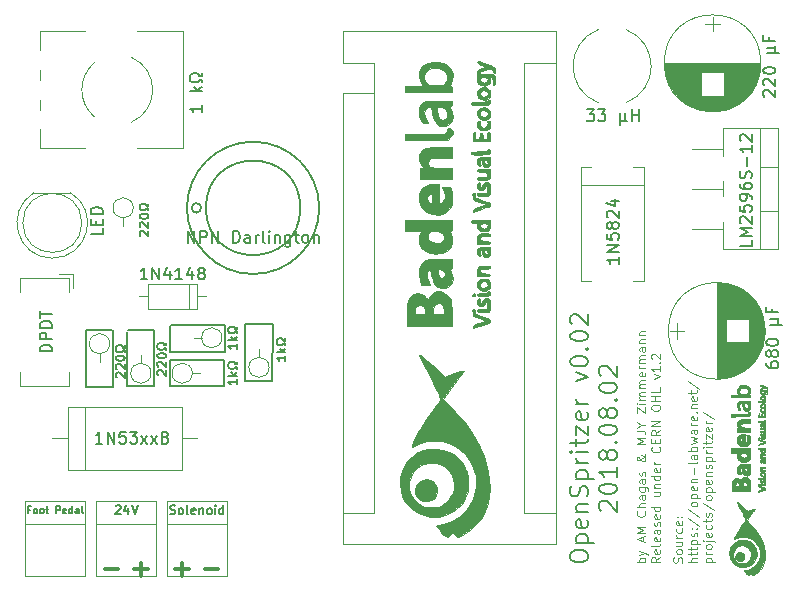
<source format=gbr>
G04 #@! TF.GenerationSoftware,KiCad,Pcbnew,(5.0.0)*
G04 #@! TF.CreationDate,2018-08-07T13:03:25+01:00*
G04 #@! TF.ProjectId,OpenSpritzer,4F70656E53707269747A65722E6B6963,rev?*
G04 #@! TF.SameCoordinates,Original*
G04 #@! TF.FileFunction,Legend,Top*
G04 #@! TF.FilePolarity,Positive*
%FSLAX46Y46*%
G04 Gerber Fmt 4.6, Leading zero omitted, Abs format (unit mm)*
G04 Created by KiCad (PCBNEW (5.0.0)) date 08/07/18 13:03:25*
%MOMM*%
%LPD*%
G01*
G04 APERTURE LIST*
%ADD10C,0.200000*%
%ADD11C,0.125000*%
%ADD12C,0.300000*%
%ADD13C,0.150000*%
%ADD14C,0.120000*%
%ADD15C,0.010000*%
G04 APERTURE END LIST*
D10*
X96975000Y-110850000D02*
X96975000Y-113050000D01*
X97000000Y-110200000D02*
X101400000Y-110200000D01*
X97000000Y-108000000D02*
X97000000Y-110200000D01*
X105650000Y-107825000D02*
X103300000Y-107825000D01*
X105625000Y-112625000D02*
X105650000Y-107950000D01*
X103325000Y-107950000D02*
X103325000Y-112625000D01*
X103325000Y-112625000D02*
X105625000Y-112625000D01*
X101600000Y-110200000D02*
X101600000Y-107875000D01*
X101600000Y-107875000D02*
X97075000Y-107875000D01*
X96975000Y-110175000D02*
X101600000Y-110200000D01*
X96975000Y-110850000D02*
X101575000Y-110875000D01*
X101575000Y-113100000D02*
X96975000Y-113100000D01*
X101575000Y-110875000D02*
X101575000Y-113100000D01*
X96975000Y-113100000D02*
X96975000Y-113075000D01*
X93350000Y-113100000D02*
X95600000Y-113100000D01*
X95600000Y-113100000D02*
X95600000Y-108475000D01*
X95600000Y-108325000D02*
X93375000Y-108325000D01*
X93350000Y-108475000D02*
X93350000Y-113100000D01*
X92150000Y-108375000D02*
X92150000Y-113050000D01*
X89850000Y-108375000D02*
X92025000Y-108375000D01*
X89850000Y-113150000D02*
X89850000Y-108375000D01*
X92150000Y-113150000D02*
X89850000Y-113150000D01*
X92150000Y-113050000D02*
X92150000Y-113150000D01*
X95600000Y-108475000D02*
X95600000Y-108325000D01*
X105650000Y-107950000D02*
X105650000Y-107825000D01*
D11*
X137214285Y-127990178D02*
X136464285Y-127990178D01*
X136750000Y-127990178D02*
X136714285Y-127918750D01*
X136714285Y-127775892D01*
X136750000Y-127704464D01*
X136785714Y-127668750D01*
X136857142Y-127633035D01*
X137071428Y-127633035D01*
X137142857Y-127668750D01*
X137178571Y-127704464D01*
X137214285Y-127775892D01*
X137214285Y-127918750D01*
X137178571Y-127990178D01*
X136714285Y-127383035D02*
X137214285Y-127204464D01*
X136714285Y-127025892D02*
X137214285Y-127204464D01*
X137392857Y-127275892D01*
X137428571Y-127311607D01*
X137464285Y-127383035D01*
X137000000Y-126204464D02*
X137000000Y-125847321D01*
X137214285Y-126275892D02*
X136464285Y-126025892D01*
X137214285Y-125775892D01*
X137214285Y-125525892D02*
X136464285Y-125525892D01*
X137000000Y-125275892D01*
X136464285Y-125025892D01*
X137214285Y-125025892D01*
X137142857Y-123668750D02*
X137178571Y-123704464D01*
X137214285Y-123811607D01*
X137214285Y-123883035D01*
X137178571Y-123990178D01*
X137107142Y-124061607D01*
X137035714Y-124097321D01*
X136892857Y-124133035D01*
X136785714Y-124133035D01*
X136642857Y-124097321D01*
X136571428Y-124061607D01*
X136500000Y-123990178D01*
X136464285Y-123883035D01*
X136464285Y-123811607D01*
X136500000Y-123704464D01*
X136535714Y-123668750D01*
X137214285Y-123347321D02*
X136464285Y-123347321D01*
X137214285Y-123025892D02*
X136821428Y-123025892D01*
X136750000Y-123061607D01*
X136714285Y-123133035D01*
X136714285Y-123240178D01*
X136750000Y-123311607D01*
X136785714Y-123347321D01*
X137214285Y-122347321D02*
X136821428Y-122347321D01*
X136750000Y-122383035D01*
X136714285Y-122454464D01*
X136714285Y-122597321D01*
X136750000Y-122668750D01*
X137178571Y-122347321D02*
X137214285Y-122418750D01*
X137214285Y-122597321D01*
X137178571Y-122668750D01*
X137107142Y-122704464D01*
X137035714Y-122704464D01*
X136964285Y-122668750D01*
X136928571Y-122597321D01*
X136928571Y-122418750D01*
X136892857Y-122347321D01*
X136714285Y-121668750D02*
X137321428Y-121668750D01*
X137392857Y-121704464D01*
X137428571Y-121740178D01*
X137464285Y-121811607D01*
X137464285Y-121918750D01*
X137428571Y-121990178D01*
X137178571Y-121668750D02*
X137214285Y-121740178D01*
X137214285Y-121883035D01*
X137178571Y-121954464D01*
X137142857Y-121990178D01*
X137071428Y-122025892D01*
X136857142Y-122025892D01*
X136785714Y-121990178D01*
X136750000Y-121954464D01*
X136714285Y-121883035D01*
X136714285Y-121740178D01*
X136750000Y-121668750D01*
X137214285Y-120990178D02*
X136821428Y-120990178D01*
X136750000Y-121025892D01*
X136714285Y-121097321D01*
X136714285Y-121240178D01*
X136750000Y-121311607D01*
X137178571Y-120990178D02*
X137214285Y-121061607D01*
X137214285Y-121240178D01*
X137178571Y-121311607D01*
X137107142Y-121347321D01*
X137035714Y-121347321D01*
X136964285Y-121311607D01*
X136928571Y-121240178D01*
X136928571Y-121061607D01*
X136892857Y-120990178D01*
X137178571Y-120668750D02*
X137214285Y-120597321D01*
X137214285Y-120454464D01*
X137178571Y-120383035D01*
X137107142Y-120347321D01*
X137071428Y-120347321D01*
X137000000Y-120383035D01*
X136964285Y-120454464D01*
X136964285Y-120561607D01*
X136928571Y-120633035D01*
X136857142Y-120668750D01*
X136821428Y-120668750D01*
X136750000Y-120633035D01*
X136714285Y-120561607D01*
X136714285Y-120454464D01*
X136750000Y-120383035D01*
X137214285Y-118847321D02*
X137214285Y-118883035D01*
X137178571Y-118954464D01*
X137071428Y-119061607D01*
X136857142Y-119240178D01*
X136750000Y-119311607D01*
X136642857Y-119347321D01*
X136571428Y-119347321D01*
X136500000Y-119311607D01*
X136464285Y-119240178D01*
X136464285Y-119204464D01*
X136500000Y-119133035D01*
X136571428Y-119097321D01*
X136607142Y-119097321D01*
X136678571Y-119133035D01*
X136714285Y-119168750D01*
X136857142Y-119383035D01*
X136892857Y-119418750D01*
X136964285Y-119454464D01*
X137071428Y-119454464D01*
X137142857Y-119418750D01*
X137178571Y-119383035D01*
X137214285Y-119311607D01*
X137214285Y-119204464D01*
X137178571Y-119133035D01*
X137142857Y-119097321D01*
X137000000Y-118990178D01*
X136892857Y-118954464D01*
X136821428Y-118954464D01*
X137214285Y-117954464D02*
X136464285Y-117954464D01*
X137000000Y-117704464D01*
X136464285Y-117454464D01*
X137214285Y-117454464D01*
X136464285Y-116883035D02*
X137000000Y-116883035D01*
X137107142Y-116918750D01*
X137178571Y-116990178D01*
X137214285Y-117097321D01*
X137214285Y-117168750D01*
X136857142Y-116383035D02*
X137214285Y-116383035D01*
X136464285Y-116633035D02*
X136857142Y-116383035D01*
X136464285Y-116133035D01*
X136464285Y-115383035D02*
X136464285Y-114883035D01*
X137214285Y-115383035D01*
X137214285Y-114883035D01*
X137214285Y-114597321D02*
X136714285Y-114597321D01*
X136464285Y-114597321D02*
X136500000Y-114633035D01*
X136535714Y-114597321D01*
X136500000Y-114561607D01*
X136464285Y-114597321D01*
X136535714Y-114597321D01*
X137214285Y-114240178D02*
X136714285Y-114240178D01*
X136785714Y-114240178D02*
X136750000Y-114204464D01*
X136714285Y-114133035D01*
X136714285Y-114025892D01*
X136750000Y-113954464D01*
X136821428Y-113918750D01*
X137214285Y-113918750D01*
X136821428Y-113918750D02*
X136750000Y-113883035D01*
X136714285Y-113811607D01*
X136714285Y-113704464D01*
X136750000Y-113633035D01*
X136821428Y-113597321D01*
X137214285Y-113597321D01*
X137214285Y-113240178D02*
X136714285Y-113240178D01*
X136785714Y-113240178D02*
X136750000Y-113204464D01*
X136714285Y-113133035D01*
X136714285Y-113025892D01*
X136750000Y-112954464D01*
X136821428Y-112918750D01*
X137214285Y-112918750D01*
X136821428Y-112918750D02*
X136750000Y-112883035D01*
X136714285Y-112811607D01*
X136714285Y-112704464D01*
X136750000Y-112633035D01*
X136821428Y-112597321D01*
X137214285Y-112597321D01*
X137178571Y-111954464D02*
X137214285Y-112025892D01*
X137214285Y-112168750D01*
X137178571Y-112240178D01*
X137107142Y-112275892D01*
X136821428Y-112275892D01*
X136750000Y-112240178D01*
X136714285Y-112168750D01*
X136714285Y-112025892D01*
X136750000Y-111954464D01*
X136821428Y-111918750D01*
X136892857Y-111918750D01*
X136964285Y-112275892D01*
X137214285Y-111597321D02*
X136714285Y-111597321D01*
X136857142Y-111597321D02*
X136785714Y-111561607D01*
X136750000Y-111525892D01*
X136714285Y-111454464D01*
X136714285Y-111383035D01*
X137214285Y-111133035D02*
X136714285Y-111133035D01*
X136785714Y-111133035D02*
X136750000Y-111097321D01*
X136714285Y-111025892D01*
X136714285Y-110918750D01*
X136750000Y-110847321D01*
X136821428Y-110811607D01*
X137214285Y-110811607D01*
X136821428Y-110811607D02*
X136750000Y-110775892D01*
X136714285Y-110704464D01*
X136714285Y-110597321D01*
X136750000Y-110525892D01*
X136821428Y-110490178D01*
X137214285Y-110490178D01*
X137214285Y-109811607D02*
X136821428Y-109811607D01*
X136750000Y-109847321D01*
X136714285Y-109918750D01*
X136714285Y-110061607D01*
X136750000Y-110133035D01*
X137178571Y-109811607D02*
X137214285Y-109883035D01*
X137214285Y-110061607D01*
X137178571Y-110133035D01*
X137107142Y-110168750D01*
X137035714Y-110168750D01*
X136964285Y-110133035D01*
X136928571Y-110061607D01*
X136928571Y-109883035D01*
X136892857Y-109811607D01*
X136714285Y-109454464D02*
X137214285Y-109454464D01*
X136785714Y-109454464D02*
X136750000Y-109418750D01*
X136714285Y-109347321D01*
X136714285Y-109240178D01*
X136750000Y-109168750D01*
X136821428Y-109133035D01*
X137214285Y-109133035D01*
X136714285Y-108775892D02*
X137214285Y-108775892D01*
X136785714Y-108775892D02*
X136750000Y-108740178D01*
X136714285Y-108668750D01*
X136714285Y-108561607D01*
X136750000Y-108490178D01*
X136821428Y-108454464D01*
X137214285Y-108454464D01*
X138464285Y-127561607D02*
X138107142Y-127811607D01*
X138464285Y-127990178D02*
X137714285Y-127990178D01*
X137714285Y-127704464D01*
X137750000Y-127633035D01*
X137785714Y-127597321D01*
X137857142Y-127561607D01*
X137964285Y-127561607D01*
X138035714Y-127597321D01*
X138071428Y-127633035D01*
X138107142Y-127704464D01*
X138107142Y-127990178D01*
X138428571Y-126954464D02*
X138464285Y-127025892D01*
X138464285Y-127168750D01*
X138428571Y-127240178D01*
X138357142Y-127275892D01*
X138071428Y-127275892D01*
X138000000Y-127240178D01*
X137964285Y-127168750D01*
X137964285Y-127025892D01*
X138000000Y-126954464D01*
X138071428Y-126918750D01*
X138142857Y-126918750D01*
X138214285Y-127275892D01*
X138464285Y-126490178D02*
X138428571Y-126561607D01*
X138357142Y-126597321D01*
X137714285Y-126597321D01*
X138428571Y-125918750D02*
X138464285Y-125990178D01*
X138464285Y-126133035D01*
X138428571Y-126204464D01*
X138357142Y-126240178D01*
X138071428Y-126240178D01*
X138000000Y-126204464D01*
X137964285Y-126133035D01*
X137964285Y-125990178D01*
X138000000Y-125918750D01*
X138071428Y-125883035D01*
X138142857Y-125883035D01*
X138214285Y-126240178D01*
X138464285Y-125240178D02*
X138071428Y-125240178D01*
X138000000Y-125275892D01*
X137964285Y-125347321D01*
X137964285Y-125490178D01*
X138000000Y-125561607D01*
X138428571Y-125240178D02*
X138464285Y-125311607D01*
X138464285Y-125490178D01*
X138428571Y-125561607D01*
X138357142Y-125597321D01*
X138285714Y-125597321D01*
X138214285Y-125561607D01*
X138178571Y-125490178D01*
X138178571Y-125311607D01*
X138142857Y-125240178D01*
X138428571Y-124918750D02*
X138464285Y-124847321D01*
X138464285Y-124704464D01*
X138428571Y-124633035D01*
X138357142Y-124597321D01*
X138321428Y-124597321D01*
X138250000Y-124633035D01*
X138214285Y-124704464D01*
X138214285Y-124811607D01*
X138178571Y-124883035D01*
X138107142Y-124918750D01*
X138071428Y-124918750D01*
X138000000Y-124883035D01*
X137964285Y-124811607D01*
X137964285Y-124704464D01*
X138000000Y-124633035D01*
X138428571Y-123990178D02*
X138464285Y-124061607D01*
X138464285Y-124204464D01*
X138428571Y-124275892D01*
X138357142Y-124311607D01*
X138071428Y-124311607D01*
X138000000Y-124275892D01*
X137964285Y-124204464D01*
X137964285Y-124061607D01*
X138000000Y-123990178D01*
X138071428Y-123954464D01*
X138142857Y-123954464D01*
X138214285Y-124311607D01*
X138464285Y-123311607D02*
X137714285Y-123311607D01*
X138428571Y-123311607D02*
X138464285Y-123383035D01*
X138464285Y-123525892D01*
X138428571Y-123597321D01*
X138392857Y-123633035D01*
X138321428Y-123668750D01*
X138107142Y-123668750D01*
X138035714Y-123633035D01*
X138000000Y-123597321D01*
X137964285Y-123525892D01*
X137964285Y-123383035D01*
X138000000Y-123311607D01*
X137964285Y-122061607D02*
X138464285Y-122061607D01*
X137964285Y-122383035D02*
X138357142Y-122383035D01*
X138428571Y-122347321D01*
X138464285Y-122275892D01*
X138464285Y-122168750D01*
X138428571Y-122097321D01*
X138392857Y-122061607D01*
X137964285Y-121704464D02*
X138464285Y-121704464D01*
X138035714Y-121704464D02*
X138000000Y-121668750D01*
X137964285Y-121597321D01*
X137964285Y-121490178D01*
X138000000Y-121418750D01*
X138071428Y-121383035D01*
X138464285Y-121383035D01*
X138464285Y-120704464D02*
X137714285Y-120704464D01*
X138428571Y-120704464D02*
X138464285Y-120775892D01*
X138464285Y-120918750D01*
X138428571Y-120990178D01*
X138392857Y-121025892D01*
X138321428Y-121061607D01*
X138107142Y-121061607D01*
X138035714Y-121025892D01*
X138000000Y-120990178D01*
X137964285Y-120918750D01*
X137964285Y-120775892D01*
X138000000Y-120704464D01*
X138428571Y-120061607D02*
X138464285Y-120133035D01*
X138464285Y-120275892D01*
X138428571Y-120347321D01*
X138357142Y-120383035D01*
X138071428Y-120383035D01*
X138000000Y-120347321D01*
X137964285Y-120275892D01*
X137964285Y-120133035D01*
X138000000Y-120061607D01*
X138071428Y-120025892D01*
X138142857Y-120025892D01*
X138214285Y-120383035D01*
X138464285Y-119704464D02*
X137964285Y-119704464D01*
X138107142Y-119704464D02*
X138035714Y-119668750D01*
X138000000Y-119633035D01*
X137964285Y-119561607D01*
X137964285Y-119490178D01*
X138392857Y-118240178D02*
X138428571Y-118275892D01*
X138464285Y-118383035D01*
X138464285Y-118454464D01*
X138428571Y-118561607D01*
X138357142Y-118633035D01*
X138285714Y-118668750D01*
X138142857Y-118704464D01*
X138035714Y-118704464D01*
X137892857Y-118668750D01*
X137821428Y-118633035D01*
X137750000Y-118561607D01*
X137714285Y-118454464D01*
X137714285Y-118383035D01*
X137750000Y-118275892D01*
X137785714Y-118240178D01*
X138071428Y-117918750D02*
X138071428Y-117668750D01*
X138464285Y-117561607D02*
X138464285Y-117918750D01*
X137714285Y-117918750D01*
X137714285Y-117561607D01*
X138464285Y-116811607D02*
X138107142Y-117061607D01*
X138464285Y-117240178D02*
X137714285Y-117240178D01*
X137714285Y-116954464D01*
X137750000Y-116883035D01*
X137785714Y-116847321D01*
X137857142Y-116811607D01*
X137964285Y-116811607D01*
X138035714Y-116847321D01*
X138071428Y-116883035D01*
X138107142Y-116954464D01*
X138107142Y-117240178D01*
X138464285Y-116490178D02*
X137714285Y-116490178D01*
X138464285Y-116061607D01*
X137714285Y-116061607D01*
X137714285Y-114990178D02*
X137714285Y-114847321D01*
X137750000Y-114775892D01*
X137821428Y-114704464D01*
X137964285Y-114668750D01*
X138214285Y-114668750D01*
X138357142Y-114704464D01*
X138428571Y-114775892D01*
X138464285Y-114847321D01*
X138464285Y-114990178D01*
X138428571Y-115061607D01*
X138357142Y-115133035D01*
X138214285Y-115168750D01*
X137964285Y-115168750D01*
X137821428Y-115133035D01*
X137750000Y-115061607D01*
X137714285Y-114990178D01*
X138464285Y-114347321D02*
X137714285Y-114347321D01*
X138071428Y-114347321D02*
X138071428Y-113918750D01*
X138464285Y-113918750D02*
X137714285Y-113918750D01*
X138464285Y-113204464D02*
X138464285Y-113561607D01*
X137714285Y-113561607D01*
X137964285Y-112454464D02*
X138464285Y-112275892D01*
X137964285Y-112097321D01*
X138464285Y-111418750D02*
X138464285Y-111847321D01*
X138464285Y-111633035D02*
X137714285Y-111633035D01*
X137821428Y-111704464D01*
X137892857Y-111775892D01*
X137928571Y-111847321D01*
X138392857Y-111097321D02*
X138428571Y-111061607D01*
X138464285Y-111097321D01*
X138428571Y-111133035D01*
X138392857Y-111097321D01*
X138464285Y-111097321D01*
X137785714Y-110775892D02*
X137750000Y-110740178D01*
X137714285Y-110668750D01*
X137714285Y-110490178D01*
X137750000Y-110418750D01*
X137785714Y-110383035D01*
X137857142Y-110347321D01*
X137928571Y-110347321D01*
X138035714Y-110383035D01*
X138464285Y-110811607D01*
X138464285Y-110347321D01*
X140303571Y-128025892D02*
X140339285Y-127918750D01*
X140339285Y-127740178D01*
X140303571Y-127668750D01*
X140267857Y-127633035D01*
X140196428Y-127597321D01*
X140125000Y-127597321D01*
X140053571Y-127633035D01*
X140017857Y-127668750D01*
X139982142Y-127740178D01*
X139946428Y-127883035D01*
X139910714Y-127954464D01*
X139875000Y-127990178D01*
X139803571Y-128025892D01*
X139732142Y-128025892D01*
X139660714Y-127990178D01*
X139625000Y-127954464D01*
X139589285Y-127883035D01*
X139589285Y-127704464D01*
X139625000Y-127597321D01*
X140339285Y-127168750D02*
X140303571Y-127240178D01*
X140267857Y-127275892D01*
X140196428Y-127311607D01*
X139982142Y-127311607D01*
X139910714Y-127275892D01*
X139875000Y-127240178D01*
X139839285Y-127168750D01*
X139839285Y-127061607D01*
X139875000Y-126990178D01*
X139910714Y-126954464D01*
X139982142Y-126918750D01*
X140196428Y-126918750D01*
X140267857Y-126954464D01*
X140303571Y-126990178D01*
X140339285Y-127061607D01*
X140339285Y-127168750D01*
X139839285Y-126275892D02*
X140339285Y-126275892D01*
X139839285Y-126597321D02*
X140232142Y-126597321D01*
X140303571Y-126561607D01*
X140339285Y-126490178D01*
X140339285Y-126383035D01*
X140303571Y-126311607D01*
X140267857Y-126275892D01*
X140339285Y-125918750D02*
X139839285Y-125918750D01*
X139982142Y-125918750D02*
X139910714Y-125883035D01*
X139875000Y-125847321D01*
X139839285Y-125775892D01*
X139839285Y-125704464D01*
X140303571Y-125133035D02*
X140339285Y-125204464D01*
X140339285Y-125347321D01*
X140303571Y-125418750D01*
X140267857Y-125454464D01*
X140196428Y-125490178D01*
X139982142Y-125490178D01*
X139910714Y-125454464D01*
X139875000Y-125418750D01*
X139839285Y-125347321D01*
X139839285Y-125204464D01*
X139875000Y-125133035D01*
X140303571Y-124525892D02*
X140339285Y-124597321D01*
X140339285Y-124740178D01*
X140303571Y-124811607D01*
X140232142Y-124847321D01*
X139946428Y-124847321D01*
X139875000Y-124811607D01*
X139839285Y-124740178D01*
X139839285Y-124597321D01*
X139875000Y-124525892D01*
X139946428Y-124490178D01*
X140017857Y-124490178D01*
X140089285Y-124847321D01*
X140267857Y-124168750D02*
X140303571Y-124133035D01*
X140339285Y-124168750D01*
X140303571Y-124204464D01*
X140267857Y-124168750D01*
X140339285Y-124168750D01*
X139875000Y-124168750D02*
X139910714Y-124133035D01*
X139946428Y-124168750D01*
X139910714Y-124204464D01*
X139875000Y-124168750D01*
X139946428Y-124168750D01*
X141589285Y-127990178D02*
X140839285Y-127990178D01*
X141589285Y-127668750D02*
X141196428Y-127668750D01*
X141125000Y-127704464D01*
X141089285Y-127775892D01*
X141089285Y-127883035D01*
X141125000Y-127954464D01*
X141160714Y-127990178D01*
X141089285Y-127418750D02*
X141089285Y-127133035D01*
X140839285Y-127311607D02*
X141482142Y-127311607D01*
X141553571Y-127275892D01*
X141589285Y-127204464D01*
X141589285Y-127133035D01*
X141089285Y-126990178D02*
X141089285Y-126704464D01*
X140839285Y-126883035D02*
X141482142Y-126883035D01*
X141553571Y-126847321D01*
X141589285Y-126775892D01*
X141589285Y-126704464D01*
X141089285Y-126454464D02*
X141839285Y-126454464D01*
X141125000Y-126454464D02*
X141089285Y-126383035D01*
X141089285Y-126240178D01*
X141125000Y-126168750D01*
X141160714Y-126133035D01*
X141232142Y-126097321D01*
X141446428Y-126097321D01*
X141517857Y-126133035D01*
X141553571Y-126168750D01*
X141589285Y-126240178D01*
X141589285Y-126383035D01*
X141553571Y-126454464D01*
X141553571Y-125811607D02*
X141589285Y-125740178D01*
X141589285Y-125597321D01*
X141553571Y-125525892D01*
X141482142Y-125490178D01*
X141446428Y-125490178D01*
X141375000Y-125525892D01*
X141339285Y-125597321D01*
X141339285Y-125704464D01*
X141303571Y-125775892D01*
X141232142Y-125811607D01*
X141196428Y-125811607D01*
X141125000Y-125775892D01*
X141089285Y-125704464D01*
X141089285Y-125597321D01*
X141125000Y-125525892D01*
X141517857Y-125168750D02*
X141553571Y-125133035D01*
X141589285Y-125168750D01*
X141553571Y-125204464D01*
X141517857Y-125168750D01*
X141589285Y-125168750D01*
X141125000Y-125168750D02*
X141160714Y-125133035D01*
X141196428Y-125168750D01*
X141160714Y-125204464D01*
X141125000Y-125168750D01*
X141196428Y-125168750D01*
X140803571Y-124275892D02*
X141767857Y-124918750D01*
X140803571Y-123490178D02*
X141767857Y-124133035D01*
X141589285Y-123133035D02*
X141553571Y-123204464D01*
X141517857Y-123240178D01*
X141446428Y-123275892D01*
X141232142Y-123275892D01*
X141160714Y-123240178D01*
X141125000Y-123204464D01*
X141089285Y-123133035D01*
X141089285Y-123025892D01*
X141125000Y-122954464D01*
X141160714Y-122918750D01*
X141232142Y-122883035D01*
X141446428Y-122883035D01*
X141517857Y-122918750D01*
X141553571Y-122954464D01*
X141589285Y-123025892D01*
X141589285Y-123133035D01*
X141089285Y-122561607D02*
X141839285Y-122561607D01*
X141125000Y-122561607D02*
X141089285Y-122490178D01*
X141089285Y-122347321D01*
X141125000Y-122275892D01*
X141160714Y-122240178D01*
X141232142Y-122204464D01*
X141446428Y-122204464D01*
X141517857Y-122240178D01*
X141553571Y-122275892D01*
X141589285Y-122347321D01*
X141589285Y-122490178D01*
X141553571Y-122561607D01*
X141553571Y-121597321D02*
X141589285Y-121668750D01*
X141589285Y-121811607D01*
X141553571Y-121883035D01*
X141482142Y-121918750D01*
X141196428Y-121918750D01*
X141125000Y-121883035D01*
X141089285Y-121811607D01*
X141089285Y-121668750D01*
X141125000Y-121597321D01*
X141196428Y-121561607D01*
X141267857Y-121561607D01*
X141339285Y-121918750D01*
X141089285Y-121240178D02*
X141589285Y-121240178D01*
X141160714Y-121240178D02*
X141125000Y-121204464D01*
X141089285Y-121133035D01*
X141089285Y-121025892D01*
X141125000Y-120954464D01*
X141196428Y-120918750D01*
X141589285Y-120918750D01*
X141303571Y-120561607D02*
X141303571Y-119990178D01*
X141589285Y-119525892D02*
X141553571Y-119597321D01*
X141482142Y-119633035D01*
X140839285Y-119633035D01*
X141589285Y-118918750D02*
X141196428Y-118918750D01*
X141125000Y-118954464D01*
X141089285Y-119025892D01*
X141089285Y-119168750D01*
X141125000Y-119240178D01*
X141553571Y-118918750D02*
X141589285Y-118990178D01*
X141589285Y-119168750D01*
X141553571Y-119240178D01*
X141482142Y-119275892D01*
X141410714Y-119275892D01*
X141339285Y-119240178D01*
X141303571Y-119168750D01*
X141303571Y-118990178D01*
X141267857Y-118918750D01*
X141589285Y-118561607D02*
X140839285Y-118561607D01*
X141125000Y-118561607D02*
X141089285Y-118490178D01*
X141089285Y-118347321D01*
X141125000Y-118275892D01*
X141160714Y-118240178D01*
X141232142Y-118204464D01*
X141446428Y-118204464D01*
X141517857Y-118240178D01*
X141553571Y-118275892D01*
X141589285Y-118347321D01*
X141589285Y-118490178D01*
X141553571Y-118561607D01*
X141089285Y-117954464D02*
X141589285Y-117811607D01*
X141232142Y-117668750D01*
X141589285Y-117525892D01*
X141089285Y-117383035D01*
X141589285Y-116775892D02*
X141196428Y-116775892D01*
X141125000Y-116811607D01*
X141089285Y-116883035D01*
X141089285Y-117025892D01*
X141125000Y-117097321D01*
X141553571Y-116775892D02*
X141589285Y-116847321D01*
X141589285Y-117025892D01*
X141553571Y-117097321D01*
X141482142Y-117133035D01*
X141410714Y-117133035D01*
X141339285Y-117097321D01*
X141303571Y-117025892D01*
X141303571Y-116847321D01*
X141267857Y-116775892D01*
X141589285Y-116418750D02*
X141089285Y-116418750D01*
X141232142Y-116418750D02*
X141160714Y-116383035D01*
X141125000Y-116347321D01*
X141089285Y-116275892D01*
X141089285Y-116204464D01*
X141553571Y-115668750D02*
X141589285Y-115740178D01*
X141589285Y-115883035D01*
X141553571Y-115954464D01*
X141482142Y-115990178D01*
X141196428Y-115990178D01*
X141125000Y-115954464D01*
X141089285Y-115883035D01*
X141089285Y-115740178D01*
X141125000Y-115668750D01*
X141196428Y-115633035D01*
X141267857Y-115633035D01*
X141339285Y-115990178D01*
X141517857Y-115311607D02*
X141553571Y-115275892D01*
X141589285Y-115311607D01*
X141553571Y-115347321D01*
X141517857Y-115311607D01*
X141589285Y-115311607D01*
X141089285Y-114954464D02*
X141589285Y-114954464D01*
X141160714Y-114954464D02*
X141125000Y-114918750D01*
X141089285Y-114847321D01*
X141089285Y-114740178D01*
X141125000Y-114668750D01*
X141196428Y-114633035D01*
X141589285Y-114633035D01*
X141553571Y-113990178D02*
X141589285Y-114061607D01*
X141589285Y-114204464D01*
X141553571Y-114275892D01*
X141482142Y-114311607D01*
X141196428Y-114311607D01*
X141125000Y-114275892D01*
X141089285Y-114204464D01*
X141089285Y-114061607D01*
X141125000Y-113990178D01*
X141196428Y-113954464D01*
X141267857Y-113954464D01*
X141339285Y-114311607D01*
X141089285Y-113740178D02*
X141089285Y-113454464D01*
X140839285Y-113633035D02*
X141482142Y-113633035D01*
X141553571Y-113597321D01*
X141589285Y-113525892D01*
X141589285Y-113454464D01*
X140803571Y-112668750D02*
X141767857Y-113311607D01*
X142339285Y-127990178D02*
X143089285Y-127990178D01*
X142375000Y-127990178D02*
X142339285Y-127918750D01*
X142339285Y-127775892D01*
X142375000Y-127704464D01*
X142410714Y-127668750D01*
X142482142Y-127633035D01*
X142696428Y-127633035D01*
X142767857Y-127668750D01*
X142803571Y-127704464D01*
X142839285Y-127775892D01*
X142839285Y-127918750D01*
X142803571Y-127990178D01*
X142839285Y-127311607D02*
X142339285Y-127311607D01*
X142482142Y-127311607D02*
X142410714Y-127275892D01*
X142375000Y-127240178D01*
X142339285Y-127168750D01*
X142339285Y-127097321D01*
X142839285Y-126740178D02*
X142803571Y-126811607D01*
X142767857Y-126847321D01*
X142696428Y-126883035D01*
X142482142Y-126883035D01*
X142410714Y-126847321D01*
X142375000Y-126811607D01*
X142339285Y-126740178D01*
X142339285Y-126633035D01*
X142375000Y-126561607D01*
X142410714Y-126525892D01*
X142482142Y-126490178D01*
X142696428Y-126490178D01*
X142767857Y-126525892D01*
X142803571Y-126561607D01*
X142839285Y-126633035D01*
X142839285Y-126740178D01*
X142339285Y-126168750D02*
X142982142Y-126168750D01*
X143053571Y-126204464D01*
X143089285Y-126275892D01*
X143089285Y-126311607D01*
X142089285Y-126168750D02*
X142125000Y-126204464D01*
X142160714Y-126168750D01*
X142125000Y-126133035D01*
X142089285Y-126168750D01*
X142160714Y-126168750D01*
X142803571Y-125525892D02*
X142839285Y-125597321D01*
X142839285Y-125740178D01*
X142803571Y-125811607D01*
X142732142Y-125847321D01*
X142446428Y-125847321D01*
X142375000Y-125811607D01*
X142339285Y-125740178D01*
X142339285Y-125597321D01*
X142375000Y-125525892D01*
X142446428Y-125490178D01*
X142517857Y-125490178D01*
X142589285Y-125847321D01*
X142803571Y-124847321D02*
X142839285Y-124918750D01*
X142839285Y-125061607D01*
X142803571Y-125133035D01*
X142767857Y-125168750D01*
X142696428Y-125204464D01*
X142482142Y-125204464D01*
X142410714Y-125168750D01*
X142375000Y-125133035D01*
X142339285Y-125061607D01*
X142339285Y-124918750D01*
X142375000Y-124847321D01*
X142339285Y-124633035D02*
X142339285Y-124347321D01*
X142089285Y-124525892D02*
X142732142Y-124525892D01*
X142803571Y-124490178D01*
X142839285Y-124418750D01*
X142839285Y-124347321D01*
X142803571Y-124133035D02*
X142839285Y-124061607D01*
X142839285Y-123918750D01*
X142803571Y-123847321D01*
X142732142Y-123811607D01*
X142696428Y-123811607D01*
X142625000Y-123847321D01*
X142589285Y-123918750D01*
X142589285Y-124025892D01*
X142553571Y-124097321D01*
X142482142Y-124133035D01*
X142446428Y-124133035D01*
X142375000Y-124097321D01*
X142339285Y-124025892D01*
X142339285Y-123918750D01*
X142375000Y-123847321D01*
X142053571Y-122954464D02*
X143017857Y-123597321D01*
X142839285Y-122597321D02*
X142803571Y-122668750D01*
X142767857Y-122704464D01*
X142696428Y-122740178D01*
X142482142Y-122740178D01*
X142410714Y-122704464D01*
X142375000Y-122668750D01*
X142339285Y-122597321D01*
X142339285Y-122490178D01*
X142375000Y-122418750D01*
X142410714Y-122383035D01*
X142482142Y-122347321D01*
X142696428Y-122347321D01*
X142767857Y-122383035D01*
X142803571Y-122418750D01*
X142839285Y-122490178D01*
X142839285Y-122597321D01*
X142339285Y-122025892D02*
X143089285Y-122025892D01*
X142375000Y-122025892D02*
X142339285Y-121954464D01*
X142339285Y-121811607D01*
X142375000Y-121740178D01*
X142410714Y-121704464D01*
X142482142Y-121668750D01*
X142696428Y-121668750D01*
X142767857Y-121704464D01*
X142803571Y-121740178D01*
X142839285Y-121811607D01*
X142839285Y-121954464D01*
X142803571Y-122025892D01*
X142803571Y-121061607D02*
X142839285Y-121133035D01*
X142839285Y-121275892D01*
X142803571Y-121347321D01*
X142732142Y-121383035D01*
X142446428Y-121383035D01*
X142375000Y-121347321D01*
X142339285Y-121275892D01*
X142339285Y-121133035D01*
X142375000Y-121061607D01*
X142446428Y-121025892D01*
X142517857Y-121025892D01*
X142589285Y-121383035D01*
X142339285Y-120704464D02*
X142839285Y-120704464D01*
X142410714Y-120704464D02*
X142375000Y-120668750D01*
X142339285Y-120597321D01*
X142339285Y-120490178D01*
X142375000Y-120418750D01*
X142446428Y-120383035D01*
X142839285Y-120383035D01*
X142803571Y-120061607D02*
X142839285Y-119990178D01*
X142839285Y-119847321D01*
X142803571Y-119775892D01*
X142732142Y-119740178D01*
X142696428Y-119740178D01*
X142625000Y-119775892D01*
X142589285Y-119847321D01*
X142589285Y-119954464D01*
X142553571Y-120025892D01*
X142482142Y-120061607D01*
X142446428Y-120061607D01*
X142375000Y-120025892D01*
X142339285Y-119954464D01*
X142339285Y-119847321D01*
X142375000Y-119775892D01*
X142339285Y-119418750D02*
X143089285Y-119418750D01*
X142375000Y-119418750D02*
X142339285Y-119347321D01*
X142339285Y-119204464D01*
X142375000Y-119133035D01*
X142410714Y-119097321D01*
X142482142Y-119061607D01*
X142696428Y-119061607D01*
X142767857Y-119097321D01*
X142803571Y-119133035D01*
X142839285Y-119204464D01*
X142839285Y-119347321D01*
X142803571Y-119418750D01*
X142839285Y-118740178D02*
X142339285Y-118740178D01*
X142482142Y-118740178D02*
X142410714Y-118704464D01*
X142375000Y-118668750D01*
X142339285Y-118597321D01*
X142339285Y-118525892D01*
X142839285Y-118275892D02*
X142339285Y-118275892D01*
X142089285Y-118275892D02*
X142125000Y-118311607D01*
X142160714Y-118275892D01*
X142125000Y-118240178D01*
X142089285Y-118275892D01*
X142160714Y-118275892D01*
X142339285Y-118025892D02*
X142339285Y-117740178D01*
X142089285Y-117918750D02*
X142732142Y-117918750D01*
X142803571Y-117883035D01*
X142839285Y-117811607D01*
X142839285Y-117740178D01*
X142339285Y-117561607D02*
X142339285Y-117168750D01*
X142839285Y-117561607D01*
X142839285Y-117168750D01*
X142803571Y-116597321D02*
X142839285Y-116668750D01*
X142839285Y-116811607D01*
X142803571Y-116883035D01*
X142732142Y-116918750D01*
X142446428Y-116918750D01*
X142375000Y-116883035D01*
X142339285Y-116811607D01*
X142339285Y-116668750D01*
X142375000Y-116597321D01*
X142446428Y-116561607D01*
X142517857Y-116561607D01*
X142589285Y-116918750D01*
X142839285Y-116240178D02*
X142339285Y-116240178D01*
X142482142Y-116240178D02*
X142410714Y-116204464D01*
X142375000Y-116168750D01*
X142339285Y-116097321D01*
X142339285Y-116025892D01*
X142053571Y-115240178D02*
X143017857Y-115883035D01*
D10*
X130853571Y-127642857D02*
X130853571Y-127357142D01*
X130925000Y-127214285D01*
X131067857Y-127071428D01*
X131353571Y-127000000D01*
X131853571Y-127000000D01*
X132139285Y-127071428D01*
X132282142Y-127214285D01*
X132353571Y-127357142D01*
X132353571Y-127642857D01*
X132282142Y-127785714D01*
X132139285Y-127928571D01*
X131853571Y-128000000D01*
X131353571Y-128000000D01*
X131067857Y-127928571D01*
X130925000Y-127785714D01*
X130853571Y-127642857D01*
X131353571Y-126357142D02*
X132853571Y-126357142D01*
X131425000Y-126357142D02*
X131353571Y-126214285D01*
X131353571Y-125928571D01*
X131425000Y-125785714D01*
X131496428Y-125714285D01*
X131639285Y-125642857D01*
X132067857Y-125642857D01*
X132210714Y-125714285D01*
X132282142Y-125785714D01*
X132353571Y-125928571D01*
X132353571Y-126214285D01*
X132282142Y-126357142D01*
X132282142Y-124428571D02*
X132353571Y-124571428D01*
X132353571Y-124857142D01*
X132282142Y-125000000D01*
X132139285Y-125071428D01*
X131567857Y-125071428D01*
X131425000Y-125000000D01*
X131353571Y-124857142D01*
X131353571Y-124571428D01*
X131425000Y-124428571D01*
X131567857Y-124357142D01*
X131710714Y-124357142D01*
X131853571Y-125071428D01*
X131353571Y-123714285D02*
X132353571Y-123714285D01*
X131496428Y-123714285D02*
X131425000Y-123642857D01*
X131353571Y-123500000D01*
X131353571Y-123285714D01*
X131425000Y-123142857D01*
X131567857Y-123071428D01*
X132353571Y-123071428D01*
X132282142Y-122428571D02*
X132353571Y-122214285D01*
X132353571Y-121857142D01*
X132282142Y-121714285D01*
X132210714Y-121642857D01*
X132067857Y-121571428D01*
X131925000Y-121571428D01*
X131782142Y-121642857D01*
X131710714Y-121714285D01*
X131639285Y-121857142D01*
X131567857Y-122142857D01*
X131496428Y-122285714D01*
X131425000Y-122357142D01*
X131282142Y-122428571D01*
X131139285Y-122428571D01*
X130996428Y-122357142D01*
X130925000Y-122285714D01*
X130853571Y-122142857D01*
X130853571Y-121785714D01*
X130925000Y-121571428D01*
X131353571Y-120928571D02*
X132853571Y-120928571D01*
X131425000Y-120928571D02*
X131353571Y-120785714D01*
X131353571Y-120500000D01*
X131425000Y-120357142D01*
X131496428Y-120285714D01*
X131639285Y-120214285D01*
X132067857Y-120214285D01*
X132210714Y-120285714D01*
X132282142Y-120357142D01*
X132353571Y-120500000D01*
X132353571Y-120785714D01*
X132282142Y-120928571D01*
X132353571Y-119571428D02*
X131353571Y-119571428D01*
X131639285Y-119571428D02*
X131496428Y-119500000D01*
X131425000Y-119428571D01*
X131353571Y-119285714D01*
X131353571Y-119142857D01*
X132353571Y-118642857D02*
X131353571Y-118642857D01*
X130853571Y-118642857D02*
X130925000Y-118714285D01*
X130996428Y-118642857D01*
X130925000Y-118571428D01*
X130853571Y-118642857D01*
X130996428Y-118642857D01*
X131353571Y-118142857D02*
X131353571Y-117571428D01*
X130853571Y-117928571D02*
X132139285Y-117928571D01*
X132282142Y-117857142D01*
X132353571Y-117714285D01*
X132353571Y-117571428D01*
X131353571Y-117214285D02*
X131353571Y-116428571D01*
X132353571Y-117214285D01*
X132353571Y-116428571D01*
X132282142Y-115285714D02*
X132353571Y-115428571D01*
X132353571Y-115714285D01*
X132282142Y-115857142D01*
X132139285Y-115928571D01*
X131567857Y-115928571D01*
X131425000Y-115857142D01*
X131353571Y-115714285D01*
X131353571Y-115428571D01*
X131425000Y-115285714D01*
X131567857Y-115214285D01*
X131710714Y-115214285D01*
X131853571Y-115928571D01*
X132353571Y-114571428D02*
X131353571Y-114571428D01*
X131639285Y-114571428D02*
X131496428Y-114500000D01*
X131425000Y-114428571D01*
X131353571Y-114285714D01*
X131353571Y-114142857D01*
X131353571Y-112642857D02*
X132353571Y-112285714D01*
X131353571Y-111928571D01*
X130853571Y-111071428D02*
X130853571Y-110928571D01*
X130925000Y-110785714D01*
X130996428Y-110714285D01*
X131139285Y-110642857D01*
X131425000Y-110571428D01*
X131782142Y-110571428D01*
X132067857Y-110642857D01*
X132210714Y-110714285D01*
X132282142Y-110785714D01*
X132353571Y-110928571D01*
X132353571Y-111071428D01*
X132282142Y-111214285D01*
X132210714Y-111285714D01*
X132067857Y-111357142D01*
X131782142Y-111428571D01*
X131425000Y-111428571D01*
X131139285Y-111357142D01*
X130996428Y-111285714D01*
X130925000Y-111214285D01*
X130853571Y-111071428D01*
X132210714Y-109928571D02*
X132282142Y-109857142D01*
X132353571Y-109928571D01*
X132282142Y-110000000D01*
X132210714Y-109928571D01*
X132353571Y-109928571D01*
X130853571Y-108928571D02*
X130853571Y-108785714D01*
X130925000Y-108642857D01*
X130996428Y-108571428D01*
X131139285Y-108500000D01*
X131425000Y-108428571D01*
X131782142Y-108428571D01*
X132067857Y-108500000D01*
X132210714Y-108571428D01*
X132282142Y-108642857D01*
X132353571Y-108785714D01*
X132353571Y-108928571D01*
X132282142Y-109071428D01*
X132210714Y-109142857D01*
X132067857Y-109214285D01*
X131782142Y-109285714D01*
X131425000Y-109285714D01*
X131139285Y-109214285D01*
X130996428Y-109142857D01*
X130925000Y-109071428D01*
X130853571Y-108928571D01*
X130996428Y-107857142D02*
X130925000Y-107785714D01*
X130853571Y-107642857D01*
X130853571Y-107285714D01*
X130925000Y-107142857D01*
X130996428Y-107071428D01*
X131139285Y-107000000D01*
X131282142Y-107000000D01*
X131496428Y-107071428D01*
X132353571Y-107928571D01*
X132353571Y-107000000D01*
X133446428Y-123642857D02*
X133375000Y-123571428D01*
X133303571Y-123428571D01*
X133303571Y-123071428D01*
X133375000Y-122928571D01*
X133446428Y-122857142D01*
X133589285Y-122785714D01*
X133732142Y-122785714D01*
X133946428Y-122857142D01*
X134803571Y-123714285D01*
X134803571Y-122785714D01*
X133303571Y-121857142D02*
X133303571Y-121714285D01*
X133375000Y-121571428D01*
X133446428Y-121500000D01*
X133589285Y-121428571D01*
X133875000Y-121357142D01*
X134232142Y-121357142D01*
X134517857Y-121428571D01*
X134660714Y-121500000D01*
X134732142Y-121571428D01*
X134803571Y-121714285D01*
X134803571Y-121857142D01*
X134732142Y-122000000D01*
X134660714Y-122071428D01*
X134517857Y-122142857D01*
X134232142Y-122214285D01*
X133875000Y-122214285D01*
X133589285Y-122142857D01*
X133446428Y-122071428D01*
X133375000Y-122000000D01*
X133303571Y-121857142D01*
X134803571Y-119928571D02*
X134803571Y-120785714D01*
X134803571Y-120357142D02*
X133303571Y-120357142D01*
X133517857Y-120500000D01*
X133660714Y-120642857D01*
X133732142Y-120785714D01*
X133946428Y-119071428D02*
X133875000Y-119214285D01*
X133803571Y-119285714D01*
X133660714Y-119357142D01*
X133589285Y-119357142D01*
X133446428Y-119285714D01*
X133375000Y-119214285D01*
X133303571Y-119071428D01*
X133303571Y-118785714D01*
X133375000Y-118642857D01*
X133446428Y-118571428D01*
X133589285Y-118500000D01*
X133660714Y-118500000D01*
X133803571Y-118571428D01*
X133875000Y-118642857D01*
X133946428Y-118785714D01*
X133946428Y-119071428D01*
X134017857Y-119214285D01*
X134089285Y-119285714D01*
X134232142Y-119357142D01*
X134517857Y-119357142D01*
X134660714Y-119285714D01*
X134732142Y-119214285D01*
X134803571Y-119071428D01*
X134803571Y-118785714D01*
X134732142Y-118642857D01*
X134660714Y-118571428D01*
X134517857Y-118500000D01*
X134232142Y-118500000D01*
X134089285Y-118571428D01*
X134017857Y-118642857D01*
X133946428Y-118785714D01*
X134660714Y-117857142D02*
X134732142Y-117785714D01*
X134803571Y-117857142D01*
X134732142Y-117928571D01*
X134660714Y-117857142D01*
X134803571Y-117857142D01*
X133303571Y-116857142D02*
X133303571Y-116714285D01*
X133375000Y-116571428D01*
X133446428Y-116500000D01*
X133589285Y-116428571D01*
X133875000Y-116357142D01*
X134232142Y-116357142D01*
X134517857Y-116428571D01*
X134660714Y-116500000D01*
X134732142Y-116571428D01*
X134803571Y-116714285D01*
X134803571Y-116857142D01*
X134732142Y-117000000D01*
X134660714Y-117071428D01*
X134517857Y-117142857D01*
X134232142Y-117214285D01*
X133875000Y-117214285D01*
X133589285Y-117142857D01*
X133446428Y-117071428D01*
X133375000Y-117000000D01*
X133303571Y-116857142D01*
X133946428Y-115500000D02*
X133875000Y-115642857D01*
X133803571Y-115714285D01*
X133660714Y-115785714D01*
X133589285Y-115785714D01*
X133446428Y-115714285D01*
X133375000Y-115642857D01*
X133303571Y-115500000D01*
X133303571Y-115214285D01*
X133375000Y-115071428D01*
X133446428Y-115000000D01*
X133589285Y-114928571D01*
X133660714Y-114928571D01*
X133803571Y-115000000D01*
X133875000Y-115071428D01*
X133946428Y-115214285D01*
X133946428Y-115500000D01*
X134017857Y-115642857D01*
X134089285Y-115714285D01*
X134232142Y-115785714D01*
X134517857Y-115785714D01*
X134660714Y-115714285D01*
X134732142Y-115642857D01*
X134803571Y-115500000D01*
X134803571Y-115214285D01*
X134732142Y-115071428D01*
X134660714Y-115000000D01*
X134517857Y-114928571D01*
X134232142Y-114928571D01*
X134089285Y-115000000D01*
X134017857Y-115071428D01*
X133946428Y-115214285D01*
X134660714Y-114285714D02*
X134732142Y-114214285D01*
X134803571Y-114285714D01*
X134732142Y-114357142D01*
X134660714Y-114285714D01*
X134803571Y-114285714D01*
X133303571Y-113285714D02*
X133303571Y-113142857D01*
X133375000Y-113000000D01*
X133446428Y-112928571D01*
X133589285Y-112857142D01*
X133875000Y-112785714D01*
X134232142Y-112785714D01*
X134517857Y-112857142D01*
X134660714Y-112928571D01*
X134732142Y-113000000D01*
X134803571Y-113142857D01*
X134803571Y-113285714D01*
X134732142Y-113428571D01*
X134660714Y-113500000D01*
X134517857Y-113571428D01*
X134232142Y-113642857D01*
X133875000Y-113642857D01*
X133589285Y-113571428D01*
X133446428Y-113500000D01*
X133375000Y-113428571D01*
X133303571Y-113285714D01*
X133446428Y-112214285D02*
X133375000Y-112142857D01*
X133303571Y-112000000D01*
X133303571Y-111642857D01*
X133375000Y-111500000D01*
X133446428Y-111428571D01*
X133589285Y-111357142D01*
X133732142Y-111357142D01*
X133946428Y-111428571D01*
X134803571Y-112285714D01*
X134803571Y-111357142D01*
D12*
X99928571Y-128607142D02*
X101071428Y-128607142D01*
X97428571Y-128607142D02*
X98571428Y-128607142D01*
X98000000Y-129178571D02*
X98000000Y-128035714D01*
X92571428Y-128607142D02*
X91428571Y-128607142D01*
X95071428Y-128607142D02*
X93928571Y-128607142D01*
X94500000Y-129178571D02*
X94500000Y-128035714D01*
D13*
G04 #@! TO.C,Q1*
X99600000Y-98000000D02*
G75*
G03X99600000Y-98000000I-400000J0D01*
G01*
X108000000Y-98000000D02*
G75*
G03X108000000Y-98000000I-4000000J0D01*
G01*
X109600000Y-98000000D02*
G75*
G03X109600000Y-98000000I-5600000J0D01*
G01*
D14*
G04 #@! TO.C,RV1*
X93671982Y-85237568D02*
G75*
G02X93673000Y-90762000I-1171982J-2762432D01*
G01*
X90571705Y-90297753D02*
G75*
G02X90572000Y-85702000I1928295J2297753D01*
G01*
X85940000Y-83039000D02*
X89806000Y-83039000D01*
X94195000Y-83039000D02*
X98060000Y-83039000D01*
X85940000Y-92960000D02*
X89806000Y-92960000D01*
X94195000Y-92960000D02*
X98060000Y-92960000D01*
X85940000Y-83039000D02*
X85940000Y-84675000D01*
X85940000Y-86325000D02*
X85940000Y-87175000D01*
X85940000Y-88825000D02*
X85940000Y-89675000D01*
X85940000Y-91325000D02*
X85940000Y-92960000D01*
X98060000Y-83039000D02*
X98060000Y-92960000D01*
G04 #@! TO.C,SW1*
X88750000Y-103600000D02*
X87550000Y-103600000D01*
X88750000Y-104800000D02*
X88750000Y-103600000D01*
X84250000Y-113100000D02*
X84250000Y-111900000D01*
X88450000Y-113100000D02*
X84250000Y-113100000D01*
X88450000Y-111900000D02*
X88450000Y-113100000D01*
X84250000Y-103900000D02*
X84250000Y-105100000D01*
X88450000Y-103900000D02*
X84250000Y-103900000D01*
X88450000Y-105100000D02*
X88450000Y-103900000D01*
G04 #@! TO.C,A1*
X114270000Y-88270000D02*
X114270000Y-85730000D01*
X114270000Y-85730000D02*
X111600000Y-85730000D01*
X111600000Y-88270000D02*
X111600000Y-126500000D01*
X111600000Y-83060000D02*
X111600000Y-85730000D01*
X126970000Y-85730000D02*
X129640000Y-85730000D01*
X126970000Y-85730000D02*
X126970000Y-123830000D01*
X126970000Y-123830000D02*
X129640000Y-123830000D01*
X114270000Y-88270000D02*
X111600000Y-88270000D01*
X114270000Y-88270000D02*
X114270000Y-123830000D01*
X114270000Y-123830000D02*
X111600000Y-123830000D01*
X111600000Y-126500000D02*
X129640000Y-126500000D01*
X129640000Y-126500000D02*
X129640000Y-83060000D01*
X129640000Y-83060000D02*
X111600000Y-83060000D01*
G04 #@! TO.C,D1*
X86999538Y-102260000D02*
G75*
G03X88544830Y-96710000I462J2990000D01*
G01*
X87000462Y-102260000D02*
G75*
G02X85455170Y-96710000I-462J2990000D01*
G01*
X89500000Y-99270000D02*
G75*
G03X89500000Y-99270000I-2500000J0D01*
G01*
X88545000Y-96710000D02*
X85455000Y-96710000D01*
G04 #@! TO.C,D2*
X99250000Y-106560000D02*
X99250000Y-104440000D01*
X99250000Y-104440000D02*
X95130000Y-104440000D01*
X95130000Y-104440000D02*
X95130000Y-106560000D01*
X95130000Y-106560000D02*
X99250000Y-106560000D01*
X100020000Y-105500000D02*
X99250000Y-105500000D01*
X94360000Y-105500000D02*
X95130000Y-105500000D01*
X98590000Y-106560000D02*
X98590000Y-104440000D01*
G04 #@! TO.C,D3*
X88295000Y-114835000D02*
X88295000Y-120165000D01*
X88295000Y-120165000D02*
X97945000Y-120165000D01*
X97945000Y-120165000D02*
X97945000Y-114835000D01*
X97945000Y-114835000D02*
X88295000Y-114835000D01*
X86980000Y-117500000D02*
X88295000Y-117500000D01*
X99260000Y-117500000D02*
X97945000Y-117500000D01*
X89784500Y-114835000D02*
X89784500Y-120165000D01*
G04 #@! TO.C,J1*
X89810000Y-124730000D02*
X84730000Y-124730000D01*
X89810000Y-129170000D02*
X84730000Y-129170000D01*
X84730000Y-122830000D02*
X89810000Y-122830000D01*
X84730000Y-122830000D02*
X84730000Y-129170000D01*
X89810000Y-122830000D02*
X89810000Y-129170000D01*
G04 #@! TO.C,J2*
X95810000Y-124730000D02*
X90730000Y-124730000D01*
X95810000Y-129170000D02*
X90730000Y-129170000D01*
X90730000Y-122830000D02*
X95810000Y-122830000D01*
X90730000Y-122830000D02*
X90730000Y-129170000D01*
X95810000Y-122830000D02*
X95810000Y-129170000D01*
G04 #@! TO.C,J3*
X101810000Y-124730000D02*
X96730000Y-124730000D01*
X101810000Y-129170000D02*
X96730000Y-129170000D01*
X96730000Y-122830000D02*
X101810000Y-122830000D01*
X96730000Y-122830000D02*
X96730000Y-129170000D01*
X101810000Y-122830000D02*
X101810000Y-129170000D01*
G04 #@! TO.C,R1*
X93860000Y-98000000D02*
G75*
G03X93860000Y-98000000I-860000J0D01*
G01*
X93000000Y-98860000D02*
X93000000Y-99540000D01*
G04 #@! TO.C,R2*
X91860000Y-109500000D02*
G75*
G03X91860000Y-109500000I-860000J0D01*
G01*
X91000000Y-110360000D02*
X91000000Y-111040000D01*
G04 #@! TO.C,R3*
X95360000Y-112000000D02*
G75*
G03X95360000Y-112000000I-860000J0D01*
G01*
X94500000Y-111140000D02*
X94500000Y-110460000D01*
G04 #@! TO.C,R4*
X101360000Y-109000000D02*
G75*
G03X101360000Y-109000000I-860000J0D01*
G01*
X99640000Y-109000000D02*
X98960000Y-109000000D01*
G04 #@! TO.C,R5*
X98860000Y-112000000D02*
G75*
G03X98860000Y-112000000I-860000J0D01*
G01*
X98860000Y-112000000D02*
X99540000Y-112000000D01*
G04 #@! TO.C,R6*
X105360000Y-111500000D02*
G75*
G03X105360000Y-111500000I-860000J0D01*
G01*
X104500000Y-110640000D02*
X104500000Y-109960000D01*
G04 #@! TO.C,C1*
X147340000Y-108410000D02*
G75*
G03X147340000Y-108410000I-4090000J0D01*
G01*
X143250000Y-104360000D02*
X143250000Y-112460000D01*
X143290000Y-104360000D02*
X143290000Y-112460000D01*
X143330000Y-104360000D02*
X143330000Y-112460000D01*
X143370000Y-104361000D02*
X143370000Y-112459000D01*
X143410000Y-104363000D02*
X143410000Y-112457000D01*
X143450000Y-104364000D02*
X143450000Y-112456000D01*
X143490000Y-104367000D02*
X143490000Y-112453000D01*
X143530000Y-104369000D02*
X143530000Y-112451000D01*
X143570000Y-104372000D02*
X143570000Y-112448000D01*
X143610000Y-104375000D02*
X143610000Y-112445000D01*
X143650000Y-104379000D02*
X143650000Y-112441000D01*
X143690000Y-104383000D02*
X143690000Y-112437000D01*
X143730000Y-104388000D02*
X143730000Y-112432000D01*
X143770000Y-104393000D02*
X143770000Y-112427000D01*
X143810000Y-104398000D02*
X143810000Y-112422000D01*
X143850000Y-104404000D02*
X143850000Y-112416000D01*
X143890000Y-104410000D02*
X143890000Y-112410000D01*
X143930000Y-104416000D02*
X143930000Y-112404000D01*
X143971000Y-104423000D02*
X143971000Y-112397000D01*
X144011000Y-104431000D02*
X144011000Y-112389000D01*
X144051000Y-104439000D02*
X144051000Y-107430000D01*
X144051000Y-109390000D02*
X144051000Y-112381000D01*
X144091000Y-104447000D02*
X144091000Y-107430000D01*
X144091000Y-109390000D02*
X144091000Y-112373000D01*
X144131000Y-104455000D02*
X144131000Y-107430000D01*
X144131000Y-109390000D02*
X144131000Y-112365000D01*
X144171000Y-104464000D02*
X144171000Y-107430000D01*
X144171000Y-109390000D02*
X144171000Y-112356000D01*
X144211000Y-104474000D02*
X144211000Y-107430000D01*
X144211000Y-109390000D02*
X144211000Y-112346000D01*
X144251000Y-104484000D02*
X144251000Y-107430000D01*
X144251000Y-109390000D02*
X144251000Y-112336000D01*
X144291000Y-104494000D02*
X144291000Y-107430000D01*
X144291000Y-109390000D02*
X144291000Y-112326000D01*
X144331000Y-104505000D02*
X144331000Y-107430000D01*
X144331000Y-109390000D02*
X144331000Y-112315000D01*
X144371000Y-104516000D02*
X144371000Y-107430000D01*
X144371000Y-109390000D02*
X144371000Y-112304000D01*
X144411000Y-104527000D02*
X144411000Y-107430000D01*
X144411000Y-109390000D02*
X144411000Y-112293000D01*
X144451000Y-104540000D02*
X144451000Y-107430000D01*
X144451000Y-109390000D02*
X144451000Y-112280000D01*
X144491000Y-104552000D02*
X144491000Y-107430000D01*
X144491000Y-109390000D02*
X144491000Y-112268000D01*
X144531000Y-104565000D02*
X144531000Y-107430000D01*
X144531000Y-109390000D02*
X144531000Y-112255000D01*
X144571000Y-104578000D02*
X144571000Y-107430000D01*
X144571000Y-109390000D02*
X144571000Y-112242000D01*
X144611000Y-104592000D02*
X144611000Y-107430000D01*
X144611000Y-109390000D02*
X144611000Y-112228000D01*
X144651000Y-104607000D02*
X144651000Y-107430000D01*
X144651000Y-109390000D02*
X144651000Y-112213000D01*
X144691000Y-104621000D02*
X144691000Y-107430000D01*
X144691000Y-109390000D02*
X144691000Y-112199000D01*
X144731000Y-104637000D02*
X144731000Y-107430000D01*
X144731000Y-109390000D02*
X144731000Y-112183000D01*
X144771000Y-104652000D02*
X144771000Y-107430000D01*
X144771000Y-109390000D02*
X144771000Y-112168000D01*
X144811000Y-104669000D02*
X144811000Y-107430000D01*
X144811000Y-109390000D02*
X144811000Y-112151000D01*
X144851000Y-104685000D02*
X144851000Y-107430000D01*
X144851000Y-109390000D02*
X144851000Y-112135000D01*
X144891000Y-104703000D02*
X144891000Y-107430000D01*
X144891000Y-109390000D02*
X144891000Y-112117000D01*
X144931000Y-104720000D02*
X144931000Y-107430000D01*
X144931000Y-109390000D02*
X144931000Y-112100000D01*
X144971000Y-104739000D02*
X144971000Y-107430000D01*
X144971000Y-109390000D02*
X144971000Y-112081000D01*
X145011000Y-104758000D02*
X145011000Y-107430000D01*
X145011000Y-109390000D02*
X145011000Y-112062000D01*
X145051000Y-104777000D02*
X145051000Y-107430000D01*
X145051000Y-109390000D02*
X145051000Y-112043000D01*
X145091000Y-104797000D02*
X145091000Y-107430000D01*
X145091000Y-109390000D02*
X145091000Y-112023000D01*
X145131000Y-104817000D02*
X145131000Y-107430000D01*
X145131000Y-109390000D02*
X145131000Y-112003000D01*
X145171000Y-104838000D02*
X145171000Y-107430000D01*
X145171000Y-109390000D02*
X145171000Y-111982000D01*
X145211000Y-104860000D02*
X145211000Y-107430000D01*
X145211000Y-109390000D02*
X145211000Y-111960000D01*
X145251000Y-104882000D02*
X145251000Y-107430000D01*
X145251000Y-109390000D02*
X145251000Y-111938000D01*
X145291000Y-104905000D02*
X145291000Y-107430000D01*
X145291000Y-109390000D02*
X145291000Y-111915000D01*
X145331000Y-104928000D02*
X145331000Y-107430000D01*
X145331000Y-109390000D02*
X145331000Y-111892000D01*
X145371000Y-104952000D02*
X145371000Y-107430000D01*
X145371000Y-109390000D02*
X145371000Y-111868000D01*
X145411000Y-104976000D02*
X145411000Y-107430000D01*
X145411000Y-109390000D02*
X145411000Y-111844000D01*
X145451000Y-105002000D02*
X145451000Y-107430000D01*
X145451000Y-109390000D02*
X145451000Y-111818000D01*
X145491000Y-105027000D02*
X145491000Y-107430000D01*
X145491000Y-109390000D02*
X145491000Y-111793000D01*
X145531000Y-105054000D02*
X145531000Y-107430000D01*
X145531000Y-109390000D02*
X145531000Y-111766000D01*
X145571000Y-105081000D02*
X145571000Y-107430000D01*
X145571000Y-109390000D02*
X145571000Y-111739000D01*
X145611000Y-105109000D02*
X145611000Y-107430000D01*
X145611000Y-109390000D02*
X145611000Y-111711000D01*
X145651000Y-105138000D02*
X145651000Y-107430000D01*
X145651000Y-109390000D02*
X145651000Y-111682000D01*
X145691000Y-105167000D02*
X145691000Y-107430000D01*
X145691000Y-109390000D02*
X145691000Y-111653000D01*
X145731000Y-105197000D02*
X145731000Y-107430000D01*
X145731000Y-109390000D02*
X145731000Y-111623000D01*
X145771000Y-105228000D02*
X145771000Y-107430000D01*
X145771000Y-109390000D02*
X145771000Y-111592000D01*
X145811000Y-105260000D02*
X145811000Y-107430000D01*
X145811000Y-109390000D02*
X145811000Y-111560000D01*
X145851000Y-105292000D02*
X145851000Y-107430000D01*
X145851000Y-109390000D02*
X145851000Y-111528000D01*
X145891000Y-105326000D02*
X145891000Y-107430000D01*
X145891000Y-109390000D02*
X145891000Y-111494000D01*
X145931000Y-105360000D02*
X145931000Y-107430000D01*
X145931000Y-109390000D02*
X145931000Y-111460000D01*
X145971000Y-105395000D02*
X145971000Y-107430000D01*
X145971000Y-109390000D02*
X145971000Y-111425000D01*
X146011000Y-105431000D02*
X146011000Y-111389000D01*
X146051000Y-105468000D02*
X146051000Y-111352000D01*
X146091000Y-105506000D02*
X146091000Y-111314000D01*
X146131000Y-105545000D02*
X146131000Y-111275000D01*
X146171000Y-105586000D02*
X146171000Y-111234000D01*
X146211000Y-105627000D02*
X146211000Y-111193000D01*
X146251000Y-105670000D02*
X146251000Y-111150000D01*
X146291000Y-105713000D02*
X146291000Y-111107000D01*
X146331000Y-105758000D02*
X146331000Y-111062000D01*
X146371000Y-105805000D02*
X146371000Y-111015000D01*
X146411000Y-105853000D02*
X146411000Y-110967000D01*
X146451000Y-105902000D02*
X146451000Y-110918000D01*
X146491000Y-105953000D02*
X146491000Y-110867000D01*
X146531000Y-106006000D02*
X146531000Y-110814000D01*
X146571000Y-106061000D02*
X146571000Y-110759000D01*
X146611000Y-106117000D02*
X146611000Y-110703000D01*
X146651000Y-106176000D02*
X146651000Y-110644000D01*
X146691000Y-106237000D02*
X146691000Y-110583000D01*
X146731000Y-106301000D02*
X146731000Y-110519000D01*
X146771000Y-106367000D02*
X146771000Y-110453000D01*
X146811000Y-106436000D02*
X146811000Y-110384000D01*
X146851000Y-106508000D02*
X146851000Y-110312000D01*
X146891000Y-106584000D02*
X146891000Y-110236000D01*
X146931000Y-106665000D02*
X146931000Y-110155000D01*
X146971000Y-106750000D02*
X146971000Y-110070000D01*
X147011000Y-106840000D02*
X147011000Y-109980000D01*
X147051000Y-106937000D02*
X147051000Y-109883000D01*
X147091000Y-107041000D02*
X147091000Y-109779000D01*
X147131000Y-107156000D02*
X147131000Y-109664000D01*
X147171000Y-107283000D02*
X147171000Y-109537000D01*
X147211000Y-107427000D02*
X147211000Y-109393000D01*
X147251000Y-107596000D02*
X147251000Y-109224000D01*
X147291000Y-107812000D02*
X147291000Y-109008000D01*
X147331000Y-108164000D02*
X147331000Y-108656000D01*
X139300000Y-108410000D02*
X140500000Y-108410000D01*
X139900000Y-107760000D02*
X139900000Y-109060000D01*
G04 #@! TO.C,C2*
X146990000Y-85750000D02*
G75*
G03X146990000Y-85750000I-4090000J0D01*
G01*
X146950000Y-85750000D02*
X138850000Y-85750000D01*
X146950000Y-85790000D02*
X138850000Y-85790000D01*
X146950000Y-85830000D02*
X138850000Y-85830000D01*
X146949000Y-85870000D02*
X138851000Y-85870000D01*
X146947000Y-85910000D02*
X138853000Y-85910000D01*
X146946000Y-85950000D02*
X138854000Y-85950000D01*
X146943000Y-85990000D02*
X138857000Y-85990000D01*
X146941000Y-86030000D02*
X138859000Y-86030000D01*
X146938000Y-86070000D02*
X138862000Y-86070000D01*
X146935000Y-86110000D02*
X138865000Y-86110000D01*
X146931000Y-86150000D02*
X138869000Y-86150000D01*
X146927000Y-86190000D02*
X138873000Y-86190000D01*
X146922000Y-86230000D02*
X138878000Y-86230000D01*
X146917000Y-86270000D02*
X138883000Y-86270000D01*
X146912000Y-86310000D02*
X138888000Y-86310000D01*
X146906000Y-86350000D02*
X138894000Y-86350000D01*
X146900000Y-86390000D02*
X138900000Y-86390000D01*
X146894000Y-86430000D02*
X138906000Y-86430000D01*
X146887000Y-86471000D02*
X138913000Y-86471000D01*
X146879000Y-86511000D02*
X138921000Y-86511000D01*
X146871000Y-86551000D02*
X143880000Y-86551000D01*
X141920000Y-86551000D02*
X138929000Y-86551000D01*
X146863000Y-86591000D02*
X143880000Y-86591000D01*
X141920000Y-86591000D02*
X138937000Y-86591000D01*
X146855000Y-86631000D02*
X143880000Y-86631000D01*
X141920000Y-86631000D02*
X138945000Y-86631000D01*
X146846000Y-86671000D02*
X143880000Y-86671000D01*
X141920000Y-86671000D02*
X138954000Y-86671000D01*
X146836000Y-86711000D02*
X143880000Y-86711000D01*
X141920000Y-86711000D02*
X138964000Y-86711000D01*
X146826000Y-86751000D02*
X143880000Y-86751000D01*
X141920000Y-86751000D02*
X138974000Y-86751000D01*
X146816000Y-86791000D02*
X143880000Y-86791000D01*
X141920000Y-86791000D02*
X138984000Y-86791000D01*
X146805000Y-86831000D02*
X143880000Y-86831000D01*
X141920000Y-86831000D02*
X138995000Y-86831000D01*
X146794000Y-86871000D02*
X143880000Y-86871000D01*
X141920000Y-86871000D02*
X139006000Y-86871000D01*
X146783000Y-86911000D02*
X143880000Y-86911000D01*
X141920000Y-86911000D02*
X139017000Y-86911000D01*
X146770000Y-86951000D02*
X143880000Y-86951000D01*
X141920000Y-86951000D02*
X139030000Y-86951000D01*
X146758000Y-86991000D02*
X143880000Y-86991000D01*
X141920000Y-86991000D02*
X139042000Y-86991000D01*
X146745000Y-87031000D02*
X143880000Y-87031000D01*
X141920000Y-87031000D02*
X139055000Y-87031000D01*
X146732000Y-87071000D02*
X143880000Y-87071000D01*
X141920000Y-87071000D02*
X139068000Y-87071000D01*
X146718000Y-87111000D02*
X143880000Y-87111000D01*
X141920000Y-87111000D02*
X139082000Y-87111000D01*
X146703000Y-87151000D02*
X143880000Y-87151000D01*
X141920000Y-87151000D02*
X139097000Y-87151000D01*
X146689000Y-87191000D02*
X143880000Y-87191000D01*
X141920000Y-87191000D02*
X139111000Y-87191000D01*
X146673000Y-87231000D02*
X143880000Y-87231000D01*
X141920000Y-87231000D02*
X139127000Y-87231000D01*
X146658000Y-87271000D02*
X143880000Y-87271000D01*
X141920000Y-87271000D02*
X139142000Y-87271000D01*
X146641000Y-87311000D02*
X143880000Y-87311000D01*
X141920000Y-87311000D02*
X139159000Y-87311000D01*
X146625000Y-87351000D02*
X143880000Y-87351000D01*
X141920000Y-87351000D02*
X139175000Y-87351000D01*
X146607000Y-87391000D02*
X143880000Y-87391000D01*
X141920000Y-87391000D02*
X139193000Y-87391000D01*
X146590000Y-87431000D02*
X143880000Y-87431000D01*
X141920000Y-87431000D02*
X139210000Y-87431000D01*
X146571000Y-87471000D02*
X143880000Y-87471000D01*
X141920000Y-87471000D02*
X139229000Y-87471000D01*
X146552000Y-87511000D02*
X143880000Y-87511000D01*
X141920000Y-87511000D02*
X139248000Y-87511000D01*
X146533000Y-87551000D02*
X143880000Y-87551000D01*
X141920000Y-87551000D02*
X139267000Y-87551000D01*
X146513000Y-87591000D02*
X143880000Y-87591000D01*
X141920000Y-87591000D02*
X139287000Y-87591000D01*
X146493000Y-87631000D02*
X143880000Y-87631000D01*
X141920000Y-87631000D02*
X139307000Y-87631000D01*
X146472000Y-87671000D02*
X143880000Y-87671000D01*
X141920000Y-87671000D02*
X139328000Y-87671000D01*
X146450000Y-87711000D02*
X143880000Y-87711000D01*
X141920000Y-87711000D02*
X139350000Y-87711000D01*
X146428000Y-87751000D02*
X143880000Y-87751000D01*
X141920000Y-87751000D02*
X139372000Y-87751000D01*
X146405000Y-87791000D02*
X143880000Y-87791000D01*
X141920000Y-87791000D02*
X139395000Y-87791000D01*
X146382000Y-87831000D02*
X143880000Y-87831000D01*
X141920000Y-87831000D02*
X139418000Y-87831000D01*
X146358000Y-87871000D02*
X143880000Y-87871000D01*
X141920000Y-87871000D02*
X139442000Y-87871000D01*
X146334000Y-87911000D02*
X143880000Y-87911000D01*
X141920000Y-87911000D02*
X139466000Y-87911000D01*
X146308000Y-87951000D02*
X143880000Y-87951000D01*
X141920000Y-87951000D02*
X139492000Y-87951000D01*
X146283000Y-87991000D02*
X143880000Y-87991000D01*
X141920000Y-87991000D02*
X139517000Y-87991000D01*
X146256000Y-88031000D02*
X143880000Y-88031000D01*
X141920000Y-88031000D02*
X139544000Y-88031000D01*
X146229000Y-88071000D02*
X143880000Y-88071000D01*
X141920000Y-88071000D02*
X139571000Y-88071000D01*
X146201000Y-88111000D02*
X143880000Y-88111000D01*
X141920000Y-88111000D02*
X139599000Y-88111000D01*
X146172000Y-88151000D02*
X143880000Y-88151000D01*
X141920000Y-88151000D02*
X139628000Y-88151000D01*
X146143000Y-88191000D02*
X143880000Y-88191000D01*
X141920000Y-88191000D02*
X139657000Y-88191000D01*
X146113000Y-88231000D02*
X143880000Y-88231000D01*
X141920000Y-88231000D02*
X139687000Y-88231000D01*
X146082000Y-88271000D02*
X143880000Y-88271000D01*
X141920000Y-88271000D02*
X139718000Y-88271000D01*
X146050000Y-88311000D02*
X143880000Y-88311000D01*
X141920000Y-88311000D02*
X139750000Y-88311000D01*
X146018000Y-88351000D02*
X143880000Y-88351000D01*
X141920000Y-88351000D02*
X139782000Y-88351000D01*
X145984000Y-88391000D02*
X143880000Y-88391000D01*
X141920000Y-88391000D02*
X139816000Y-88391000D01*
X145950000Y-88431000D02*
X143880000Y-88431000D01*
X141920000Y-88431000D02*
X139850000Y-88431000D01*
X145915000Y-88471000D02*
X143880000Y-88471000D01*
X141920000Y-88471000D02*
X139885000Y-88471000D01*
X145879000Y-88511000D02*
X139921000Y-88511000D01*
X145842000Y-88551000D02*
X139958000Y-88551000D01*
X145804000Y-88591000D02*
X139996000Y-88591000D01*
X145765000Y-88631000D02*
X140035000Y-88631000D01*
X145724000Y-88671000D02*
X140076000Y-88671000D01*
X145683000Y-88711000D02*
X140117000Y-88711000D01*
X145640000Y-88751000D02*
X140160000Y-88751000D01*
X145597000Y-88791000D02*
X140203000Y-88791000D01*
X145552000Y-88831000D02*
X140248000Y-88831000D01*
X145505000Y-88871000D02*
X140295000Y-88871000D01*
X145457000Y-88911000D02*
X140343000Y-88911000D01*
X145408000Y-88951000D02*
X140392000Y-88951000D01*
X145357000Y-88991000D02*
X140443000Y-88991000D01*
X145304000Y-89031000D02*
X140496000Y-89031000D01*
X145249000Y-89071000D02*
X140551000Y-89071000D01*
X145193000Y-89111000D02*
X140607000Y-89111000D01*
X145134000Y-89151000D02*
X140666000Y-89151000D01*
X145073000Y-89191000D02*
X140727000Y-89191000D01*
X145009000Y-89231000D02*
X140791000Y-89231000D01*
X144943000Y-89271000D02*
X140857000Y-89271000D01*
X144874000Y-89311000D02*
X140926000Y-89311000D01*
X144802000Y-89351000D02*
X140998000Y-89351000D01*
X144726000Y-89391000D02*
X141074000Y-89391000D01*
X144645000Y-89431000D02*
X141155000Y-89431000D01*
X144560000Y-89471000D02*
X141240000Y-89471000D01*
X144470000Y-89511000D02*
X141330000Y-89511000D01*
X144373000Y-89551000D02*
X141427000Y-89551000D01*
X144269000Y-89591000D02*
X141531000Y-89591000D01*
X144154000Y-89631000D02*
X141646000Y-89631000D01*
X144027000Y-89671000D02*
X141773000Y-89671000D01*
X143883000Y-89711000D02*
X141917000Y-89711000D01*
X143714000Y-89751000D02*
X142086000Y-89751000D01*
X143498000Y-89791000D02*
X142302000Y-89791000D01*
X143146000Y-89831000D02*
X142654000Y-89831000D01*
X142900000Y-81800000D02*
X142900000Y-83000000D01*
X143550000Y-82400000D02*
X142250000Y-82400000D01*
G04 #@! TO.C,D4*
X136180000Y-94540000D02*
X137060000Y-94540000D01*
X137060000Y-94540000D02*
X137060000Y-104160000D01*
X137060000Y-104160000D02*
X136180000Y-104160000D01*
X132620000Y-94540000D02*
X131740000Y-94540000D01*
X131740000Y-94540000D02*
X131740000Y-104160000D01*
X131740000Y-104160000D02*
X132620000Y-104160000D01*
X137060000Y-96025000D02*
X131740000Y-96025000D01*
G04 #@! TO.C,L1*
X135579924Y-89090029D02*
G75*
G03X135580000Y-82910000I-1179924J3090029D01*
G01*
X133220076Y-89090029D02*
G75*
G02X133220000Y-82910000I1179924J3090029D01*
G01*
G04 #@! TO.C,U1*
X148420000Y-91279000D02*
X148420000Y-101520000D01*
X143779000Y-91279000D02*
X143779000Y-93635000D01*
X143779000Y-95765000D02*
X143779000Y-97035000D01*
X143779000Y-99165000D02*
X143779000Y-101520000D01*
X148420000Y-91279000D02*
X143779000Y-91279000D01*
X148420000Y-101520000D02*
X143779000Y-101520000D01*
X146911000Y-91279000D02*
X146911000Y-101520000D01*
X148420000Y-94550000D02*
X146911000Y-94550000D01*
X148420000Y-98250000D02*
X146911000Y-98250000D01*
X143779000Y-93000000D02*
X141149000Y-93000000D01*
X143779000Y-96400000D02*
X141165000Y-96400000D01*
X143779000Y-99800000D02*
X141165000Y-99800000D01*
D15*
G04 #@! TO.C,*
G36*
X117767885Y-121597227D02*
X117913069Y-121337002D01*
X118127056Y-121143591D01*
X118387114Y-121022980D01*
X118670512Y-120981157D01*
X118954518Y-121024110D01*
X119216399Y-121157825D01*
X119433425Y-121388289D01*
X119474123Y-121454750D01*
X119594034Y-121752933D01*
X119599319Y-122039336D01*
X119492144Y-122345819D01*
X119303764Y-122609471D01*
X119045858Y-122771297D01*
X118709663Y-122836315D01*
X118632137Y-122838143D01*
X118284488Y-122784505D01*
X118009698Y-122631044D01*
X117818926Y-122388943D01*
X117723330Y-122069384D01*
X117714237Y-121918279D01*
X117767885Y-121597227D01*
X117767885Y-121597227D01*
G37*
X117767885Y-121597227D02*
X117913069Y-121337002D01*
X118127056Y-121143591D01*
X118387114Y-121022980D01*
X118670512Y-120981157D01*
X118954518Y-121024110D01*
X119216399Y-121157825D01*
X119433425Y-121388289D01*
X119474123Y-121454750D01*
X119594034Y-121752933D01*
X119599319Y-122039336D01*
X119492144Y-122345819D01*
X119303764Y-122609471D01*
X119045858Y-122771297D01*
X118709663Y-122836315D01*
X118632137Y-122838143D01*
X118284488Y-122784505D01*
X118009698Y-122631044D01*
X117818926Y-122388943D01*
X117723330Y-122069384D01*
X117714237Y-121918279D01*
X117767885Y-121597227D01*
G36*
X118062482Y-93552140D02*
X118186346Y-93262317D01*
X118408969Y-93025816D01*
X118454080Y-92994326D01*
X118537077Y-92951126D01*
X118648822Y-92918949D01*
X118809457Y-92895646D01*
X119039128Y-92879072D01*
X119357978Y-92867078D01*
X119727111Y-92858630D01*
X120825500Y-92837510D01*
X120825500Y-93737000D01*
X120041225Y-93737000D01*
X119719396Y-93742333D01*
X119427367Y-93756842D01*
X119197842Y-93778293D01*
X119065728Y-93803661D01*
X118876303Y-93920691D01*
X118784079Y-94090289D01*
X118802795Y-94284362D01*
X118816122Y-94314050D01*
X118894911Y-94432878D01*
X119007602Y-94517952D01*
X119174240Y-94574468D01*
X119414868Y-94607622D01*
X119749529Y-94622612D01*
X120015875Y-94625064D01*
X120825500Y-94626000D01*
X120825500Y-95515000D01*
X118095000Y-95515000D01*
X118095000Y-95070500D01*
X118097041Y-94838371D01*
X118110224Y-94705533D01*
X118145134Y-94644277D01*
X118212356Y-94626897D01*
X118264818Y-94626000D01*
X118434637Y-94626000D01*
X118308687Y-94483125D01*
X118121129Y-94188386D01*
X118039902Y-93869444D01*
X118062482Y-93552140D01*
X118062482Y-93552140D01*
G37*
X118062482Y-93552140D02*
X118186346Y-93262317D01*
X118408969Y-93025816D01*
X118454080Y-92994326D01*
X118537077Y-92951126D01*
X118648822Y-92918949D01*
X118809457Y-92895646D01*
X119039128Y-92879072D01*
X119357978Y-92867078D01*
X119727111Y-92858630D01*
X120825500Y-92837510D01*
X120825500Y-93737000D01*
X120041225Y-93737000D01*
X119719396Y-93742333D01*
X119427367Y-93756842D01*
X119197842Y-93778293D01*
X119065728Y-93803661D01*
X118876303Y-93920691D01*
X118784079Y-94090289D01*
X118802795Y-94284362D01*
X118816122Y-94314050D01*
X118894911Y-94432878D01*
X119007602Y-94517952D01*
X119174240Y-94574468D01*
X119414868Y-94607622D01*
X119749529Y-94622612D01*
X120015875Y-94625064D01*
X120825500Y-94626000D01*
X120825500Y-95515000D01*
X118095000Y-95515000D01*
X118095000Y-95070500D01*
X118097041Y-94838371D01*
X118110224Y-94705533D01*
X118145134Y-94644277D01*
X118212356Y-94626897D01*
X118264818Y-94626000D01*
X118434637Y-94626000D01*
X118308687Y-94483125D01*
X118121129Y-94188386D01*
X118039902Y-93869444D01*
X118062482Y-93552140D01*
G36*
X117025561Y-106960875D02*
X117035884Y-106576901D01*
X117048413Y-106295723D01*
X117066573Y-106093147D01*
X117093786Y-105944976D01*
X117133478Y-105827013D01*
X117189072Y-105715061D01*
X117206156Y-105684650D01*
X117403982Y-105424768D01*
X117646115Y-105277424D01*
X117952540Y-105230504D01*
X117955456Y-105230500D01*
X118218434Y-105280764D01*
X118470541Y-105412485D01*
X118662905Y-105597062D01*
X118708167Y-105671035D01*
X118783435Y-105822008D01*
X118874953Y-105605629D01*
X119048044Y-105339057D01*
X119288403Y-105161501D01*
X119572116Y-105073575D01*
X119875268Y-105075893D01*
X120173944Y-105169072D01*
X120444230Y-105353724D01*
X120619395Y-105560796D01*
X120683425Y-105661980D01*
X120729965Y-105757433D01*
X120762316Y-105869620D01*
X120783778Y-106021008D01*
X120797649Y-106234063D01*
X120807230Y-106531252D01*
X120814977Y-106892525D01*
X120836204Y-107961000D01*
X119238000Y-107961000D01*
X119238000Y-107008500D01*
X120127000Y-107008500D01*
X120127000Y-106659250D01*
X120112366Y-106418772D01*
X120061284Y-106262282D01*
X120000000Y-106183000D01*
X119812137Y-106062719D01*
X119623096Y-106054268D01*
X119452678Y-106144222D01*
X119320686Y-106319157D01*
X119246924Y-106565649D01*
X119238000Y-106699564D01*
X119238000Y-107008500D01*
X119238000Y-107961000D01*
X117714000Y-107961000D01*
X117714000Y-107008500D01*
X118539500Y-107008500D01*
X118539500Y-106727359D01*
X118522719Y-106526220D01*
X118457506Y-106394335D01*
X118372186Y-106314609D01*
X118196626Y-106205897D01*
X118052808Y-106203521D01*
X117900126Y-106309443D01*
X117869863Y-106338864D01*
X117750591Y-106513711D01*
X117714047Y-106740768D01*
X117714000Y-106751614D01*
X117714000Y-107008500D01*
X117714000Y-107961000D01*
X117002193Y-107961000D01*
X117025561Y-106960875D01*
X117025561Y-106960875D01*
G37*
X117025561Y-106960875D02*
X117035884Y-106576901D01*
X117048413Y-106295723D01*
X117066573Y-106093147D01*
X117093786Y-105944976D01*
X117133478Y-105827013D01*
X117189072Y-105715061D01*
X117206156Y-105684650D01*
X117403982Y-105424768D01*
X117646115Y-105277424D01*
X117952540Y-105230504D01*
X117955456Y-105230500D01*
X118218434Y-105280764D01*
X118470541Y-105412485D01*
X118662905Y-105597062D01*
X118708167Y-105671035D01*
X118783435Y-105822008D01*
X118874953Y-105605629D01*
X119048044Y-105339057D01*
X119288403Y-105161501D01*
X119572116Y-105073575D01*
X119875268Y-105075893D01*
X120173944Y-105169072D01*
X120444230Y-105353724D01*
X120619395Y-105560796D01*
X120683425Y-105661980D01*
X120729965Y-105757433D01*
X120762316Y-105869620D01*
X120783778Y-106021008D01*
X120797649Y-106234063D01*
X120807230Y-106531252D01*
X120814977Y-106892525D01*
X120836204Y-107961000D01*
X119238000Y-107961000D01*
X119238000Y-107008500D01*
X120127000Y-107008500D01*
X120127000Y-106659250D01*
X120112366Y-106418772D01*
X120061284Y-106262282D01*
X120000000Y-106183000D01*
X119812137Y-106062719D01*
X119623096Y-106054268D01*
X119452678Y-106144222D01*
X119320686Y-106319157D01*
X119246924Y-106565649D01*
X119238000Y-106699564D01*
X119238000Y-107008500D01*
X119238000Y-107961000D01*
X117714000Y-107961000D01*
X117714000Y-107008500D01*
X118539500Y-107008500D01*
X118539500Y-106727359D01*
X118522719Y-106526220D01*
X118457506Y-106394335D01*
X118372186Y-106314609D01*
X118196626Y-106205897D01*
X118052808Y-106203521D01*
X117900126Y-106309443D01*
X117869863Y-106338864D01*
X117750591Y-106513711D01*
X117714047Y-106740768D01*
X117714000Y-106751614D01*
X117714000Y-107008500D01*
X117714000Y-107961000D01*
X117002193Y-107961000D01*
X117025561Y-106960875D01*
G36*
X118418963Y-87641000D02*
X118247403Y-87416074D01*
X118100876Y-87131988D01*
X118046014Y-86810164D01*
X118077817Y-86483102D01*
X118191281Y-86183303D01*
X118381403Y-85943267D01*
X118485947Y-85866234D01*
X118839755Y-85717172D01*
X119250916Y-85648647D01*
X119679153Y-85659968D01*
X120084193Y-85750443D01*
X120395620Y-85898987D01*
X120644950Y-86133035D01*
X120810986Y-86437433D01*
X120886008Y-86780463D01*
X120862297Y-87130407D01*
X120761876Y-87403816D01*
X120688656Y-87554115D01*
X120680268Y-87624233D01*
X120730126Y-87641000D01*
X120796410Y-87682792D01*
X120823747Y-87821464D01*
X120825500Y-87895000D01*
X120825500Y-88149000D01*
X119487722Y-88149000D01*
X119487722Y-87609250D01*
X119498429Y-87609250D01*
X119771993Y-87607544D01*
X119950912Y-87596546D01*
X120067539Y-87567436D01*
X120154229Y-87511396D01*
X120243334Y-87419607D01*
X120259208Y-87401874D01*
X120410653Y-87145534D01*
X120442094Y-86860651D01*
X120352047Y-86566910D01*
X120190136Y-86381073D01*
X119940382Y-86243547D01*
X119635824Y-86163699D01*
X119309501Y-86150902D01*
X119048304Y-86197172D01*
X118770500Y-86333711D01*
X118584213Y-86538115D01*
X118495956Y-86785774D01*
X118512244Y-87052081D01*
X118639591Y-87312423D01*
X118726512Y-87412821D01*
X118825797Y-87505990D01*
X118918414Y-87563782D01*
X119037508Y-87594633D01*
X119216229Y-87606977D01*
X119487722Y-87609250D01*
X119487722Y-88149000D01*
X116825000Y-88149000D01*
X116825000Y-87641000D01*
X118418963Y-87641000D01*
X118418963Y-87641000D01*
G37*
X118418963Y-87641000D02*
X118247403Y-87416074D01*
X118100876Y-87131988D01*
X118046014Y-86810164D01*
X118077817Y-86483102D01*
X118191281Y-86183303D01*
X118381403Y-85943267D01*
X118485947Y-85866234D01*
X118839755Y-85717172D01*
X119250916Y-85648647D01*
X119679153Y-85659968D01*
X120084193Y-85750443D01*
X120395620Y-85898987D01*
X120644950Y-86133035D01*
X120810986Y-86437433D01*
X120886008Y-86780463D01*
X120862297Y-87130407D01*
X120761876Y-87403816D01*
X120688656Y-87554115D01*
X120680268Y-87624233D01*
X120730126Y-87641000D01*
X120796410Y-87682792D01*
X120823747Y-87821464D01*
X120825500Y-87895000D01*
X120825500Y-88149000D01*
X119487722Y-88149000D01*
X119487722Y-87609250D01*
X119498429Y-87609250D01*
X119771993Y-87607544D01*
X119950912Y-87596546D01*
X120067539Y-87567436D01*
X120154229Y-87511396D01*
X120243334Y-87419607D01*
X120259208Y-87401874D01*
X120410653Y-87145534D01*
X120442094Y-86860651D01*
X120352047Y-86566910D01*
X120190136Y-86381073D01*
X119940382Y-86243547D01*
X119635824Y-86163699D01*
X119309501Y-86150902D01*
X119048304Y-86197172D01*
X118770500Y-86333711D01*
X118584213Y-86538115D01*
X118495956Y-86785774D01*
X118512244Y-87052081D01*
X118639591Y-87312423D01*
X118726512Y-87412821D01*
X118825797Y-87505990D01*
X118918414Y-87563782D01*
X119037508Y-87594633D01*
X119216229Y-87606977D01*
X119487722Y-87609250D01*
X119487722Y-88149000D01*
X116825000Y-88149000D01*
X116825000Y-87641000D01*
X118418963Y-87641000D01*
G36*
X118068508Y-89585105D02*
X118130526Y-89388262D01*
X118215885Y-89229644D01*
X118313345Y-89110397D01*
X118441432Y-89024997D01*
X118618670Y-88967918D01*
X118863587Y-88933636D01*
X119194707Y-88916627D01*
X119630557Y-88911366D01*
X119730125Y-88911238D01*
X120825500Y-88911000D01*
X120825500Y-89165000D01*
X120814676Y-89331456D01*
X120771371Y-89404953D01*
X120700413Y-89419000D01*
X120628401Y-89426674D01*
X120620355Y-89468474D01*
X120680145Y-89572567D01*
X120732163Y-89650112D01*
X120857032Y-89936200D01*
X120891918Y-90262448D01*
X120835487Y-90579777D01*
X120761733Y-90738208D01*
X120585312Y-90936762D01*
X120344282Y-91043257D01*
X120075774Y-91069012D01*
X120075774Y-90561028D01*
X120255265Y-90508042D01*
X120378699Y-90366391D01*
X120436690Y-90165523D01*
X120419854Y-89934888D01*
X120338755Y-89735834D01*
X120150183Y-89532866D01*
X119886887Y-89431005D01*
X119736777Y-89419000D01*
X119543030Y-89419000D01*
X119588292Y-89815875D01*
X119639934Y-90145392D01*
X119713772Y-90366281D01*
X119821543Y-90496485D01*
X119974984Y-90553946D01*
X120075774Y-90561028D01*
X120075774Y-91069012D01*
X120075241Y-91069064D01*
X119782466Y-91027348D01*
X119552206Y-90898723D01*
X119377052Y-90674059D01*
X119249593Y-90344223D01*
X119170071Y-89953502D01*
X119088848Y-89407556D01*
X118893549Y-89445219D01*
X118664096Y-89541358D01*
X118526895Y-89715868D01*
X118484978Y-89956740D01*
X118541373Y-90251964D01*
X118634484Y-90471864D01*
X118721579Y-90646077D01*
X118779257Y-90766314D01*
X118793234Y-90800125D01*
X118736956Y-90810020D01*
X118595865Y-90815567D01*
X118536259Y-90816000D01*
X118365123Y-90804498D01*
X118267123Y-90746904D01*
X118189952Y-90608589D01*
X118176568Y-90577875D01*
X118078998Y-90254176D01*
X118042361Y-89907298D01*
X118068508Y-89585105D01*
X118068508Y-89585105D01*
G37*
X118068508Y-89585105D02*
X118130526Y-89388262D01*
X118215885Y-89229644D01*
X118313345Y-89110397D01*
X118441432Y-89024997D01*
X118618670Y-88967918D01*
X118863587Y-88933636D01*
X119194707Y-88916627D01*
X119630557Y-88911366D01*
X119730125Y-88911238D01*
X120825500Y-88911000D01*
X120825500Y-89165000D01*
X120814676Y-89331456D01*
X120771371Y-89404953D01*
X120700413Y-89419000D01*
X120628401Y-89426674D01*
X120620355Y-89468474D01*
X120680145Y-89572567D01*
X120732163Y-89650112D01*
X120857032Y-89936200D01*
X120891918Y-90262448D01*
X120835487Y-90579777D01*
X120761733Y-90738208D01*
X120585312Y-90936762D01*
X120344282Y-91043257D01*
X120075774Y-91069012D01*
X120075774Y-90561028D01*
X120255265Y-90508042D01*
X120378699Y-90366391D01*
X120436690Y-90165523D01*
X120419854Y-89934888D01*
X120338755Y-89735834D01*
X120150183Y-89532866D01*
X119886887Y-89431005D01*
X119736777Y-89419000D01*
X119543030Y-89419000D01*
X119588292Y-89815875D01*
X119639934Y-90145392D01*
X119713772Y-90366281D01*
X119821543Y-90496485D01*
X119974984Y-90553946D01*
X120075774Y-90561028D01*
X120075774Y-91069012D01*
X120075241Y-91069064D01*
X119782466Y-91027348D01*
X119552206Y-90898723D01*
X119377052Y-90674059D01*
X119249593Y-90344223D01*
X119170071Y-89953502D01*
X119088848Y-89407556D01*
X118893549Y-89445219D01*
X118664096Y-89541358D01*
X118526895Y-89715868D01*
X118484978Y-89956740D01*
X118541373Y-90251964D01*
X118634484Y-90471864D01*
X118721579Y-90646077D01*
X118779257Y-90766314D01*
X118793234Y-90800125D01*
X118736956Y-90810020D01*
X118595865Y-90815567D01*
X118536259Y-90816000D01*
X118365123Y-90804498D01*
X118267123Y-90746904D01*
X118189952Y-90608589D01*
X118176568Y-90577875D01*
X118078998Y-90254176D01*
X118042361Y-89907298D01*
X118068508Y-89585105D01*
G36*
X116825000Y-91768500D02*
X118526800Y-91768500D01*
X119059940Y-91767946D01*
X119479645Y-91764671D01*
X119799482Y-91756261D01*
X120033016Y-91740299D01*
X120193811Y-91714370D01*
X120295434Y-91676058D01*
X120351450Y-91622948D01*
X120375424Y-91552622D01*
X120380922Y-91462667D01*
X120381000Y-91438300D01*
X120395450Y-91317310D01*
X120464533Y-91268701D01*
X120596456Y-91260500D01*
X120762053Y-91285247D01*
X120852706Y-91375736D01*
X120886928Y-91556343D01*
X120889000Y-91645692D01*
X120836075Y-91842935D01*
X120703798Y-92037374D01*
X120518597Y-92244750D01*
X118671798Y-92264202D01*
X116824999Y-92283653D01*
X116824999Y-92026077D01*
X116825000Y-91768500D01*
X116825000Y-91768500D01*
G37*
X116825000Y-91768500D02*
X118526800Y-91768500D01*
X119059940Y-91767946D01*
X119479645Y-91764671D01*
X119799482Y-91756261D01*
X120033016Y-91740299D01*
X120193811Y-91714370D01*
X120295434Y-91676058D01*
X120351450Y-91622948D01*
X120375424Y-91552622D01*
X120380922Y-91462667D01*
X120381000Y-91438300D01*
X120395450Y-91317310D01*
X120464533Y-91268701D01*
X120596456Y-91260500D01*
X120762053Y-91285247D01*
X120852706Y-91375736D01*
X120886928Y-91556343D01*
X120889000Y-91645692D01*
X120836075Y-91842935D01*
X120703798Y-92037374D01*
X120518597Y-92244750D01*
X118671798Y-92264202D01*
X116824999Y-92283653D01*
X116824999Y-92026077D01*
X116825000Y-91768500D01*
G36*
X118055850Y-96925039D02*
X118154909Y-96614575D01*
X118341346Y-96330373D01*
X118608476Y-96131248D01*
X118965450Y-96011944D01*
X119271588Y-95973245D01*
X119746000Y-95942799D01*
X119746000Y-97677262D01*
X119931210Y-97581486D01*
X120108328Y-97423139D01*
X120209615Y-97187043D01*
X120231614Y-96899814D01*
X120170863Y-96588064D01*
X120086485Y-96387052D01*
X119993358Y-96206965D01*
X120356414Y-96226108D01*
X120563328Y-96241457D01*
X120681062Y-96273373D01*
X120747372Y-96342429D01*
X120799404Y-96467500D01*
X120848724Y-96690717D01*
X120873577Y-96985106D01*
X120873758Y-97300634D01*
X120849063Y-97587268D01*
X120804794Y-97780829D01*
X120627655Y-98088034D01*
X120360762Y-98325913D01*
X120025411Y-98486761D01*
X119642897Y-98562869D01*
X119234517Y-98546531D01*
X119106825Y-98514213D01*
X119106825Y-97610500D01*
X119144918Y-97550783D01*
X119168467Y-97385799D01*
X119174500Y-97197750D01*
X119166009Y-96987564D01*
X119143794Y-96838903D01*
X119113987Y-96785000D01*
X118956863Y-96826177D01*
X118803568Y-96924371D01*
X118711586Y-97041575D01*
X118707794Y-97053556D01*
X118711011Y-97253452D01*
X118803005Y-97439104D01*
X118955286Y-97570746D01*
X119106825Y-97610500D01*
X119106825Y-98514213D01*
X118913508Y-98465284D01*
X118569680Y-98281520D01*
X118302693Y-98012907D01*
X118121854Y-97682151D01*
X118036471Y-97311960D01*
X118055850Y-96925039D01*
X118055850Y-96925039D01*
G37*
X118055850Y-96925039D02*
X118154909Y-96614575D01*
X118341346Y-96330373D01*
X118608476Y-96131248D01*
X118965450Y-96011944D01*
X119271588Y-95973245D01*
X119746000Y-95942799D01*
X119746000Y-97677262D01*
X119931210Y-97581486D01*
X120108328Y-97423139D01*
X120209615Y-97187043D01*
X120231614Y-96899814D01*
X120170863Y-96588064D01*
X120086485Y-96387052D01*
X119993358Y-96206965D01*
X120356414Y-96226108D01*
X120563328Y-96241457D01*
X120681062Y-96273373D01*
X120747372Y-96342429D01*
X120799404Y-96467500D01*
X120848724Y-96690717D01*
X120873577Y-96985106D01*
X120873758Y-97300634D01*
X120849063Y-97587268D01*
X120804794Y-97780829D01*
X120627655Y-98088034D01*
X120360762Y-98325913D01*
X120025411Y-98486761D01*
X119642897Y-98562869D01*
X119234517Y-98546531D01*
X119106825Y-98514213D01*
X119106825Y-97610500D01*
X119144918Y-97550783D01*
X119168467Y-97385799D01*
X119174500Y-97197750D01*
X119166009Y-96987564D01*
X119143794Y-96838903D01*
X119113987Y-96785000D01*
X118956863Y-96826177D01*
X118803568Y-96924371D01*
X118711586Y-97041575D01*
X118707794Y-97053556D01*
X118711011Y-97253452D01*
X118803005Y-97439104D01*
X118955286Y-97570746D01*
X119106825Y-97610500D01*
X119106825Y-98514213D01*
X118913508Y-98465284D01*
X118569680Y-98281520D01*
X118302693Y-98012907D01*
X118121854Y-97682151D01*
X118036471Y-97311960D01*
X118055850Y-96925039D01*
G36*
X120825500Y-99007500D02*
X120825500Y-99483750D01*
X120820638Y-99734282D01*
X120802906Y-99881376D01*
X120767579Y-99948332D01*
X120728959Y-99960000D01*
X120677734Y-99977386D01*
X120684853Y-100047605D01*
X120753734Y-100197754D01*
X120760709Y-100211471D01*
X120870462Y-100553672D01*
X120876128Y-100916438D01*
X120778316Y-101256639D01*
X120745080Y-101320487D01*
X120541145Y-101576736D01*
X120262970Y-101749160D01*
X119898996Y-101842994D01*
X119666269Y-101857396D01*
X119666269Y-100972863D01*
X119801210Y-100949813D01*
X119913270Y-100877686D01*
X119997249Y-100798020D01*
X120146681Y-100605890D01*
X120178078Y-100429261D01*
X120092990Y-100240873D01*
X120033317Y-100163944D01*
X119836294Y-100011393D01*
X119589239Y-99933548D01*
X119327361Y-99928710D01*
X119085868Y-99995175D01*
X118899966Y-100131244D01*
X118840426Y-100221588D01*
X118779924Y-100459776D01*
X118835052Y-100664988D01*
X118996275Y-100825766D01*
X119254060Y-100930655D01*
X119457011Y-100962496D01*
X119666269Y-100972863D01*
X119666269Y-101857396D01*
X119543401Y-101865000D01*
X119086949Y-101822757D01*
X118699138Y-101700126D01*
X118397480Y-101503254D01*
X118335546Y-101440915D01*
X118171295Y-101188161D01*
X118070326Y-100886147D01*
X118039756Y-100576679D01*
X118086697Y-100301563D01*
X118126750Y-100214000D01*
X118193564Y-100083289D01*
X118219749Y-100007625D01*
X118161473Y-99988494D01*
X118001729Y-99973031D01*
X117766037Y-99962982D01*
X117523500Y-99960000D01*
X116825000Y-99960000D01*
X116825000Y-99007500D01*
X120825500Y-99007500D01*
X120825500Y-99007500D01*
G37*
X120825500Y-99007500D02*
X120825500Y-99483750D01*
X120820638Y-99734282D01*
X120802906Y-99881376D01*
X120767579Y-99948332D01*
X120728959Y-99960000D01*
X120677734Y-99977386D01*
X120684853Y-100047605D01*
X120753734Y-100197754D01*
X120760709Y-100211471D01*
X120870462Y-100553672D01*
X120876128Y-100916438D01*
X120778316Y-101256639D01*
X120745080Y-101320487D01*
X120541145Y-101576736D01*
X120262970Y-101749160D01*
X119898996Y-101842994D01*
X119666269Y-101857396D01*
X119666269Y-100972863D01*
X119801210Y-100949813D01*
X119913270Y-100877686D01*
X119997249Y-100798020D01*
X120146681Y-100605890D01*
X120178078Y-100429261D01*
X120092990Y-100240873D01*
X120033317Y-100163944D01*
X119836294Y-100011393D01*
X119589239Y-99933548D01*
X119327361Y-99928710D01*
X119085868Y-99995175D01*
X118899966Y-100131244D01*
X118840426Y-100221588D01*
X118779924Y-100459776D01*
X118835052Y-100664988D01*
X118996275Y-100825766D01*
X119254060Y-100930655D01*
X119457011Y-100962496D01*
X119666269Y-100972863D01*
X119666269Y-101857396D01*
X119543401Y-101865000D01*
X119086949Y-101822757D01*
X118699138Y-101700126D01*
X118397480Y-101503254D01*
X118335546Y-101440915D01*
X118171295Y-101188161D01*
X118070326Y-100886147D01*
X118039756Y-100576679D01*
X118086697Y-100301563D01*
X118126750Y-100214000D01*
X118193564Y-100083289D01*
X118219749Y-100007625D01*
X118161473Y-99988494D01*
X118001729Y-99973031D01*
X117766037Y-99962982D01*
X117523500Y-99960000D01*
X116825000Y-99960000D01*
X116825000Y-99007500D01*
X120825500Y-99007500D01*
G36*
X118062482Y-103200290D02*
X118175473Y-102857143D01*
X118387667Y-102592928D01*
X118600579Y-102452375D01*
X118721413Y-102396857D01*
X118843944Y-102357821D01*
X118993193Y-102332418D01*
X119194177Y-102317797D01*
X119471918Y-102311108D01*
X119851433Y-102309501D01*
X119854704Y-102309500D01*
X120825500Y-102309500D01*
X120825500Y-102754000D01*
X120819790Y-102996041D01*
X120799400Y-103134518D01*
X120759436Y-103192493D01*
X120731183Y-103198500D01*
X120680858Y-103217694D01*
X120699213Y-103292663D01*
X120762695Y-103404875D01*
X120863943Y-103675668D01*
X120887436Y-103991365D01*
X120833224Y-104296495D01*
X120761733Y-104454208D01*
X120595327Y-104645414D01*
X120371012Y-104750121D01*
X120067132Y-104776803D01*
X119953359Y-104770555D01*
X119912384Y-104762847D01*
X119912384Y-103960500D01*
X120061228Y-103910731D01*
X120191717Y-103792729D01*
X120253525Y-103653458D01*
X120254000Y-103641722D01*
X120216506Y-103518337D01*
X120125943Y-103370370D01*
X120122391Y-103365814D01*
X119947117Y-103225726D01*
X119804891Y-103198500D01*
X119671001Y-103216488D01*
X119622946Y-103292779D01*
X119619000Y-103359290D01*
X119646501Y-103555626D01*
X119716182Y-103747484D01*
X119808809Y-103895449D01*
X119905149Y-103960107D01*
X119912384Y-103960500D01*
X119912384Y-104762847D01*
X119676450Y-104718458D01*
X119465020Y-104602272D01*
X119307276Y-104406899D01*
X119191424Y-104117242D01*
X119105673Y-103718203D01*
X119099109Y-103676926D01*
X119050436Y-103425129D01*
X118998177Y-103258801D01*
X118948797Y-103198501D01*
X118948640Y-103198500D01*
X118830315Y-103254075D01*
X118753813Y-103401484D01*
X118721782Y-103611755D01*
X118736872Y-103855916D01*
X118801730Y-104104993D01*
X118854846Y-104224625D01*
X118933325Y-104381363D01*
X118979144Y-104484811D01*
X118984000Y-104502206D01*
X118926352Y-104518063D01*
X118776780Y-104528870D01*
X118610719Y-104532000D01*
X118237439Y-104532000D01*
X118134469Y-104122075D01*
X118048784Y-103622043D01*
X118062482Y-103200290D01*
X118062482Y-103200290D01*
G37*
X118062482Y-103200290D02*
X118175473Y-102857143D01*
X118387667Y-102592928D01*
X118600579Y-102452375D01*
X118721413Y-102396857D01*
X118843944Y-102357821D01*
X118993193Y-102332418D01*
X119194177Y-102317797D01*
X119471918Y-102311108D01*
X119851433Y-102309501D01*
X119854704Y-102309500D01*
X120825500Y-102309500D01*
X120825500Y-102754000D01*
X120819790Y-102996041D01*
X120799400Y-103134518D01*
X120759436Y-103192493D01*
X120731183Y-103198500D01*
X120680858Y-103217694D01*
X120699213Y-103292663D01*
X120762695Y-103404875D01*
X120863943Y-103675668D01*
X120887436Y-103991365D01*
X120833224Y-104296495D01*
X120761733Y-104454208D01*
X120595327Y-104645414D01*
X120371012Y-104750121D01*
X120067132Y-104776803D01*
X119953359Y-104770555D01*
X119912384Y-104762847D01*
X119912384Y-103960500D01*
X120061228Y-103910731D01*
X120191717Y-103792729D01*
X120253525Y-103653458D01*
X120254000Y-103641722D01*
X120216506Y-103518337D01*
X120125943Y-103370370D01*
X120122391Y-103365814D01*
X119947117Y-103225726D01*
X119804891Y-103198500D01*
X119671001Y-103216488D01*
X119622946Y-103292779D01*
X119619000Y-103359290D01*
X119646501Y-103555626D01*
X119716182Y-103747484D01*
X119808809Y-103895449D01*
X119905149Y-103960107D01*
X119912384Y-103960500D01*
X119912384Y-104762847D01*
X119676450Y-104718458D01*
X119465020Y-104602272D01*
X119307276Y-104406899D01*
X119191424Y-104117242D01*
X119105673Y-103718203D01*
X119099109Y-103676926D01*
X119050436Y-103425129D01*
X118998177Y-103258801D01*
X118948797Y-103198501D01*
X118948640Y-103198500D01*
X118830315Y-103254075D01*
X118753813Y-103401484D01*
X118721782Y-103611755D01*
X118736872Y-103855916D01*
X118801730Y-104104993D01*
X118854846Y-104224625D01*
X118933325Y-104381363D01*
X118979144Y-104484811D01*
X118984000Y-104502206D01*
X118926352Y-104518063D01*
X118776780Y-104528870D01*
X118610719Y-104532000D01*
X118237439Y-104532000D01*
X118134469Y-104122075D01*
X118048784Y-103622043D01*
X118062482Y-103200290D01*
G36*
X116461423Y-120988309D02*
X116538443Y-120514035D01*
X116672968Y-120102777D01*
X116678952Y-120089500D01*
X116878163Y-119737673D01*
X117145378Y-119383620D01*
X117447511Y-119065369D01*
X117751476Y-118820945D01*
X117819976Y-118778107D01*
X118364735Y-118527604D01*
X118927505Y-118394985D01*
X119493151Y-118375535D01*
X120046545Y-118464540D01*
X120572553Y-118657284D01*
X121056045Y-118949052D01*
X121481890Y-119335128D01*
X121834955Y-119810799D01*
X121975843Y-120073137D01*
X122071036Y-120287739D01*
X122132258Y-120477711D01*
X122168523Y-120686343D01*
X122188843Y-120956923D01*
X122195870Y-121129814D01*
X122199549Y-121432247D01*
X122190988Y-121713585D01*
X122171978Y-121932283D01*
X122157896Y-122010112D01*
X121958400Y-122548426D01*
X121655545Y-123030217D01*
X121264892Y-123443529D01*
X120802006Y-123776409D01*
X120282450Y-124016899D01*
X119721788Y-124153045D01*
X119333250Y-124179937D01*
X118955140Y-124141621D01*
X118955140Y-123361678D01*
X119337049Y-123356390D01*
X119691177Y-123297663D01*
X119927811Y-123209471D01*
X120258124Y-122984199D01*
X120560653Y-122683758D01*
X120797737Y-122349122D01*
X120885906Y-122167078D01*
X120980239Y-121796212D01*
X120999940Y-121384582D01*
X120946851Y-120982026D01*
X120829933Y-120651964D01*
X120556067Y-120245892D01*
X120208663Y-119928410D01*
X119806399Y-119705836D01*
X119367950Y-119584486D01*
X118911992Y-119570676D01*
X118457200Y-119670725D01*
X118225187Y-119770961D01*
X117843485Y-120034104D01*
X117543336Y-120378187D01*
X117332222Y-120781246D01*
X117217621Y-121221315D01*
X117207014Y-121676433D01*
X117307880Y-122124635D01*
X117371627Y-122277339D01*
X117630712Y-122679494D01*
X117991844Y-123019039D01*
X118298513Y-123211677D01*
X118593083Y-123313462D01*
X118955140Y-123361678D01*
X118955140Y-124141621D01*
X118743956Y-124120220D01*
X118191911Y-123948690D01*
X117691000Y-123676410D01*
X117255115Y-123314446D01*
X116898142Y-122873861D01*
X116633971Y-122365721D01*
X116499769Y-121922616D01*
X116446876Y-121474776D01*
X116461423Y-120988309D01*
X116461423Y-120988309D01*
G37*
X116461423Y-120988309D02*
X116538443Y-120514035D01*
X116672968Y-120102777D01*
X116678952Y-120089500D01*
X116878163Y-119737673D01*
X117145378Y-119383620D01*
X117447511Y-119065369D01*
X117751476Y-118820945D01*
X117819976Y-118778107D01*
X118364735Y-118527604D01*
X118927505Y-118394985D01*
X119493151Y-118375535D01*
X120046545Y-118464540D01*
X120572553Y-118657284D01*
X121056045Y-118949052D01*
X121481890Y-119335128D01*
X121834955Y-119810799D01*
X121975843Y-120073137D01*
X122071036Y-120287739D01*
X122132258Y-120477711D01*
X122168523Y-120686343D01*
X122188843Y-120956923D01*
X122195870Y-121129814D01*
X122199549Y-121432247D01*
X122190988Y-121713585D01*
X122171978Y-121932283D01*
X122157896Y-122010112D01*
X121958400Y-122548426D01*
X121655545Y-123030217D01*
X121264892Y-123443529D01*
X120802006Y-123776409D01*
X120282450Y-124016899D01*
X119721788Y-124153045D01*
X119333250Y-124179937D01*
X118955140Y-124141621D01*
X118955140Y-123361678D01*
X119337049Y-123356390D01*
X119691177Y-123297663D01*
X119927811Y-123209471D01*
X120258124Y-122984199D01*
X120560653Y-122683758D01*
X120797737Y-122349122D01*
X120885906Y-122167078D01*
X120980239Y-121796212D01*
X120999940Y-121384582D01*
X120946851Y-120982026D01*
X120829933Y-120651964D01*
X120556067Y-120245892D01*
X120208663Y-119928410D01*
X119806399Y-119705836D01*
X119367950Y-119584486D01*
X118911992Y-119570676D01*
X118457200Y-119670725D01*
X118225187Y-119770961D01*
X117843485Y-120034104D01*
X117543336Y-120378187D01*
X117332222Y-120781246D01*
X117217621Y-121221315D01*
X117207014Y-121676433D01*
X117307880Y-122124635D01*
X117371627Y-122277339D01*
X117630712Y-122679494D01*
X117991844Y-123019039D01*
X118298513Y-123211677D01*
X118593083Y-123313462D01*
X118955140Y-123361678D01*
X118955140Y-124141621D01*
X118743956Y-124120220D01*
X118191911Y-123948690D01*
X117691000Y-123676410D01*
X117255115Y-123314446D01*
X116898142Y-122873861D01*
X116633971Y-122365721D01*
X116499769Y-121922616D01*
X116446876Y-121474776D01*
X116461423Y-120988309D01*
G36*
X122584901Y-96742372D02*
X122667000Y-96721500D01*
X122773128Y-96766402D01*
X122794000Y-96848500D01*
X122749098Y-96954629D01*
X122667000Y-96975500D01*
X122560871Y-96930599D01*
X122540000Y-96848500D01*
X122584901Y-96742372D01*
X122584901Y-96742372D01*
G37*
X122584901Y-96742372D02*
X122667000Y-96721500D01*
X122773128Y-96766402D01*
X122794000Y-96848500D01*
X122749098Y-96954629D01*
X122667000Y-96975500D01*
X122560871Y-96930599D01*
X122540000Y-96848500D01*
X122584901Y-96742372D01*
G36*
X122584901Y-105251372D02*
X122667000Y-105230500D01*
X122773128Y-105275402D01*
X122794000Y-105357500D01*
X122749098Y-105463629D01*
X122667000Y-105484500D01*
X122560871Y-105439599D01*
X122540000Y-105357500D01*
X122584901Y-105251372D01*
X122584901Y-105251372D01*
G37*
X122584901Y-105251372D02*
X122667000Y-105230500D01*
X122773128Y-105275402D01*
X122794000Y-105357500D01*
X122749098Y-105463629D01*
X122667000Y-105484500D01*
X122560871Y-105439599D01*
X122540000Y-105357500D01*
X122584901Y-105251372D01*
G36*
X122584901Y-106584872D02*
X122667000Y-106564000D01*
X122773128Y-106608902D01*
X122794000Y-106691000D01*
X122749098Y-106797129D01*
X122667000Y-106818000D01*
X122560871Y-106773099D01*
X122540000Y-106691000D01*
X122584901Y-106584872D01*
X122584901Y-106584872D01*
G37*
X122584901Y-106584872D02*
X122667000Y-106564000D01*
X122773128Y-106608902D01*
X122794000Y-106691000D01*
X122749098Y-106797129D01*
X122667000Y-106818000D01*
X122560871Y-106773099D01*
X122540000Y-106691000D01*
X122584901Y-106584872D01*
G36*
X122979771Y-88121063D02*
X123112756Y-87932713D01*
X123329843Y-87812062D01*
X123398253Y-87795373D01*
X123608245Y-87798366D01*
X123816892Y-87866750D01*
X123975482Y-87980208D01*
X124024554Y-88056595D01*
X124065827Y-88279912D01*
X124041408Y-88512076D01*
X123958875Y-88695617D01*
X123937000Y-88720500D01*
X123744499Y-88831464D01*
X123524250Y-88853342D01*
X123524250Y-88593500D01*
X123726617Y-88551748D01*
X123848997Y-88442750D01*
X123873932Y-88290897D01*
X123824902Y-88173434D01*
X123691128Y-88073241D01*
X123506888Y-88052109D01*
X123330640Y-88113448D01*
X123199219Y-88250667D01*
X123178945Y-88393709D01*
X123258541Y-88514613D01*
X123426731Y-88585419D01*
X123524250Y-88593500D01*
X123524250Y-88853342D01*
X123509180Y-88854840D01*
X123273732Y-88796944D01*
X123080844Y-88664090D01*
X123021366Y-88585062D01*
X122944702Y-88348162D01*
X122979771Y-88121063D01*
X122979771Y-88121063D01*
G37*
X122979771Y-88121063D02*
X123112756Y-87932713D01*
X123329843Y-87812062D01*
X123398253Y-87795373D01*
X123608245Y-87798366D01*
X123816892Y-87866750D01*
X123975482Y-87980208D01*
X124024554Y-88056595D01*
X124065827Y-88279912D01*
X124041408Y-88512076D01*
X123958875Y-88695617D01*
X123937000Y-88720500D01*
X123744499Y-88831464D01*
X123524250Y-88853342D01*
X123524250Y-88593500D01*
X123726617Y-88551748D01*
X123848997Y-88442750D01*
X123873932Y-88290897D01*
X123824902Y-88173434D01*
X123691128Y-88073241D01*
X123506888Y-88052109D01*
X123330640Y-88113448D01*
X123199219Y-88250667D01*
X123178945Y-88393709D01*
X123258541Y-88514613D01*
X123426731Y-88585419D01*
X123524250Y-88593500D01*
X123524250Y-88853342D01*
X123509180Y-88854840D01*
X123273732Y-88796944D01*
X123080844Y-88664090D01*
X123021366Y-88585062D01*
X122944702Y-88348162D01*
X122979771Y-88121063D01*
G36*
X122485936Y-89111657D02*
X122528980Y-89074462D01*
X122627734Y-89050939D01*
X122804298Y-89036462D01*
X123080774Y-89026404D01*
X123159125Y-89024274D01*
X123480801Y-89011514D01*
X123689670Y-88992073D01*
X123799838Y-88963890D01*
X123825875Y-88926875D01*
X123864849Y-88863042D01*
X123937000Y-88847500D01*
X124032240Y-88897088D01*
X124067193Y-89014029D01*
X124035275Y-89150588D01*
X123987800Y-89215800D01*
X123878506Y-89255426D01*
X123645897Y-89280786D01*
X123292887Y-89291600D01*
X123194050Y-89292000D01*
X122883344Y-89290552D01*
X122677991Y-89283695D01*
X122556353Y-89267665D01*
X122496794Y-89238698D01*
X122477675Y-89193029D01*
X122476500Y-89167149D01*
X122485936Y-89111657D01*
X122485936Y-89111657D01*
G37*
X122485936Y-89111657D02*
X122528980Y-89074462D01*
X122627734Y-89050939D01*
X122804298Y-89036462D01*
X123080774Y-89026404D01*
X123159125Y-89024274D01*
X123480801Y-89011514D01*
X123689670Y-88992073D01*
X123799838Y-88963890D01*
X123825875Y-88926875D01*
X123864849Y-88863042D01*
X123937000Y-88847500D01*
X124032240Y-88897088D01*
X124067193Y-89014029D01*
X124035275Y-89150588D01*
X123987800Y-89215800D01*
X123878506Y-89255426D01*
X123645897Y-89280786D01*
X123292887Y-89291600D01*
X123194050Y-89292000D01*
X122883344Y-89290552D01*
X122677991Y-89283695D01*
X122556353Y-89267665D01*
X122496794Y-89238698D01*
X122477675Y-89193029D01*
X122476500Y-89167149D01*
X122485936Y-89111657D01*
G36*
X122976765Y-89814764D02*
X123113115Y-89607885D01*
X123290205Y-89509571D01*
X123521434Y-89479142D01*
X123753774Y-89516331D01*
X123925026Y-89611974D01*
X124028403Y-89780314D01*
X124068614Y-90000149D01*
X124044350Y-90219685D01*
X123954299Y-90387126D01*
X123944875Y-90396123D01*
X123797697Y-90481481D01*
X123611500Y-90535161D01*
X123446470Y-90526535D01*
X123446470Y-90294721D01*
X123633026Y-90281187D01*
X123757374Y-90202909D01*
X123858418Y-90052684D01*
X123851786Y-89905563D01*
X123750674Y-89802235D01*
X123543959Y-89735496D01*
X123365885Y-89751814D01*
X123238522Y-89832914D01*
X123183939Y-89960522D01*
X123224207Y-90116364D01*
X123280091Y-90191875D01*
X123446470Y-90294721D01*
X123446470Y-90526535D01*
X123353186Y-90521658D01*
X123146619Y-90416937D01*
X123005735Y-90246927D01*
X122944472Y-90037560D01*
X122976765Y-89814764D01*
X122976765Y-89814764D01*
G37*
X122976765Y-89814764D02*
X123113115Y-89607885D01*
X123290205Y-89509571D01*
X123521434Y-89479142D01*
X123753774Y-89516331D01*
X123925026Y-89611974D01*
X124028403Y-89780314D01*
X124068614Y-90000149D01*
X124044350Y-90219685D01*
X123954299Y-90387126D01*
X123944875Y-90396123D01*
X123797697Y-90481481D01*
X123611500Y-90535161D01*
X123446470Y-90526535D01*
X123446470Y-90294721D01*
X123633026Y-90281187D01*
X123757374Y-90202909D01*
X123858418Y-90052684D01*
X123851786Y-89905563D01*
X123750674Y-89802235D01*
X123543959Y-89735496D01*
X123365885Y-89751814D01*
X123238522Y-89832914D01*
X123183939Y-89960522D01*
X123224207Y-90116364D01*
X123280091Y-90191875D01*
X123446470Y-90294721D01*
X123446470Y-90526535D01*
X123353186Y-90521658D01*
X123146619Y-90416937D01*
X123005735Y-90246927D01*
X122944472Y-90037560D01*
X122976765Y-89814764D01*
G36*
X122975743Y-90739910D02*
X123059160Y-90639684D01*
X123116796Y-90625500D01*
X123197830Y-90648952D01*
X123209936Y-90742333D01*
X123199303Y-90805606D01*
X123214522Y-91001692D01*
X123329461Y-91142003D01*
X123519576Y-91196974D01*
X123524250Y-91197000D01*
X123715695Y-91144162D01*
X123832486Y-91005357D01*
X123850077Y-90810148D01*
X123849196Y-90805606D01*
X123838228Y-90675951D01*
X123890376Y-90629107D01*
X123938587Y-90625500D01*
X124027005Y-90678351D01*
X124070369Y-90811395D01*
X124069425Y-90986371D01*
X124024918Y-91165020D01*
X123937594Y-91309080D01*
X123925026Y-91321527D01*
X123721714Y-91432646D01*
X123484866Y-91448742D01*
X123253166Y-91379257D01*
X123065298Y-91233636D01*
X122980388Y-91090936D01*
X122945665Y-90903363D01*
X122975743Y-90739910D01*
X122975743Y-90739910D01*
G37*
X122975743Y-90739910D02*
X123059160Y-90639684D01*
X123116796Y-90625500D01*
X123197830Y-90648952D01*
X123209936Y-90742333D01*
X123199303Y-90805606D01*
X123214522Y-91001692D01*
X123329461Y-91142003D01*
X123519576Y-91196974D01*
X123524250Y-91197000D01*
X123715695Y-91144162D01*
X123832486Y-91005357D01*
X123850077Y-90810148D01*
X123849196Y-90805606D01*
X123838228Y-90675951D01*
X123890376Y-90629107D01*
X123938587Y-90625500D01*
X124027005Y-90678351D01*
X124070369Y-90811395D01*
X124069425Y-90986371D01*
X124024918Y-91165020D01*
X123937594Y-91309080D01*
X123925026Y-91321527D01*
X123721714Y-91432646D01*
X123484866Y-91448742D01*
X123253166Y-91379257D01*
X123065298Y-91233636D01*
X122980388Y-91090936D01*
X122945665Y-90903363D01*
X122975743Y-90739910D01*
G36*
X122610815Y-91737771D02*
X122636746Y-91618994D01*
X122687273Y-91578752D01*
X122698750Y-91578000D01*
X122761530Y-91615397D01*
X122790127Y-91742553D01*
X122794000Y-91863750D01*
X122799522Y-92039463D01*
X122831407Y-92122686D01*
X122912631Y-92147885D01*
X122984500Y-92149500D01*
X123106650Y-92139470D01*
X123160950Y-92085116D01*
X123174699Y-91950042D01*
X123175000Y-91895500D01*
X123185650Y-91729324D01*
X123228695Y-91655881D01*
X123302000Y-91641500D01*
X123385088Y-91662801D01*
X123421809Y-91748892D01*
X123429000Y-91895500D01*
X123436522Y-92058367D01*
X123477288Y-92130768D01*
X123578593Y-92149100D01*
X123619500Y-92149500D01*
X123736641Y-92141217D01*
X123792123Y-92093390D01*
X123808923Y-91971553D01*
X123810000Y-91863750D01*
X123818309Y-91685179D01*
X123852813Y-91600738D01*
X123927876Y-91578110D01*
X123937000Y-91578000D01*
X124007932Y-91591902D01*
X124046260Y-91652970D01*
X124061665Y-91790249D01*
X124064000Y-91959000D01*
X124064000Y-92340000D01*
X122603500Y-92340000D01*
X122603500Y-91959000D01*
X122610815Y-91737771D01*
X122610815Y-91737771D01*
G37*
X122610815Y-91737771D02*
X122636746Y-91618994D01*
X122687273Y-91578752D01*
X122698750Y-91578000D01*
X122761530Y-91615397D01*
X122790127Y-91742553D01*
X122794000Y-91863750D01*
X122799522Y-92039463D01*
X122831407Y-92122686D01*
X122912631Y-92147885D01*
X122984500Y-92149500D01*
X123106650Y-92139470D01*
X123160950Y-92085116D01*
X123174699Y-91950042D01*
X123175000Y-91895500D01*
X123185650Y-91729324D01*
X123228695Y-91655881D01*
X123302000Y-91641500D01*
X123385088Y-91662801D01*
X123421809Y-91748892D01*
X123429000Y-91895500D01*
X123436522Y-92058367D01*
X123477288Y-92130768D01*
X123578593Y-92149100D01*
X123619500Y-92149500D01*
X123736641Y-92141217D01*
X123792123Y-92093390D01*
X123808923Y-91971553D01*
X123810000Y-91863750D01*
X123818309Y-91685179D01*
X123852813Y-91600738D01*
X123927876Y-91578110D01*
X123937000Y-91578000D01*
X124007932Y-91591902D01*
X124046260Y-91652970D01*
X124061665Y-91790249D01*
X124064000Y-91959000D01*
X124064000Y-92340000D01*
X122603500Y-92340000D01*
X122603500Y-91959000D01*
X122610815Y-91737771D01*
G36*
X122485936Y-93302657D02*
X122528980Y-93265462D01*
X122627734Y-93241939D01*
X122804298Y-93227462D01*
X123080774Y-93217404D01*
X123159125Y-93215274D01*
X123480801Y-93202514D01*
X123689670Y-93183073D01*
X123799838Y-93154890D01*
X123825875Y-93117875D01*
X123864849Y-93054042D01*
X123937000Y-93038500D01*
X124041332Y-93082258D01*
X124073084Y-93185789D01*
X124036160Y-93307478D01*
X123934462Y-93405711D01*
X123901116Y-93421072D01*
X123768234Y-93447855D01*
X123545452Y-93468808D01*
X123269836Y-93481039D01*
X123107366Y-93483000D01*
X122819300Y-93481170D01*
X122635200Y-93472642D01*
X122532046Y-93452860D01*
X122486823Y-93417270D01*
X122476512Y-93361317D01*
X122476500Y-93358149D01*
X122485936Y-93302657D01*
X122485936Y-93302657D01*
G37*
X122485936Y-93302657D02*
X122528980Y-93265462D01*
X122627734Y-93241939D01*
X122804298Y-93227462D01*
X123080774Y-93217404D01*
X123159125Y-93215274D01*
X123480801Y-93202514D01*
X123689670Y-93183073D01*
X123799838Y-93154890D01*
X123825875Y-93117875D01*
X123864849Y-93054042D01*
X123937000Y-93038500D01*
X124041332Y-93082258D01*
X124073084Y-93185789D01*
X124036160Y-93307478D01*
X123934462Y-93405711D01*
X123901116Y-93421072D01*
X123768234Y-93447855D01*
X123545452Y-93468808D01*
X123269836Y-93481039D01*
X123107366Y-93483000D01*
X122819300Y-93481170D01*
X122635200Y-93472642D01*
X122532046Y-93452860D01*
X122486823Y-93417270D01*
X122476512Y-93361317D01*
X122476500Y-93358149D01*
X122485936Y-93302657D01*
G36*
X122980960Y-93903016D02*
X123069499Y-93766755D01*
X123114629Y-93735326D01*
X123236876Y-93702847D01*
X123438844Y-93680456D01*
X123640249Y-93673500D01*
X124050348Y-93673500D01*
X124055556Y-94043419D01*
X124046209Y-94259675D01*
X124016379Y-94425137D01*
X123986181Y-94487919D01*
X123849932Y-94551018D01*
X123762308Y-94552522D01*
X123762308Y-94296022D01*
X123804467Y-94280170D01*
X123869606Y-94178502D01*
X123833569Y-94047768D01*
X123797300Y-94003700D01*
X123679089Y-93927981D01*
X123597966Y-93946752D01*
X123585205Y-94049925D01*
X123590607Y-94070375D01*
X123669548Y-94245446D01*
X123762308Y-94296022D01*
X123762308Y-94552522D01*
X123673796Y-94554042D01*
X123525213Y-94499059D01*
X123497202Y-94472917D01*
X123436950Y-94351464D01*
X123389223Y-94174803D01*
X123385868Y-94155417D01*
X123347721Y-94006505D01*
X123300828Y-93930152D01*
X123291698Y-93927500D01*
X123216272Y-93979989D01*
X123190129Y-94107138D01*
X123221364Y-94263468D01*
X123228790Y-94280800D01*
X123267737Y-94393047D01*
X123229040Y-94432085D01*
X123172066Y-94435500D01*
X123048929Y-94382629D01*
X122973889Y-94250136D01*
X122950162Y-94077204D01*
X122980960Y-93903016D01*
X122980960Y-93903016D01*
G37*
X122980960Y-93903016D02*
X123069499Y-93766755D01*
X123114629Y-93735326D01*
X123236876Y-93702847D01*
X123438844Y-93680456D01*
X123640249Y-93673500D01*
X124050348Y-93673500D01*
X124055556Y-94043419D01*
X124046209Y-94259675D01*
X124016379Y-94425137D01*
X123986181Y-94487919D01*
X123849932Y-94551018D01*
X123762308Y-94552522D01*
X123762308Y-94296022D01*
X123804467Y-94280170D01*
X123869606Y-94178502D01*
X123833569Y-94047768D01*
X123797300Y-94003700D01*
X123679089Y-93927981D01*
X123597966Y-93946752D01*
X123585205Y-94049925D01*
X123590607Y-94070375D01*
X123669548Y-94245446D01*
X123762308Y-94296022D01*
X123762308Y-94552522D01*
X123673796Y-94554042D01*
X123525213Y-94499059D01*
X123497202Y-94472917D01*
X123436950Y-94351464D01*
X123389223Y-94174803D01*
X123385868Y-94155417D01*
X123347721Y-94006505D01*
X123300828Y-93930152D01*
X123291698Y-93927500D01*
X123216272Y-93979989D01*
X123190129Y-94107138D01*
X123221364Y-94263468D01*
X123228790Y-94280800D01*
X123267737Y-94393047D01*
X123229040Y-94432085D01*
X123172066Y-94435500D01*
X123048929Y-94382629D01*
X122973889Y-94250136D01*
X122950162Y-94077204D01*
X122980960Y-93903016D01*
G36*
X122994658Y-94754431D02*
X123041790Y-94716667D01*
X123150875Y-94697253D01*
X123346895Y-94690236D01*
X123517424Y-94689500D01*
X124050348Y-94689500D01*
X124055223Y-95054625D01*
X124048187Y-95271410D01*
X124024909Y-95444300D01*
X124001727Y-95513606D01*
X123911405Y-95572011D01*
X123717817Y-95611310D01*
X123463927Y-95631672D01*
X123220496Y-95641638D01*
X123077328Y-95636961D01*
X123007975Y-95611590D01*
X122985992Y-95559470D01*
X122984500Y-95521941D01*
X122995865Y-95449342D01*
X123048924Y-95409036D01*
X123172117Y-95391698D01*
X123392970Y-95388000D01*
X123617928Y-95383318D01*
X123747832Y-95362801D01*
X123814484Y-95316744D01*
X123845252Y-95249964D01*
X123840089Y-95103086D01*
X123719563Y-95002586D01*
X123487367Y-94950623D01*
X123321613Y-94943500D01*
X123124084Y-94937581D01*
X123022786Y-94912158D01*
X122987204Y-94855735D01*
X122984500Y-94816500D01*
X122994658Y-94754431D01*
X122994658Y-94754431D01*
G37*
X122994658Y-94754431D02*
X123041790Y-94716667D01*
X123150875Y-94697253D01*
X123346895Y-94690236D01*
X123517424Y-94689500D01*
X124050348Y-94689500D01*
X124055223Y-95054625D01*
X124048187Y-95271410D01*
X124024909Y-95444300D01*
X124001727Y-95513606D01*
X123911405Y-95572011D01*
X123717817Y-95611310D01*
X123463927Y-95631672D01*
X123220496Y-95641638D01*
X123077328Y-95636961D01*
X123007975Y-95611590D01*
X122985992Y-95559470D01*
X122984500Y-95521941D01*
X122995865Y-95449342D01*
X123048924Y-95409036D01*
X123172117Y-95391698D01*
X123392970Y-95388000D01*
X123617928Y-95383318D01*
X123747832Y-95362801D01*
X123814484Y-95316744D01*
X123845252Y-95249964D01*
X123840089Y-95103086D01*
X123719563Y-95002586D01*
X123487367Y-94950623D01*
X123321613Y-94943500D01*
X123124084Y-94937581D01*
X123022786Y-94912158D01*
X122987204Y-94855735D01*
X122984500Y-94816500D01*
X122994658Y-94754431D01*
G36*
X122959530Y-95986844D02*
X123029136Y-95859212D01*
X123121869Y-95827856D01*
X123196755Y-95889535D01*
X123216112Y-96007125D01*
X123234309Y-96156479D01*
X123294897Y-96205796D01*
X123375423Y-96143473D01*
X123399729Y-96102023D01*
X123550540Y-95877803D01*
X123708750Y-95775495D01*
X123869690Y-95797031D01*
X123964214Y-95868786D01*
X124022020Y-95987094D01*
X124057734Y-96179064D01*
X124071379Y-96406843D01*
X124062978Y-96632577D01*
X124032555Y-96818415D01*
X123980133Y-96926504D01*
X123963556Y-96936957D01*
X123851567Y-96956499D01*
X123655535Y-96970368D01*
X123423806Y-96975500D01*
X123191857Y-96971995D01*
X123059534Y-96956218D01*
X122999538Y-96920277D01*
X122984571Y-96856281D01*
X122984500Y-96848500D01*
X122996910Y-96780788D01*
X123052543Y-96742502D01*
X123178997Y-96725463D01*
X123403871Y-96721494D01*
X123413125Y-96721491D01*
X123841750Y-96721481D01*
X123841750Y-96409438D01*
X123830408Y-96175538D01*
X123795706Y-96065463D01*
X123736624Y-96078017D01*
X123660119Y-96196349D01*
X123518442Y-96409839D01*
X123367065Y-96507512D01*
X123205328Y-96504568D01*
X123051972Y-96406997D01*
X122961220Y-96231243D01*
X122952691Y-96018622D01*
X122959530Y-95986844D01*
X122959530Y-95986844D01*
G37*
X122959530Y-95986844D02*
X123029136Y-95859212D01*
X123121869Y-95827856D01*
X123196755Y-95889535D01*
X123216112Y-96007125D01*
X123234309Y-96156479D01*
X123294897Y-96205796D01*
X123375423Y-96143473D01*
X123399729Y-96102023D01*
X123550540Y-95877803D01*
X123708750Y-95775495D01*
X123869690Y-95797031D01*
X123964214Y-95868786D01*
X124022020Y-95987094D01*
X124057734Y-96179064D01*
X124071379Y-96406843D01*
X124062978Y-96632577D01*
X124032555Y-96818415D01*
X123980133Y-96926504D01*
X123963556Y-96936957D01*
X123851567Y-96956499D01*
X123655535Y-96970368D01*
X123423806Y-96975500D01*
X123191857Y-96971995D01*
X123059534Y-96956218D01*
X122999538Y-96920277D01*
X122984571Y-96856281D01*
X122984500Y-96848500D01*
X122996910Y-96780788D01*
X123052543Y-96742502D01*
X123178997Y-96725463D01*
X123403871Y-96721494D01*
X123413125Y-96721491D01*
X123841750Y-96721481D01*
X123841750Y-96409438D01*
X123830408Y-96175538D01*
X123795706Y-96065463D01*
X123736624Y-96078017D01*
X123660119Y-96196349D01*
X123518442Y-96409839D01*
X123367065Y-96507512D01*
X123205328Y-96504568D01*
X123051972Y-96406997D01*
X122961220Y-96231243D01*
X122952691Y-96018622D01*
X122959530Y-95986844D01*
G36*
X122618339Y-98148131D02*
X122677880Y-98084321D01*
X122804657Y-98018326D01*
X123021203Y-97936449D01*
X123146985Y-97893134D01*
X123690471Y-97708673D01*
X123147166Y-97516712D01*
X122883844Y-97419204D01*
X122720353Y-97344270D01*
X122634723Y-97278511D01*
X122604987Y-97208530D01*
X122603680Y-97185257D01*
X122603500Y-97045763D01*
X123032125Y-97204968D01*
X123301868Y-97303519D01*
X123574324Y-97400452D01*
X123762375Y-97465233D01*
X123949629Y-97539867D01*
X124040608Y-97615293D01*
X124064000Y-97712412D01*
X124028594Y-97829537D01*
X123902697Y-97903869D01*
X123857625Y-97918066D01*
X123702189Y-97968020D01*
X123470855Y-98048352D01*
X123206359Y-98144115D01*
X123127375Y-98173454D01*
X122603500Y-98369306D01*
X122603500Y-98223450D01*
X122618339Y-98148131D01*
X122618339Y-98148131D01*
G37*
X122618339Y-98148131D02*
X122677880Y-98084321D01*
X122804657Y-98018326D01*
X123021203Y-97936449D01*
X123146985Y-97893134D01*
X123690471Y-97708673D01*
X123147166Y-97516712D01*
X122883844Y-97419204D01*
X122720353Y-97344270D01*
X122634723Y-97278511D01*
X122604987Y-97208530D01*
X122603680Y-97185257D01*
X122603500Y-97045763D01*
X123032125Y-97204968D01*
X123301868Y-97303519D01*
X123574324Y-97400452D01*
X123762375Y-97465233D01*
X123949629Y-97539867D01*
X124040608Y-97615293D01*
X124064000Y-97712412D01*
X124028594Y-97829537D01*
X123902697Y-97903869D01*
X123857625Y-97918066D01*
X123702189Y-97968020D01*
X123470855Y-98048352D01*
X123206359Y-98144115D01*
X123127375Y-98173454D01*
X122603500Y-98369306D01*
X122603500Y-98223450D01*
X122618339Y-98148131D01*
G36*
X122483780Y-99081605D02*
X122519434Y-99045861D01*
X122604180Y-99023925D01*
X122758735Y-99012453D01*
X123003818Y-99008102D01*
X123263424Y-99007500D01*
X124050348Y-99007500D01*
X124055572Y-99378555D01*
X124043380Y-99622769D01*
X124004303Y-99807737D01*
X123975792Y-99865859D01*
X123874994Y-99943384D01*
X123698932Y-99980457D01*
X123559227Y-99986929D01*
X123529555Y-99985993D01*
X123529555Y-99769500D01*
X123702916Y-99726456D01*
X123819937Y-99619925D01*
X123861180Y-99483816D01*
X123807210Y-99352033D01*
X123782398Y-99328443D01*
X123639596Y-99275555D01*
X123454935Y-99280612D01*
X123288845Y-99335912D01*
X123215823Y-99400658D01*
X123201133Y-99525671D01*
X123276377Y-99652621D01*
X123410460Y-99744955D01*
X123529555Y-99769500D01*
X123529555Y-99985993D01*
X123350072Y-99980328D01*
X123215826Y-99940313D01*
X123105237Y-99848069D01*
X123068467Y-99806765D01*
X122956972Y-99636329D01*
X122940026Y-99472685D01*
X122945297Y-99441640D01*
X122959880Y-99326222D01*
X122920386Y-99274950D01*
X122795629Y-99261864D01*
X122728912Y-99261500D01*
X122563371Y-99250707D01*
X122490492Y-99207148D01*
X122476500Y-99134500D01*
X122483780Y-99081605D01*
X122483780Y-99081605D01*
G37*
X122483780Y-99081605D02*
X122519434Y-99045861D01*
X122604180Y-99023925D01*
X122758735Y-99012453D01*
X123003818Y-99008102D01*
X123263424Y-99007500D01*
X124050348Y-99007500D01*
X124055572Y-99378555D01*
X124043380Y-99622769D01*
X124004303Y-99807737D01*
X123975792Y-99865859D01*
X123874994Y-99943384D01*
X123698932Y-99980457D01*
X123559227Y-99986929D01*
X123529555Y-99985993D01*
X123529555Y-99769500D01*
X123702916Y-99726456D01*
X123819937Y-99619925D01*
X123861180Y-99483816D01*
X123807210Y-99352033D01*
X123782398Y-99328443D01*
X123639596Y-99275555D01*
X123454935Y-99280612D01*
X123288845Y-99335912D01*
X123215823Y-99400658D01*
X123201133Y-99525671D01*
X123276377Y-99652621D01*
X123410460Y-99744955D01*
X123529555Y-99769500D01*
X123529555Y-99985993D01*
X123350072Y-99980328D01*
X123215826Y-99940313D01*
X123105237Y-99848069D01*
X123068467Y-99806765D01*
X122956972Y-99636329D01*
X122940026Y-99472685D01*
X122945297Y-99441640D01*
X122959880Y-99326222D01*
X122920386Y-99274950D01*
X122795629Y-99261864D01*
X122728912Y-99261500D01*
X122563371Y-99250707D01*
X122490492Y-99207148D01*
X122476500Y-99134500D01*
X122483780Y-99081605D01*
G36*
X123009953Y-100318882D02*
X123128567Y-100218811D01*
X123344751Y-100164881D01*
X123631636Y-100150500D01*
X123861366Y-100154116D01*
X123991670Y-100170346D01*
X124050042Y-100207267D01*
X124063976Y-100272954D01*
X124064000Y-100277500D01*
X124049406Y-100349682D01*
X123985928Y-100388154D01*
X123844015Y-100403272D01*
X123698875Y-100405473D01*
X123422178Y-100419778D01*
X123255687Y-100465115D01*
X123185034Y-100547805D01*
X123184960Y-100631575D01*
X123265443Y-100741836D01*
X123459057Y-100811527D01*
X123769739Y-100842013D01*
X123794125Y-100842671D01*
X123978464Y-100861939D01*
X124057528Y-100913168D01*
X124064000Y-100944250D01*
X124040845Y-100992032D01*
X123956591Y-101021203D01*
X123789058Y-101035709D01*
X123528497Y-101039500D01*
X122992994Y-101039500D01*
X122986017Y-100833125D01*
X122979892Y-100632761D01*
X122975824Y-100471497D01*
X123009953Y-100318882D01*
X123009953Y-100318882D01*
G37*
X123009953Y-100318882D02*
X123128567Y-100218811D01*
X123344751Y-100164881D01*
X123631636Y-100150500D01*
X123861366Y-100154116D01*
X123991670Y-100170346D01*
X124050042Y-100207267D01*
X124063976Y-100272954D01*
X124064000Y-100277500D01*
X124049406Y-100349682D01*
X123985928Y-100388154D01*
X123844015Y-100403272D01*
X123698875Y-100405473D01*
X123422178Y-100419778D01*
X123255687Y-100465115D01*
X123185034Y-100547805D01*
X123184960Y-100631575D01*
X123265443Y-100741836D01*
X123459057Y-100811527D01*
X123769739Y-100842013D01*
X123794125Y-100842671D01*
X123978464Y-100861939D01*
X124057528Y-100913168D01*
X124064000Y-100944250D01*
X124040845Y-100992032D01*
X123956591Y-101021203D01*
X123789058Y-101035709D01*
X123528497Y-101039500D01*
X122992994Y-101039500D01*
X122986017Y-100833125D01*
X122979892Y-100632761D01*
X122975824Y-100471497D01*
X123009953Y-100318882D01*
G36*
X122980960Y-101523016D02*
X123069499Y-101386755D01*
X123114629Y-101355326D01*
X123236876Y-101322847D01*
X123438844Y-101300456D01*
X123640249Y-101293500D01*
X124050348Y-101293500D01*
X124055556Y-101663419D01*
X124046209Y-101879675D01*
X124016379Y-102045137D01*
X123986181Y-102107919D01*
X123849932Y-102171018D01*
X123762308Y-102172522D01*
X123762308Y-101916022D01*
X123804467Y-101900170D01*
X123869606Y-101798502D01*
X123833569Y-101667768D01*
X123797300Y-101623700D01*
X123679089Y-101547981D01*
X123597966Y-101566752D01*
X123585205Y-101669925D01*
X123590607Y-101690375D01*
X123669548Y-101865446D01*
X123762308Y-101916022D01*
X123762308Y-102172522D01*
X123673796Y-102174042D01*
X123525213Y-102119059D01*
X123497202Y-102092917D01*
X123436950Y-101971464D01*
X123389223Y-101794803D01*
X123385868Y-101775417D01*
X123347721Y-101626505D01*
X123300828Y-101550152D01*
X123291698Y-101547500D01*
X123216272Y-101599989D01*
X123190129Y-101727138D01*
X123221364Y-101883468D01*
X123228790Y-101900800D01*
X123267737Y-102013047D01*
X123229040Y-102052085D01*
X123172066Y-102055500D01*
X123048929Y-102002629D01*
X122973889Y-101870136D01*
X122950162Y-101697204D01*
X122980960Y-101523016D01*
X122980960Y-101523016D01*
G37*
X122980960Y-101523016D02*
X123069499Y-101386755D01*
X123114629Y-101355326D01*
X123236876Y-101322847D01*
X123438844Y-101300456D01*
X123640249Y-101293500D01*
X124050348Y-101293500D01*
X124055556Y-101663419D01*
X124046209Y-101879675D01*
X124016379Y-102045137D01*
X123986181Y-102107919D01*
X123849932Y-102171018D01*
X123762308Y-102172522D01*
X123762308Y-101916022D01*
X123804467Y-101900170D01*
X123869606Y-101798502D01*
X123833569Y-101667768D01*
X123797300Y-101623700D01*
X123679089Y-101547981D01*
X123597966Y-101566752D01*
X123585205Y-101669925D01*
X123590607Y-101690375D01*
X123669548Y-101865446D01*
X123762308Y-101916022D01*
X123762308Y-102172522D01*
X123673796Y-102174042D01*
X123525213Y-102119059D01*
X123497202Y-102092917D01*
X123436950Y-101971464D01*
X123389223Y-101794803D01*
X123385868Y-101775417D01*
X123347721Y-101626505D01*
X123300828Y-101550152D01*
X123291698Y-101547500D01*
X123216272Y-101599989D01*
X123190129Y-101727138D01*
X123221364Y-101883468D01*
X123228790Y-101900800D01*
X123267737Y-102013047D01*
X123229040Y-102052085D01*
X123172066Y-102055500D01*
X123048929Y-102002629D01*
X122973889Y-101870136D01*
X122950162Y-101697204D01*
X122980960Y-101523016D01*
G36*
X123009953Y-103049382D02*
X123128567Y-102949311D01*
X123344751Y-102895381D01*
X123631636Y-102881000D01*
X123861366Y-102884616D01*
X123991670Y-102900846D01*
X124050042Y-102937767D01*
X124063976Y-103003454D01*
X124064000Y-103008000D01*
X124049406Y-103080182D01*
X123985928Y-103118654D01*
X123844015Y-103133772D01*
X123698875Y-103135973D01*
X123423048Y-103149710D01*
X123258570Y-103193417D01*
X123191989Y-103273523D01*
X123201833Y-103373511D01*
X123302973Y-103485559D01*
X123517591Y-103554947D01*
X123838781Y-103579480D01*
X123849687Y-103579500D01*
X124010897Y-103601771D01*
X124063959Y-103671960D01*
X124064000Y-103674750D01*
X124040845Y-103722532D01*
X123956591Y-103751703D01*
X123789058Y-103766209D01*
X123528497Y-103770000D01*
X122992994Y-103770000D01*
X122986017Y-103563625D01*
X122979892Y-103363261D01*
X122975824Y-103201997D01*
X123009953Y-103049382D01*
X123009953Y-103049382D01*
G37*
X123009953Y-103049382D02*
X123128567Y-102949311D01*
X123344751Y-102895381D01*
X123631636Y-102881000D01*
X123861366Y-102884616D01*
X123991670Y-102900846D01*
X124050042Y-102937767D01*
X124063976Y-103003454D01*
X124064000Y-103008000D01*
X124049406Y-103080182D01*
X123985928Y-103118654D01*
X123844015Y-103133772D01*
X123698875Y-103135973D01*
X123423048Y-103149710D01*
X123258570Y-103193417D01*
X123191989Y-103273523D01*
X123201833Y-103373511D01*
X123302973Y-103485559D01*
X123517591Y-103554947D01*
X123838781Y-103579480D01*
X123849687Y-103579500D01*
X124010897Y-103601771D01*
X124063959Y-103671960D01*
X124064000Y-103674750D01*
X124040845Y-103722532D01*
X123956591Y-103751703D01*
X123789058Y-103766209D01*
X123528497Y-103770000D01*
X122992994Y-103770000D01*
X122986017Y-103563625D01*
X122979892Y-103363261D01*
X122975824Y-103201997D01*
X123009953Y-103049382D01*
G36*
X123024687Y-104230995D02*
X123068386Y-104177236D01*
X123199545Y-104054577D01*
X123348032Y-104001540D01*
X123512085Y-103992250D01*
X123786765Y-104029966D01*
X123964487Y-104147209D01*
X124051945Y-104350130D01*
X124064000Y-104499023D01*
X124035222Y-104723398D01*
X123936417Y-104882892D01*
X123917032Y-104901932D01*
X123709908Y-105019803D01*
X123524250Y-105033073D01*
X123524250Y-104786000D01*
X123690222Y-104740700D01*
X123822383Y-104630626D01*
X123873500Y-104500250D01*
X123831863Y-104388689D01*
X123773714Y-104314286D01*
X123621271Y-104232520D01*
X123445202Y-104232086D01*
X123287158Y-104300047D01*
X123188793Y-104423465D01*
X123175000Y-104500250D01*
X123230366Y-104636046D01*
X123364902Y-104744178D01*
X123524250Y-104786000D01*
X123524250Y-105033073D01*
X123477360Y-105036425D01*
X123252183Y-104963415D01*
X123067175Y-104812391D01*
X122955133Y-104594971D01*
X122946816Y-104558236D01*
X122944061Y-104387577D01*
X123024687Y-104230995D01*
X123024687Y-104230995D01*
G37*
X123024687Y-104230995D02*
X123068386Y-104177236D01*
X123199545Y-104054577D01*
X123348032Y-104001540D01*
X123512085Y-103992250D01*
X123786765Y-104029966D01*
X123964487Y-104147209D01*
X124051945Y-104350130D01*
X124064000Y-104499023D01*
X124035222Y-104723398D01*
X123936417Y-104882892D01*
X123917032Y-104901932D01*
X123709908Y-105019803D01*
X123524250Y-105033073D01*
X123524250Y-104786000D01*
X123690222Y-104740700D01*
X123822383Y-104630626D01*
X123873500Y-104500250D01*
X123831863Y-104388689D01*
X123773714Y-104314286D01*
X123621271Y-104232520D01*
X123445202Y-104232086D01*
X123287158Y-104300047D01*
X123188793Y-104423465D01*
X123175000Y-104500250D01*
X123230366Y-104636046D01*
X123364902Y-104744178D01*
X123524250Y-104786000D01*
X123524250Y-105033073D01*
X123477360Y-105036425D01*
X123252183Y-104963415D01*
X123067175Y-104812391D01*
X122955133Y-104594971D01*
X122946816Y-104558236D01*
X122944061Y-104387577D01*
X123024687Y-104230995D01*
G36*
X122997364Y-105288770D02*
X123054665Y-105250451D01*
X123184465Y-105233909D01*
X123397250Y-105230500D01*
X123628767Y-105224142D01*
X123757446Y-105201420D01*
X123806977Y-105156868D01*
X123810000Y-105135250D01*
X123862939Y-105057679D01*
X123937000Y-105040000D01*
X124032240Y-105089588D01*
X124067193Y-105206529D01*
X124035275Y-105343088D01*
X123987800Y-105408300D01*
X123881965Y-105449788D01*
X123679116Y-105476509D01*
X123448050Y-105484500D01*
X123208473Y-105481341D01*
X123069192Y-105466995D01*
X123003561Y-105434164D01*
X122984936Y-105375547D01*
X122984500Y-105357500D01*
X122997364Y-105288770D01*
X122997364Y-105288770D01*
G37*
X122997364Y-105288770D02*
X123054665Y-105250451D01*
X123184465Y-105233909D01*
X123397250Y-105230500D01*
X123628767Y-105224142D01*
X123757446Y-105201420D01*
X123806977Y-105156868D01*
X123810000Y-105135250D01*
X123862939Y-105057679D01*
X123937000Y-105040000D01*
X124032240Y-105089588D01*
X124067193Y-105206529D01*
X124035275Y-105343088D01*
X123987800Y-105408300D01*
X123881965Y-105449788D01*
X123679116Y-105476509D01*
X123448050Y-105484500D01*
X123208473Y-105481341D01*
X123069192Y-105466995D01*
X123003561Y-105434164D01*
X122984936Y-105375547D01*
X122984500Y-105357500D01*
X122997364Y-105288770D01*
G36*
X122959530Y-105829344D02*
X123029136Y-105701712D01*
X123121869Y-105670356D01*
X123196755Y-105732035D01*
X123216112Y-105849625D01*
X123234309Y-105998979D01*
X123294897Y-106048296D01*
X123375423Y-105985973D01*
X123399729Y-105944523D01*
X123550540Y-105720303D01*
X123708750Y-105617995D01*
X123869690Y-105639531D01*
X123964214Y-105711286D01*
X124022020Y-105829594D01*
X124057734Y-106021564D01*
X124071379Y-106249343D01*
X124062978Y-106475077D01*
X124032555Y-106660915D01*
X123980133Y-106769004D01*
X123963556Y-106779457D01*
X123851567Y-106798999D01*
X123655535Y-106812868D01*
X123423806Y-106818000D01*
X123191857Y-106814495D01*
X123059534Y-106798718D01*
X122999538Y-106762777D01*
X122984571Y-106698781D01*
X122984500Y-106691000D01*
X122996910Y-106623288D01*
X123052543Y-106585002D01*
X123178997Y-106567963D01*
X123403871Y-106563994D01*
X123413125Y-106563991D01*
X123841750Y-106563981D01*
X123841750Y-106251938D01*
X123830408Y-106018038D01*
X123795706Y-105907963D01*
X123736624Y-105920517D01*
X123660119Y-106038849D01*
X123518442Y-106252339D01*
X123367065Y-106350012D01*
X123205328Y-106347068D01*
X123051972Y-106249497D01*
X122961220Y-106073743D01*
X122952691Y-105861122D01*
X122959530Y-105829344D01*
X122959530Y-105829344D01*
G37*
X122959530Y-105829344D02*
X123029136Y-105701712D01*
X123121869Y-105670356D01*
X123196755Y-105732035D01*
X123216112Y-105849625D01*
X123234309Y-105998979D01*
X123294897Y-106048296D01*
X123375423Y-105985973D01*
X123399729Y-105944523D01*
X123550540Y-105720303D01*
X123708750Y-105617995D01*
X123869690Y-105639531D01*
X123964214Y-105711286D01*
X124022020Y-105829594D01*
X124057734Y-106021564D01*
X124071379Y-106249343D01*
X124062978Y-106475077D01*
X124032555Y-106660915D01*
X123980133Y-106769004D01*
X123963556Y-106779457D01*
X123851567Y-106798999D01*
X123655535Y-106812868D01*
X123423806Y-106818000D01*
X123191857Y-106814495D01*
X123059534Y-106798718D01*
X122999538Y-106762777D01*
X122984571Y-106698781D01*
X122984500Y-106691000D01*
X122996910Y-106623288D01*
X123052543Y-106585002D01*
X123178997Y-106567963D01*
X123403871Y-106563994D01*
X123413125Y-106563991D01*
X123841750Y-106563981D01*
X123841750Y-106251938D01*
X123830408Y-106018038D01*
X123795706Y-105907963D01*
X123736624Y-105920517D01*
X123660119Y-106038849D01*
X123518442Y-106252339D01*
X123367065Y-106350012D01*
X123205328Y-106347068D01*
X123051972Y-106249497D01*
X122961220Y-106073743D01*
X122952691Y-105861122D01*
X122959530Y-105829344D01*
G36*
X122619752Y-107986830D02*
X122683245Y-107922376D01*
X122816079Y-107853918D01*
X123040356Y-107768101D01*
X123153020Y-107728553D01*
X123702541Y-107538148D01*
X123153020Y-107355480D01*
X122890534Y-107264686D01*
X122727222Y-107195570D01*
X122640337Y-107134260D01*
X122607129Y-107066883D01*
X122603500Y-107020363D01*
X122622024Y-106912917D01*
X122693478Y-106906406D01*
X122714625Y-106914548D01*
X122848967Y-106967797D01*
X123057240Y-107047009D01*
X123303921Y-107139063D01*
X123553483Y-107230840D01*
X123770401Y-107309220D01*
X123919149Y-107361084D01*
X123952875Y-107371840D01*
X124042820Y-107454866D01*
X124064000Y-107545002D01*
X124022571Y-107663450D01*
X123881936Y-107744570D01*
X123857625Y-107752840D01*
X123701748Y-107805935D01*
X123469733Y-107887747D01*
X123204600Y-107983057D01*
X123127375Y-108011153D01*
X122603500Y-108202318D01*
X122603500Y-108060638D01*
X122619752Y-107986830D01*
X122619752Y-107986830D01*
G37*
X122619752Y-107986830D02*
X122683245Y-107922376D01*
X122816079Y-107853918D01*
X123040356Y-107768101D01*
X123153020Y-107728553D01*
X123702541Y-107538148D01*
X123153020Y-107355480D01*
X122890534Y-107264686D01*
X122727222Y-107195570D01*
X122640337Y-107134260D01*
X122607129Y-107066883D01*
X122603500Y-107020363D01*
X122622024Y-106912917D01*
X122693478Y-106906406D01*
X122714625Y-106914548D01*
X122848967Y-106967797D01*
X123057240Y-107047009D01*
X123303921Y-107139063D01*
X123553483Y-107230840D01*
X123770401Y-107309220D01*
X123919149Y-107361084D01*
X123952875Y-107371840D01*
X124042820Y-107454866D01*
X124064000Y-107545002D01*
X124022571Y-107663450D01*
X123881936Y-107744570D01*
X123857625Y-107752840D01*
X123701748Y-107805935D01*
X123469733Y-107887747D01*
X123204600Y-107983057D01*
X123127375Y-108011153D01*
X122603500Y-108202318D01*
X122603500Y-108060638D01*
X122619752Y-107986830D01*
G36*
X117445534Y-118107304D02*
X117514951Y-117925139D01*
X117636921Y-117668904D01*
X117802394Y-117354332D01*
X118002319Y-116997153D01*
X118227646Y-116613098D01*
X118469325Y-116217899D01*
X118718304Y-115827288D01*
X118965534Y-115456995D01*
X119201963Y-115122751D01*
X119229263Y-115085698D01*
X119421742Y-114823922D01*
X119593393Y-114587127D01*
X119726216Y-114400370D01*
X119802210Y-114288707D01*
X119804727Y-114284687D01*
X119828469Y-114235038D01*
X119835769Y-114174124D01*
X119821040Y-114088280D01*
X119778695Y-113963842D01*
X119703146Y-113787142D01*
X119588806Y-113544516D01*
X119430086Y-113222298D01*
X119221399Y-112806823D01*
X119111684Y-112589715D01*
X118896959Y-112165727D01*
X118693487Y-111764907D01*
X118510555Y-111405477D01*
X118357451Y-111105657D01*
X118243460Y-110883669D01*
X118179831Y-110761418D01*
X118094538Y-110596716D01*
X118040909Y-110485306D01*
X118031500Y-110459793D01*
X118078640Y-110436473D01*
X118170398Y-110447826D01*
X118232278Y-110484466D01*
X118232583Y-110485125D01*
X118285083Y-110540719D01*
X118417404Y-110665103D01*
X118613568Y-110843696D01*
X118857591Y-111061918D01*
X119079250Y-111257616D01*
X119363511Y-111507581D01*
X119626004Y-111739060D01*
X119846907Y-111934525D01*
X120006400Y-112076447D01*
X120072117Y-112135669D01*
X120239485Y-112288855D01*
X121010962Y-112021564D01*
X121302844Y-111923965D01*
X121549841Y-111848035D01*
X121728302Y-111800558D01*
X121814578Y-111788320D01*
X121818164Y-111789998D01*
X121797279Y-111851996D01*
X121712268Y-111990239D01*
X121578122Y-112181628D01*
X121472719Y-112322237D01*
X121276615Y-112577695D01*
X121035752Y-112891477D01*
X120782696Y-113221159D01*
X120579802Y-113485500D01*
X120068056Y-114152250D01*
X120692177Y-114787250D01*
X121303939Y-115435500D01*
X121825544Y-116048249D01*
X122277166Y-116652896D01*
X122678979Y-117276837D01*
X123051158Y-117947468D01*
X123123632Y-118089250D01*
X123531916Y-119017706D01*
X123820212Y-119944949D01*
X123987212Y-120864658D01*
X124031606Y-121770517D01*
X123998090Y-122312000D01*
X123864349Y-123027644D01*
X123617773Y-123689758D01*
X123255336Y-124304511D01*
X122774010Y-124878070D01*
X122704980Y-124947525D01*
X122421609Y-125206334D01*
X122123185Y-125442600D01*
X121833231Y-125640779D01*
X121575270Y-125785327D01*
X121372826Y-125860700D01*
X121311968Y-125868000D01*
X121215438Y-125820846D01*
X121090025Y-125702309D01*
X121041953Y-125643796D01*
X120870944Y-125419591D01*
X120752608Y-125614178D01*
X120610352Y-125793124D01*
X120462369Y-125854175D01*
X120287831Y-125805535D01*
X120278828Y-125800796D01*
X120177648Y-125721688D01*
X120032755Y-125579158D01*
X119868473Y-125401056D01*
X119709128Y-125215237D01*
X119579046Y-125049551D01*
X119502551Y-124931851D01*
X119492000Y-124899893D01*
X119545924Y-124862503D01*
X119635077Y-124852000D01*
X119767843Y-124834892D01*
X119975885Y-124790138D01*
X120203507Y-124730360D01*
X120845858Y-124484997D01*
X121417825Y-124141541D01*
X121910272Y-123710283D01*
X122314064Y-123201507D01*
X122620062Y-122625503D01*
X122819133Y-121992558D01*
X122865808Y-121732542D01*
X122903236Y-121423944D01*
X122911518Y-121178340D01*
X122889309Y-120934803D01*
X122842300Y-120667846D01*
X122650229Y-119999935D01*
X122353712Y-119401987D01*
X121958096Y-118880254D01*
X121468728Y-118440991D01*
X120890953Y-118090450D01*
X120494634Y-117921854D01*
X120227254Y-117831017D01*
X119999757Y-117774943D01*
X119762778Y-117745696D01*
X119466954Y-117735341D01*
X119330552Y-117734709D01*
X118982941Y-117741394D01*
X118713033Y-117766167D01*
X118472006Y-117816109D01*
X118217147Y-117896162D01*
X117972579Y-117987282D01*
X117759041Y-118076836D01*
X117619217Y-118146807D01*
X117610828Y-118152102D01*
X117496553Y-118206093D01*
X117437722Y-118199670D01*
X117445534Y-118107304D01*
X117445534Y-118107304D01*
G37*
X117445534Y-118107304D02*
X117514951Y-117925139D01*
X117636921Y-117668904D01*
X117802394Y-117354332D01*
X118002319Y-116997153D01*
X118227646Y-116613098D01*
X118469325Y-116217899D01*
X118718304Y-115827288D01*
X118965534Y-115456995D01*
X119201963Y-115122751D01*
X119229263Y-115085698D01*
X119421742Y-114823922D01*
X119593393Y-114587127D01*
X119726216Y-114400370D01*
X119802210Y-114288707D01*
X119804727Y-114284687D01*
X119828469Y-114235038D01*
X119835769Y-114174124D01*
X119821040Y-114088280D01*
X119778695Y-113963842D01*
X119703146Y-113787142D01*
X119588806Y-113544516D01*
X119430086Y-113222298D01*
X119221399Y-112806823D01*
X119111684Y-112589715D01*
X118896959Y-112165727D01*
X118693487Y-111764907D01*
X118510555Y-111405477D01*
X118357451Y-111105657D01*
X118243460Y-110883669D01*
X118179831Y-110761418D01*
X118094538Y-110596716D01*
X118040909Y-110485306D01*
X118031500Y-110459793D01*
X118078640Y-110436473D01*
X118170398Y-110447826D01*
X118232278Y-110484466D01*
X118232583Y-110485125D01*
X118285083Y-110540719D01*
X118417404Y-110665103D01*
X118613568Y-110843696D01*
X118857591Y-111061918D01*
X119079250Y-111257616D01*
X119363511Y-111507581D01*
X119626004Y-111739060D01*
X119846907Y-111934525D01*
X120006400Y-112076447D01*
X120072117Y-112135669D01*
X120239485Y-112288855D01*
X121010962Y-112021564D01*
X121302844Y-111923965D01*
X121549841Y-111848035D01*
X121728302Y-111800558D01*
X121814578Y-111788320D01*
X121818164Y-111789998D01*
X121797279Y-111851996D01*
X121712268Y-111990239D01*
X121578122Y-112181628D01*
X121472719Y-112322237D01*
X121276615Y-112577695D01*
X121035752Y-112891477D01*
X120782696Y-113221159D01*
X120579802Y-113485500D01*
X120068056Y-114152250D01*
X120692177Y-114787250D01*
X121303939Y-115435500D01*
X121825544Y-116048249D01*
X122277166Y-116652896D01*
X122678979Y-117276837D01*
X123051158Y-117947468D01*
X123123632Y-118089250D01*
X123531916Y-119017706D01*
X123820212Y-119944949D01*
X123987212Y-120864658D01*
X124031606Y-121770517D01*
X123998090Y-122312000D01*
X123864349Y-123027644D01*
X123617773Y-123689758D01*
X123255336Y-124304511D01*
X122774010Y-124878070D01*
X122704980Y-124947525D01*
X122421609Y-125206334D01*
X122123185Y-125442600D01*
X121833231Y-125640779D01*
X121575270Y-125785327D01*
X121372826Y-125860700D01*
X121311968Y-125868000D01*
X121215438Y-125820846D01*
X121090025Y-125702309D01*
X121041953Y-125643796D01*
X120870944Y-125419591D01*
X120752608Y-125614178D01*
X120610352Y-125793124D01*
X120462369Y-125854175D01*
X120287831Y-125805535D01*
X120278828Y-125800796D01*
X120177648Y-125721688D01*
X120032755Y-125579158D01*
X119868473Y-125401056D01*
X119709128Y-125215237D01*
X119579046Y-125049551D01*
X119502551Y-124931851D01*
X119492000Y-124899893D01*
X119545924Y-124862503D01*
X119635077Y-124852000D01*
X119767843Y-124834892D01*
X119975885Y-124790138D01*
X120203507Y-124730360D01*
X120845858Y-124484997D01*
X121417825Y-124141541D01*
X121910272Y-123710283D01*
X122314064Y-123201507D01*
X122620062Y-122625503D01*
X122819133Y-121992558D01*
X122865808Y-121732542D01*
X122903236Y-121423944D01*
X122911518Y-121178340D01*
X122889309Y-120934803D01*
X122842300Y-120667846D01*
X122650229Y-119999935D01*
X122353712Y-119401987D01*
X121958096Y-118880254D01*
X121468728Y-118440991D01*
X120890953Y-118090450D01*
X120494634Y-117921854D01*
X120227254Y-117831017D01*
X119999757Y-117774943D01*
X119762778Y-117745696D01*
X119466954Y-117735341D01*
X119330552Y-117734709D01*
X118982941Y-117741394D01*
X118713033Y-117766167D01*
X118472006Y-117816109D01*
X118217147Y-117896162D01*
X117972579Y-117987282D01*
X117759041Y-118076836D01*
X117619217Y-118146807D01*
X117610828Y-118152102D01*
X117496553Y-118206093D01*
X117437722Y-118199670D01*
X117445534Y-118107304D01*
G36*
X123007378Y-85566946D02*
X123037066Y-85545500D01*
X123130155Y-85569298D01*
X123307471Y-85632079D01*
X123537330Y-85720929D01*
X123788048Y-85822933D01*
X124027941Y-85925175D01*
X124225325Y-86014740D01*
X124348515Y-86078713D01*
X124354480Y-86082510D01*
X124453804Y-86191821D01*
X124507263Y-86334078D01*
X124509762Y-86467752D01*
X124456203Y-86551311D01*
X124413250Y-86561500D01*
X124335707Y-86508424D01*
X124318000Y-86433139D01*
X124269730Y-86287719D01*
X124130738Y-86222678D01*
X123909744Y-86239401D01*
X123646084Y-86326283D01*
X123356860Y-86444658D01*
X123165369Y-86515224D01*
X123052962Y-86541004D01*
X123000990Y-86525023D01*
X122990804Y-86470306D01*
X122995181Y-86431834D01*
X123045808Y-86327731D01*
X123179428Y-86244666D01*
X123317875Y-86194406D01*
X123490969Y-86130409D01*
X123600064Y-86072847D01*
X123619500Y-86049353D01*
X123564585Y-86003571D01*
X123423625Y-85938918D01*
X123302000Y-85894750D01*
X123099282Y-85812680D01*
X123001627Y-85730646D01*
X122984500Y-85667397D01*
X123007378Y-85566946D01*
X123007378Y-85566946D01*
G37*
X123007378Y-85566946D02*
X123037066Y-85545500D01*
X123130155Y-85569298D01*
X123307471Y-85632079D01*
X123537330Y-85720929D01*
X123788048Y-85822933D01*
X124027941Y-85925175D01*
X124225325Y-86014740D01*
X124348515Y-86078713D01*
X124354480Y-86082510D01*
X124453804Y-86191821D01*
X124507263Y-86334078D01*
X124509762Y-86467752D01*
X124456203Y-86551311D01*
X124413250Y-86561500D01*
X124335707Y-86508424D01*
X124318000Y-86433139D01*
X124269730Y-86287719D01*
X124130738Y-86222678D01*
X123909744Y-86239401D01*
X123646084Y-86326283D01*
X123356860Y-86444658D01*
X123165369Y-86515224D01*
X123052962Y-86541004D01*
X123000990Y-86525023D01*
X122990804Y-86470306D01*
X122995181Y-86431834D01*
X123045808Y-86327731D01*
X123179428Y-86244666D01*
X123317875Y-86194406D01*
X123490969Y-86130409D01*
X123600064Y-86072847D01*
X123619500Y-86049353D01*
X123564585Y-86003571D01*
X123423625Y-85938918D01*
X123302000Y-85894750D01*
X123099282Y-85812680D01*
X123001627Y-85730646D01*
X122984500Y-85667397D01*
X123007378Y-85566946D01*
G36*
X122976511Y-86979032D02*
X122979379Y-86793629D01*
X122981568Y-86613008D01*
X123611519Y-86634879D01*
X123967989Y-86655507D01*
X124216530Y-86696890D01*
X124375957Y-86771680D01*
X124465081Y-86892528D01*
X124502716Y-87072086D01*
X124508500Y-87238092D01*
X124502732Y-87436308D01*
X124477745Y-87538272D01*
X124422012Y-87574500D01*
X124380290Y-87577500D01*
X124290561Y-87555366D01*
X124281615Y-87465208D01*
X124291924Y-87418750D01*
X124308707Y-87209794D01*
X124260790Y-87034579D01*
X124160553Y-86933973D01*
X124143336Y-86928243D01*
X124072068Y-86927143D01*
X124046809Y-86994600D01*
X124054363Y-87146076D01*
X124040108Y-87389050D01*
X123937233Y-87546786D01*
X123738012Y-87626917D01*
X123553193Y-87641000D01*
X123524250Y-87637234D01*
X123524250Y-87387000D01*
X123729106Y-87349938D01*
X123846018Y-87253265D01*
X123861681Y-87118755D01*
X123773714Y-86978786D01*
X123627045Y-86898973D01*
X123453052Y-86890706D01*
X123293879Y-86943865D01*
X123191670Y-87048333D01*
X123175000Y-87122535D01*
X123228781Y-87281492D01*
X123382179Y-87370688D01*
X123524250Y-87387000D01*
X123524250Y-87637234D01*
X123260450Y-87602899D01*
X123069118Y-87488745D01*
X122979485Y-87298761D01*
X122972316Y-87192185D01*
X122976511Y-86979032D01*
X122976511Y-86979032D01*
G37*
X122976511Y-86979032D02*
X122979379Y-86793629D01*
X122981568Y-86613008D01*
X123611519Y-86634879D01*
X123967989Y-86655507D01*
X124216530Y-86696890D01*
X124375957Y-86771680D01*
X124465081Y-86892528D01*
X124502716Y-87072086D01*
X124508500Y-87238092D01*
X124502732Y-87436308D01*
X124477745Y-87538272D01*
X124422012Y-87574500D01*
X124380290Y-87577500D01*
X124290561Y-87555366D01*
X124281615Y-87465208D01*
X124291924Y-87418750D01*
X124308707Y-87209794D01*
X124260790Y-87034579D01*
X124160553Y-86933973D01*
X124143336Y-86928243D01*
X124072068Y-86927143D01*
X124046809Y-86994600D01*
X124054363Y-87146076D01*
X124040108Y-87389050D01*
X123937233Y-87546786D01*
X123738012Y-87626917D01*
X123553193Y-87641000D01*
X123524250Y-87637234D01*
X123524250Y-87387000D01*
X123729106Y-87349938D01*
X123846018Y-87253265D01*
X123861681Y-87118755D01*
X123773714Y-86978786D01*
X123627045Y-86898973D01*
X123453052Y-86890706D01*
X123293879Y-86943865D01*
X123191670Y-87048333D01*
X123175000Y-87122535D01*
X123228781Y-87281492D01*
X123382179Y-87370688D01*
X123524250Y-87387000D01*
X123524250Y-87637234D01*
X123260450Y-87602899D01*
X123069118Y-87488745D01*
X122979485Y-87298761D01*
X122972316Y-87192185D01*
X122976511Y-86979032D01*
G04 #@! TO.C,G\002A\002A\002A*
G36*
X144857154Y-127388891D02*
X144915227Y-127284801D01*
X145000822Y-127207437D01*
X145104845Y-127159192D01*
X145218204Y-127142463D01*
X145331807Y-127159644D01*
X145436559Y-127213130D01*
X145523370Y-127305316D01*
X145539649Y-127331900D01*
X145587613Y-127451174D01*
X145589727Y-127565735D01*
X145546857Y-127688328D01*
X145471505Y-127793789D01*
X145368343Y-127858519D01*
X145233865Y-127884526D01*
X145202855Y-127885258D01*
X145063795Y-127863802D01*
X144953879Y-127802418D01*
X144877570Y-127705578D01*
X144839332Y-127577754D01*
X144835694Y-127517312D01*
X144857154Y-127388891D01*
X144857154Y-127388891D01*
G37*
X144857154Y-127388891D02*
X144915227Y-127284801D01*
X145000822Y-127207437D01*
X145104845Y-127159192D01*
X145218204Y-127142463D01*
X145331807Y-127159644D01*
X145436559Y-127213130D01*
X145523370Y-127305316D01*
X145539649Y-127331900D01*
X145587613Y-127451174D01*
X145589727Y-127565735D01*
X145546857Y-127688328D01*
X145471505Y-127793789D01*
X145368343Y-127858519D01*
X145233865Y-127884526D01*
X145202855Y-127885258D01*
X145063795Y-127863802D01*
X144953879Y-127802418D01*
X144877570Y-127705578D01*
X144839332Y-127577754D01*
X144835694Y-127517312D01*
X144857154Y-127388891D01*
G36*
X144974993Y-116170856D02*
X145024538Y-116054927D01*
X145113587Y-115960327D01*
X145131632Y-115947731D01*
X145164831Y-115930451D01*
X145209528Y-115917580D01*
X145273783Y-115908259D01*
X145365651Y-115901629D01*
X145493191Y-115896831D01*
X145640844Y-115893452D01*
X146080200Y-115885004D01*
X146080200Y-116244800D01*
X145766490Y-116244800D01*
X145637758Y-116246934D01*
X145520947Y-116252737D01*
X145429136Y-116261317D01*
X145376291Y-116271465D01*
X145300521Y-116318277D01*
X145263631Y-116386116D01*
X145271118Y-116463745D01*
X145276448Y-116475620D01*
X145307964Y-116523151D01*
X145353041Y-116557181D01*
X145419696Y-116579787D01*
X145515947Y-116593049D01*
X145649811Y-116599045D01*
X145756350Y-116600026D01*
X146080200Y-116600400D01*
X146080200Y-116956000D01*
X144988000Y-116956000D01*
X144988000Y-116778200D01*
X144988816Y-116685349D01*
X144994089Y-116632213D01*
X145008053Y-116607711D01*
X145034942Y-116600759D01*
X145055927Y-116600400D01*
X145123855Y-116600400D01*
X145073474Y-116543250D01*
X144998451Y-116425355D01*
X144965961Y-116297778D01*
X144974993Y-116170856D01*
X144974993Y-116170856D01*
G37*
X144974993Y-116170856D02*
X145024538Y-116054927D01*
X145113587Y-115960327D01*
X145131632Y-115947731D01*
X145164831Y-115930451D01*
X145209528Y-115917580D01*
X145273783Y-115908259D01*
X145365651Y-115901629D01*
X145493191Y-115896831D01*
X145640844Y-115893452D01*
X146080200Y-115885004D01*
X146080200Y-116244800D01*
X145766490Y-116244800D01*
X145637758Y-116246934D01*
X145520947Y-116252737D01*
X145429136Y-116261317D01*
X145376291Y-116271465D01*
X145300521Y-116318277D01*
X145263631Y-116386116D01*
X145271118Y-116463745D01*
X145276448Y-116475620D01*
X145307964Y-116523151D01*
X145353041Y-116557181D01*
X145419696Y-116579787D01*
X145515947Y-116593049D01*
X145649811Y-116599045D01*
X145756350Y-116600026D01*
X146080200Y-116600400D01*
X146080200Y-116956000D01*
X144988000Y-116956000D01*
X144988000Y-116778200D01*
X144988816Y-116685349D01*
X144994089Y-116632213D01*
X145008053Y-116607711D01*
X145034942Y-116600759D01*
X145055927Y-116600400D01*
X145123855Y-116600400D01*
X145073474Y-116543250D01*
X144998451Y-116425355D01*
X144965961Y-116297778D01*
X144974993Y-116170856D01*
G36*
X144560224Y-121534350D02*
X144564353Y-121380761D01*
X144569365Y-121268290D01*
X144576629Y-121187259D01*
X144587514Y-121127991D01*
X144603391Y-121080805D01*
X144625629Y-121036025D01*
X144632462Y-121023860D01*
X144711592Y-120919908D01*
X144808446Y-120860970D01*
X144931016Y-120842202D01*
X144932182Y-120842200D01*
X145037373Y-120862306D01*
X145138216Y-120914994D01*
X145215162Y-120988825D01*
X145233267Y-121018414D01*
X145263374Y-121078804D01*
X145299981Y-120992252D01*
X145369217Y-120885623D01*
X145465361Y-120814601D01*
X145578846Y-120779430D01*
X145700107Y-120780358D01*
X145819577Y-120817629D01*
X145927692Y-120891490D01*
X145997758Y-120974319D01*
X146023370Y-121014792D01*
X146041986Y-121052973D01*
X146054926Y-121097848D01*
X146063511Y-121158403D01*
X146069059Y-121243625D01*
X146072892Y-121362501D01*
X146075990Y-121507010D01*
X146084481Y-121934400D01*
X145445200Y-121934400D01*
X145445200Y-121553400D01*
X145800800Y-121553400D01*
X145800800Y-121413700D01*
X145794946Y-121317509D01*
X145774513Y-121254913D01*
X145750000Y-121223200D01*
X145674855Y-121175088D01*
X145599238Y-121171707D01*
X145531071Y-121207689D01*
X145478274Y-121277663D01*
X145448769Y-121376260D01*
X145445200Y-121429826D01*
X145445200Y-121553400D01*
X145445200Y-121934400D01*
X144835600Y-121934400D01*
X144835600Y-121553400D01*
X145165800Y-121553400D01*
X145165800Y-121440944D01*
X145159087Y-121360488D01*
X145133002Y-121307734D01*
X145098874Y-121275844D01*
X145028650Y-121232359D01*
X144971123Y-121231409D01*
X144910050Y-121273777D01*
X144897945Y-121285546D01*
X144850236Y-121355485D01*
X144835618Y-121446307D01*
X144835600Y-121450646D01*
X144835600Y-121553400D01*
X144835600Y-121934400D01*
X144550877Y-121934400D01*
X144560224Y-121534350D01*
X144560224Y-121534350D01*
G37*
X144560224Y-121534350D02*
X144564353Y-121380761D01*
X144569365Y-121268290D01*
X144576629Y-121187259D01*
X144587514Y-121127991D01*
X144603391Y-121080805D01*
X144625629Y-121036025D01*
X144632462Y-121023860D01*
X144711592Y-120919908D01*
X144808446Y-120860970D01*
X144931016Y-120842202D01*
X144932182Y-120842200D01*
X145037373Y-120862306D01*
X145138216Y-120914994D01*
X145215162Y-120988825D01*
X145233267Y-121018414D01*
X145263374Y-121078804D01*
X145299981Y-120992252D01*
X145369217Y-120885623D01*
X145465361Y-120814601D01*
X145578846Y-120779430D01*
X145700107Y-120780358D01*
X145819577Y-120817629D01*
X145927692Y-120891490D01*
X145997758Y-120974319D01*
X146023370Y-121014792D01*
X146041986Y-121052973D01*
X146054926Y-121097848D01*
X146063511Y-121158403D01*
X146069059Y-121243625D01*
X146072892Y-121362501D01*
X146075990Y-121507010D01*
X146084481Y-121934400D01*
X145445200Y-121934400D01*
X145445200Y-121553400D01*
X145800800Y-121553400D01*
X145800800Y-121413700D01*
X145794946Y-121317509D01*
X145774513Y-121254913D01*
X145750000Y-121223200D01*
X145674855Y-121175088D01*
X145599238Y-121171707D01*
X145531071Y-121207689D01*
X145478274Y-121277663D01*
X145448769Y-121376260D01*
X145445200Y-121429826D01*
X145445200Y-121553400D01*
X145445200Y-121934400D01*
X144835600Y-121934400D01*
X144835600Y-121553400D01*
X145165800Y-121553400D01*
X145165800Y-121440944D01*
X145159087Y-121360488D01*
X145133002Y-121307734D01*
X145098874Y-121275844D01*
X145028650Y-121232359D01*
X144971123Y-121231409D01*
X144910050Y-121273777D01*
X144897945Y-121285546D01*
X144850236Y-121355485D01*
X144835618Y-121446307D01*
X144835600Y-121450646D01*
X144835600Y-121553400D01*
X144835600Y-121934400D01*
X144550877Y-121934400D01*
X144560224Y-121534350D01*
G36*
X145117585Y-113806400D02*
X145048961Y-113716430D01*
X144990350Y-113602795D01*
X144968405Y-113474066D01*
X144981126Y-113343241D01*
X145026512Y-113223321D01*
X145102561Y-113127307D01*
X145144379Y-113096494D01*
X145285902Y-113036869D01*
X145450366Y-113009459D01*
X145621661Y-113013987D01*
X145783677Y-113050178D01*
X145908248Y-113109595D01*
X146007980Y-113203214D01*
X146074394Y-113324974D01*
X146104403Y-113462185D01*
X146094919Y-113602163D01*
X146054750Y-113711527D01*
X146025462Y-113771646D01*
X146022107Y-113799694D01*
X146042050Y-113806400D01*
X146068564Y-113823117D01*
X146079498Y-113878586D01*
X146080200Y-113908000D01*
X146080200Y-114009600D01*
X145545088Y-114009600D01*
X145545088Y-113793700D01*
X145549371Y-113793700D01*
X145658797Y-113793018D01*
X145730365Y-113788619D01*
X145777015Y-113776975D01*
X145811691Y-113754559D01*
X145847333Y-113717843D01*
X145853683Y-113710750D01*
X145914261Y-113608214D01*
X145926837Y-113494261D01*
X145890818Y-113376764D01*
X145826054Y-113302430D01*
X145726153Y-113247419D01*
X145604329Y-113215480D01*
X145473800Y-113210361D01*
X145369321Y-113228869D01*
X145258200Y-113283485D01*
X145183685Y-113365246D01*
X145148382Y-113464310D01*
X145154897Y-113570833D01*
X145205836Y-113674969D01*
X145240605Y-113715129D01*
X145280319Y-113752396D01*
X145317365Y-113775513D01*
X145365003Y-113787853D01*
X145436491Y-113792791D01*
X145545088Y-113793700D01*
X145545088Y-114009600D01*
X144480000Y-114009600D01*
X144480000Y-113806400D01*
X145117585Y-113806400D01*
X145117585Y-113806400D01*
G37*
X145117585Y-113806400D02*
X145048961Y-113716430D01*
X144990350Y-113602795D01*
X144968405Y-113474066D01*
X144981126Y-113343241D01*
X145026512Y-113223321D01*
X145102561Y-113127307D01*
X145144379Y-113096494D01*
X145285902Y-113036869D01*
X145450366Y-113009459D01*
X145621661Y-113013987D01*
X145783677Y-113050178D01*
X145908248Y-113109595D01*
X146007980Y-113203214D01*
X146074394Y-113324974D01*
X146104403Y-113462185D01*
X146094919Y-113602163D01*
X146054750Y-113711527D01*
X146025462Y-113771646D01*
X146022107Y-113799694D01*
X146042050Y-113806400D01*
X146068564Y-113823117D01*
X146079498Y-113878586D01*
X146080200Y-113908000D01*
X146080200Y-114009600D01*
X145545088Y-114009600D01*
X145545088Y-113793700D01*
X145549371Y-113793700D01*
X145658797Y-113793018D01*
X145730365Y-113788619D01*
X145777015Y-113776975D01*
X145811691Y-113754559D01*
X145847333Y-113717843D01*
X145853683Y-113710750D01*
X145914261Y-113608214D01*
X145926837Y-113494261D01*
X145890818Y-113376764D01*
X145826054Y-113302430D01*
X145726153Y-113247419D01*
X145604329Y-113215480D01*
X145473800Y-113210361D01*
X145369321Y-113228869D01*
X145258200Y-113283485D01*
X145183685Y-113365246D01*
X145148382Y-113464310D01*
X145154897Y-113570833D01*
X145205836Y-113674969D01*
X145240605Y-113715129D01*
X145280319Y-113752396D01*
X145317365Y-113775513D01*
X145365003Y-113787853D01*
X145436491Y-113792791D01*
X145545088Y-113793700D01*
X145545088Y-114009600D01*
X144480000Y-114009600D01*
X144480000Y-113806400D01*
X145117585Y-113806400D01*
G36*
X144977403Y-114584042D02*
X145002210Y-114505305D01*
X145036354Y-114441858D01*
X145075338Y-114394159D01*
X145126572Y-114359999D01*
X145197468Y-114337167D01*
X145295434Y-114323455D01*
X145427883Y-114316651D01*
X145602222Y-114314547D01*
X145642050Y-114314495D01*
X146080200Y-114314400D01*
X146080200Y-114416000D01*
X146075870Y-114482583D01*
X146058548Y-114511982D01*
X146030165Y-114517600D01*
X146001360Y-114520670D01*
X145998142Y-114537390D01*
X146022058Y-114579027D01*
X146042865Y-114610045D01*
X146092813Y-114724480D01*
X146106767Y-114854979D01*
X146084195Y-114981911D01*
X146054693Y-115045284D01*
X145984125Y-115124705D01*
X145887712Y-115167303D01*
X145780309Y-115177605D01*
X145780309Y-114974412D01*
X145852106Y-114953217D01*
X145901479Y-114896557D01*
X145924676Y-114816210D01*
X145917941Y-114723955D01*
X145885502Y-114644334D01*
X145810073Y-114563147D01*
X145704754Y-114522402D01*
X145644710Y-114517600D01*
X145567212Y-114517600D01*
X145585316Y-114676350D01*
X145605973Y-114808157D01*
X145635508Y-114896513D01*
X145678617Y-114948594D01*
X145739993Y-114971579D01*
X145780309Y-114974412D01*
X145780309Y-115177605D01*
X145780096Y-115177626D01*
X145662986Y-115160939D01*
X145570882Y-115109490D01*
X145500820Y-115019624D01*
X145449837Y-114887689D01*
X145418028Y-114731401D01*
X145385539Y-114513023D01*
X145307419Y-114528088D01*
X145215638Y-114566544D01*
X145160758Y-114636348D01*
X145143991Y-114732696D01*
X145166549Y-114850786D01*
X145203793Y-114938746D01*
X145238631Y-115008431D01*
X145261702Y-115056526D01*
X145267293Y-115070050D01*
X145244782Y-115074008D01*
X145188346Y-115076227D01*
X145164503Y-115076400D01*
X145096049Y-115071799D01*
X145056849Y-115048762D01*
X145025981Y-114993436D01*
X145020627Y-114981150D01*
X144981599Y-114851671D01*
X144966944Y-114712920D01*
X144977403Y-114584042D01*
X144977403Y-114584042D01*
G37*
X144977403Y-114584042D02*
X145002210Y-114505305D01*
X145036354Y-114441858D01*
X145075338Y-114394159D01*
X145126572Y-114359999D01*
X145197468Y-114337167D01*
X145295434Y-114323455D01*
X145427883Y-114316651D01*
X145602222Y-114314547D01*
X145642050Y-114314495D01*
X146080200Y-114314400D01*
X146080200Y-114416000D01*
X146075870Y-114482583D01*
X146058548Y-114511982D01*
X146030165Y-114517600D01*
X146001360Y-114520670D01*
X145998142Y-114537390D01*
X146022058Y-114579027D01*
X146042865Y-114610045D01*
X146092813Y-114724480D01*
X146106767Y-114854979D01*
X146084195Y-114981911D01*
X146054693Y-115045284D01*
X145984125Y-115124705D01*
X145887712Y-115167303D01*
X145780309Y-115177605D01*
X145780309Y-114974412D01*
X145852106Y-114953217D01*
X145901479Y-114896557D01*
X145924676Y-114816210D01*
X145917941Y-114723955D01*
X145885502Y-114644334D01*
X145810073Y-114563147D01*
X145704754Y-114522402D01*
X145644710Y-114517600D01*
X145567212Y-114517600D01*
X145585316Y-114676350D01*
X145605973Y-114808157D01*
X145635508Y-114896513D01*
X145678617Y-114948594D01*
X145739993Y-114971579D01*
X145780309Y-114974412D01*
X145780309Y-115177605D01*
X145780096Y-115177626D01*
X145662986Y-115160939D01*
X145570882Y-115109490D01*
X145500820Y-115019624D01*
X145449837Y-114887689D01*
X145418028Y-114731401D01*
X145385539Y-114513023D01*
X145307419Y-114528088D01*
X145215638Y-114566544D01*
X145160758Y-114636348D01*
X145143991Y-114732696D01*
X145166549Y-114850786D01*
X145203793Y-114938746D01*
X145238631Y-115008431D01*
X145261702Y-115056526D01*
X145267293Y-115070050D01*
X145244782Y-115074008D01*
X145188346Y-115076227D01*
X145164503Y-115076400D01*
X145096049Y-115071799D01*
X145056849Y-115048762D01*
X145025981Y-114993436D01*
X145020627Y-114981150D01*
X144981599Y-114851671D01*
X144966944Y-114712920D01*
X144977403Y-114584042D01*
G36*
X144480000Y-115457400D02*
X145160720Y-115457400D01*
X145373976Y-115457179D01*
X145541858Y-115455869D01*
X145669793Y-115452505D01*
X145763206Y-115446120D01*
X145827524Y-115435748D01*
X145868173Y-115420424D01*
X145890580Y-115399179D01*
X145900169Y-115371049D01*
X145902369Y-115335067D01*
X145902400Y-115325320D01*
X145908180Y-115276924D01*
X145935813Y-115257481D01*
X145988582Y-115254200D01*
X146054821Y-115264099D01*
X146091082Y-115300295D01*
X146104771Y-115372537D01*
X146105600Y-115408277D01*
X146084430Y-115487174D01*
X146031519Y-115564950D01*
X145957438Y-115647900D01*
X145218719Y-115655681D01*
X144479999Y-115663462D01*
X144479999Y-115560431D01*
X144480000Y-115457400D01*
X144480000Y-115457400D01*
G37*
X144480000Y-115457400D02*
X145160720Y-115457400D01*
X145373976Y-115457179D01*
X145541858Y-115455869D01*
X145669793Y-115452505D01*
X145763206Y-115446120D01*
X145827524Y-115435748D01*
X145868173Y-115420424D01*
X145890580Y-115399179D01*
X145900169Y-115371049D01*
X145902369Y-115335067D01*
X145902400Y-115325320D01*
X145908180Y-115276924D01*
X145935813Y-115257481D01*
X145988582Y-115254200D01*
X146054821Y-115264099D01*
X146091082Y-115300295D01*
X146104771Y-115372537D01*
X146105600Y-115408277D01*
X146084430Y-115487174D01*
X146031519Y-115564950D01*
X145957438Y-115647900D01*
X145218719Y-115655681D01*
X144479999Y-115663462D01*
X144479999Y-115560431D01*
X144480000Y-115457400D01*
G36*
X144972340Y-117520016D02*
X145011963Y-117395830D01*
X145086538Y-117282150D01*
X145193390Y-117202499D01*
X145336180Y-117154778D01*
X145458635Y-117139298D01*
X145648400Y-117127120D01*
X145648400Y-117820905D01*
X145722484Y-117782595D01*
X145793331Y-117719256D01*
X145833846Y-117624818D01*
X145842645Y-117509926D01*
X145818345Y-117385226D01*
X145784594Y-117304821D01*
X145747343Y-117232786D01*
X145892565Y-117240443D01*
X145975331Y-117246583D01*
X146022424Y-117259350D01*
X146048949Y-117286972D01*
X146069761Y-117337000D01*
X146089489Y-117426287D01*
X146099430Y-117544043D01*
X146099503Y-117670254D01*
X146089625Y-117784907D01*
X146071917Y-117862332D01*
X146001062Y-117985214D01*
X145894305Y-118080366D01*
X145760164Y-118144705D01*
X145607159Y-118175148D01*
X145443807Y-118168613D01*
X145392730Y-118155686D01*
X145392730Y-117794200D01*
X145407967Y-117770314D01*
X145417387Y-117704320D01*
X145419800Y-117629100D01*
X145416403Y-117545026D01*
X145407517Y-117485562D01*
X145395595Y-117464000D01*
X145332745Y-117480471D01*
X145271427Y-117519749D01*
X145234634Y-117566630D01*
X145233117Y-117571423D01*
X145234404Y-117651381D01*
X145271202Y-117725642D01*
X145332114Y-117778299D01*
X145392730Y-117794200D01*
X145392730Y-118155686D01*
X145315403Y-118136114D01*
X145177872Y-118062608D01*
X145071077Y-117955163D01*
X144998741Y-117822861D01*
X144964588Y-117674784D01*
X144972340Y-117520016D01*
X144972340Y-117520016D01*
G37*
X144972340Y-117520016D02*
X145011963Y-117395830D01*
X145086538Y-117282150D01*
X145193390Y-117202499D01*
X145336180Y-117154778D01*
X145458635Y-117139298D01*
X145648400Y-117127120D01*
X145648400Y-117820905D01*
X145722484Y-117782595D01*
X145793331Y-117719256D01*
X145833846Y-117624818D01*
X145842645Y-117509926D01*
X145818345Y-117385226D01*
X145784594Y-117304821D01*
X145747343Y-117232786D01*
X145892565Y-117240443D01*
X145975331Y-117246583D01*
X146022424Y-117259350D01*
X146048949Y-117286972D01*
X146069761Y-117337000D01*
X146089489Y-117426287D01*
X146099430Y-117544043D01*
X146099503Y-117670254D01*
X146089625Y-117784907D01*
X146071917Y-117862332D01*
X146001062Y-117985214D01*
X145894305Y-118080366D01*
X145760164Y-118144705D01*
X145607159Y-118175148D01*
X145443807Y-118168613D01*
X145392730Y-118155686D01*
X145392730Y-117794200D01*
X145407967Y-117770314D01*
X145417387Y-117704320D01*
X145419800Y-117629100D01*
X145416403Y-117545026D01*
X145407517Y-117485562D01*
X145395595Y-117464000D01*
X145332745Y-117480471D01*
X145271427Y-117519749D01*
X145234634Y-117566630D01*
X145233117Y-117571423D01*
X145234404Y-117651381D01*
X145271202Y-117725642D01*
X145332114Y-117778299D01*
X145392730Y-117794200D01*
X145392730Y-118155686D01*
X145315403Y-118136114D01*
X145177872Y-118062608D01*
X145071077Y-117955163D01*
X144998741Y-117822861D01*
X144964588Y-117674784D01*
X144972340Y-117520016D01*
G36*
X146080200Y-118353000D02*
X146080200Y-118543500D01*
X146078255Y-118643713D01*
X146071162Y-118702551D01*
X146057031Y-118729333D01*
X146041583Y-118734000D01*
X146021093Y-118740955D01*
X146023941Y-118769042D01*
X146051493Y-118829102D01*
X146054283Y-118834589D01*
X146098184Y-118971469D01*
X146100451Y-119116575D01*
X146061326Y-119252656D01*
X146048032Y-119278195D01*
X145966458Y-119380695D01*
X145855188Y-119449664D01*
X145709598Y-119487198D01*
X145616507Y-119492958D01*
X145616507Y-119139146D01*
X145670484Y-119129926D01*
X145715308Y-119101075D01*
X145748899Y-119069208D01*
X145808672Y-118992356D01*
X145821231Y-118921705D01*
X145787196Y-118846349D01*
X145763326Y-118815578D01*
X145684517Y-118754557D01*
X145585695Y-118723420D01*
X145480944Y-118721484D01*
X145384347Y-118748070D01*
X145309986Y-118802498D01*
X145286170Y-118838635D01*
X145261969Y-118933911D01*
X145284021Y-119015995D01*
X145348510Y-119080307D01*
X145451624Y-119122262D01*
X145532804Y-119134999D01*
X145616507Y-119139146D01*
X145616507Y-119492958D01*
X145567360Y-119496000D01*
X145384779Y-119479103D01*
X145229655Y-119430051D01*
X145108992Y-119351302D01*
X145084218Y-119326366D01*
X145018518Y-119225265D01*
X144978130Y-119104459D01*
X144965902Y-118980672D01*
X144984678Y-118870625D01*
X145000700Y-118835600D01*
X145027425Y-118783316D01*
X145037899Y-118753050D01*
X145014589Y-118745398D01*
X144950691Y-118739213D01*
X144856414Y-118735193D01*
X144759400Y-118734000D01*
X144480000Y-118734000D01*
X144480000Y-118353000D01*
X146080200Y-118353000D01*
X146080200Y-118353000D01*
G37*
X146080200Y-118353000D02*
X146080200Y-118543500D01*
X146078255Y-118643713D01*
X146071162Y-118702551D01*
X146057031Y-118729333D01*
X146041583Y-118734000D01*
X146021093Y-118740955D01*
X146023941Y-118769042D01*
X146051493Y-118829102D01*
X146054283Y-118834589D01*
X146098184Y-118971469D01*
X146100451Y-119116575D01*
X146061326Y-119252656D01*
X146048032Y-119278195D01*
X145966458Y-119380695D01*
X145855188Y-119449664D01*
X145709598Y-119487198D01*
X145616507Y-119492958D01*
X145616507Y-119139146D01*
X145670484Y-119129926D01*
X145715308Y-119101075D01*
X145748899Y-119069208D01*
X145808672Y-118992356D01*
X145821231Y-118921705D01*
X145787196Y-118846349D01*
X145763326Y-118815578D01*
X145684517Y-118754557D01*
X145585695Y-118723420D01*
X145480944Y-118721484D01*
X145384347Y-118748070D01*
X145309986Y-118802498D01*
X145286170Y-118838635D01*
X145261969Y-118933911D01*
X145284021Y-119015995D01*
X145348510Y-119080307D01*
X145451624Y-119122262D01*
X145532804Y-119134999D01*
X145616507Y-119139146D01*
X145616507Y-119492958D01*
X145567360Y-119496000D01*
X145384779Y-119479103D01*
X145229655Y-119430051D01*
X145108992Y-119351302D01*
X145084218Y-119326366D01*
X145018518Y-119225265D01*
X144978130Y-119104459D01*
X144965902Y-118980672D01*
X144984678Y-118870625D01*
X145000700Y-118835600D01*
X145027425Y-118783316D01*
X145037899Y-118753050D01*
X145014589Y-118745398D01*
X144950691Y-118739213D01*
X144856414Y-118735193D01*
X144759400Y-118734000D01*
X144480000Y-118734000D01*
X144480000Y-118353000D01*
X146080200Y-118353000D01*
G36*
X144974992Y-120030116D02*
X145020189Y-119892858D01*
X145105066Y-119787171D01*
X145190231Y-119730950D01*
X145238565Y-119708743D01*
X145287577Y-119693129D01*
X145347277Y-119682967D01*
X145427671Y-119677119D01*
X145538767Y-119674443D01*
X145690573Y-119673801D01*
X145691881Y-119673800D01*
X146080200Y-119673800D01*
X146080200Y-119851600D01*
X146077916Y-119948417D01*
X146069760Y-120003808D01*
X146053774Y-120026998D01*
X146042473Y-120029400D01*
X146022343Y-120037078D01*
X146029685Y-120067066D01*
X146055078Y-120111950D01*
X146095577Y-120220268D01*
X146104974Y-120346546D01*
X146083289Y-120468598D01*
X146054693Y-120531684D01*
X145988131Y-120608166D01*
X145898405Y-120650049D01*
X145776852Y-120660722D01*
X145731343Y-120658222D01*
X145714953Y-120655139D01*
X145714953Y-120334200D01*
X145774491Y-120314293D01*
X145826687Y-120267092D01*
X145851410Y-120211383D01*
X145851600Y-120206689D01*
X145836602Y-120157335D01*
X145800377Y-120098148D01*
X145798956Y-120096326D01*
X145728847Y-120040291D01*
X145671956Y-120029400D01*
X145618400Y-120036596D01*
X145599178Y-120067112D01*
X145597600Y-120093716D01*
X145608600Y-120172251D01*
X145636472Y-120248994D01*
X145673523Y-120308180D01*
X145712059Y-120334043D01*
X145714953Y-120334200D01*
X145714953Y-120655139D01*
X145620580Y-120637383D01*
X145536008Y-120590909D01*
X145472910Y-120512760D01*
X145426569Y-120396897D01*
X145392269Y-120237282D01*
X145389643Y-120220771D01*
X145370174Y-120120052D01*
X145349271Y-120053521D01*
X145329518Y-120029401D01*
X145329456Y-120029400D01*
X145282126Y-120051630D01*
X145251525Y-120110594D01*
X145238713Y-120194702D01*
X145244748Y-120292367D01*
X145270692Y-120391997D01*
X145291938Y-120439850D01*
X145323330Y-120502545D01*
X145341657Y-120543925D01*
X145343600Y-120550883D01*
X145320541Y-120557226D01*
X145260712Y-120561548D01*
X145194287Y-120562800D01*
X145044975Y-120562800D01*
X145003787Y-120398830D01*
X144969513Y-120198817D01*
X144974992Y-120030116D01*
X144974992Y-120030116D01*
G37*
X144974992Y-120030116D02*
X145020189Y-119892858D01*
X145105066Y-119787171D01*
X145190231Y-119730950D01*
X145238565Y-119708743D01*
X145287577Y-119693129D01*
X145347277Y-119682967D01*
X145427671Y-119677119D01*
X145538767Y-119674443D01*
X145690573Y-119673801D01*
X145691881Y-119673800D01*
X146080200Y-119673800D01*
X146080200Y-119851600D01*
X146077916Y-119948417D01*
X146069760Y-120003808D01*
X146053774Y-120026998D01*
X146042473Y-120029400D01*
X146022343Y-120037078D01*
X146029685Y-120067066D01*
X146055078Y-120111950D01*
X146095577Y-120220268D01*
X146104974Y-120346546D01*
X146083289Y-120468598D01*
X146054693Y-120531684D01*
X145988131Y-120608166D01*
X145898405Y-120650049D01*
X145776852Y-120660722D01*
X145731343Y-120658222D01*
X145714953Y-120655139D01*
X145714953Y-120334200D01*
X145774491Y-120314293D01*
X145826687Y-120267092D01*
X145851410Y-120211383D01*
X145851600Y-120206689D01*
X145836602Y-120157335D01*
X145800377Y-120098148D01*
X145798956Y-120096326D01*
X145728847Y-120040291D01*
X145671956Y-120029400D01*
X145618400Y-120036596D01*
X145599178Y-120067112D01*
X145597600Y-120093716D01*
X145608600Y-120172251D01*
X145636472Y-120248994D01*
X145673523Y-120308180D01*
X145712059Y-120334043D01*
X145714953Y-120334200D01*
X145714953Y-120655139D01*
X145620580Y-120637383D01*
X145536008Y-120590909D01*
X145472910Y-120512760D01*
X145426569Y-120396897D01*
X145392269Y-120237282D01*
X145389643Y-120220771D01*
X145370174Y-120120052D01*
X145349271Y-120053521D01*
X145329518Y-120029401D01*
X145329456Y-120029400D01*
X145282126Y-120051630D01*
X145251525Y-120110594D01*
X145238713Y-120194702D01*
X145244748Y-120292367D01*
X145270692Y-120391997D01*
X145291938Y-120439850D01*
X145323330Y-120502545D01*
X145341657Y-120543925D01*
X145343600Y-120550883D01*
X145320541Y-120557226D01*
X145260712Y-120561548D01*
X145194287Y-120562800D01*
X145044975Y-120562800D01*
X145003787Y-120398830D01*
X144969513Y-120198817D01*
X144974992Y-120030116D01*
G36*
X144334569Y-127145324D02*
X144365377Y-126955614D01*
X144419187Y-126791111D01*
X144421580Y-126785800D01*
X144501265Y-126645069D01*
X144608151Y-126503448D01*
X144729004Y-126376148D01*
X144850590Y-126278378D01*
X144877990Y-126261243D01*
X145095894Y-126161042D01*
X145321002Y-126107994D01*
X145547260Y-126100214D01*
X145768618Y-126135816D01*
X145979021Y-126212914D01*
X146172418Y-126329621D01*
X146342756Y-126484052D01*
X146483982Y-126674320D01*
X146540337Y-126779255D01*
X146578414Y-126865096D01*
X146602903Y-126941085D01*
X146617409Y-127024538D01*
X146625537Y-127132769D01*
X146628348Y-127201926D01*
X146629819Y-127322899D01*
X146626395Y-127435434D01*
X146618791Y-127522913D01*
X146613158Y-127554045D01*
X146533360Y-127769371D01*
X146412218Y-127962087D01*
X146255957Y-128127412D01*
X146070802Y-128260564D01*
X145862980Y-128356760D01*
X145638715Y-128411218D01*
X145483300Y-128421975D01*
X145332056Y-128406649D01*
X145332056Y-128094671D01*
X145484819Y-128092556D01*
X145626471Y-128069065D01*
X145721124Y-128033789D01*
X145853249Y-127943680D01*
X145974261Y-127823503D01*
X146069095Y-127689649D01*
X146104362Y-127616831D01*
X146142095Y-127468485D01*
X146149976Y-127303833D01*
X146128740Y-127142811D01*
X146081973Y-127010786D01*
X145972426Y-126848357D01*
X145833465Y-126721364D01*
X145672559Y-126632335D01*
X145497180Y-126583795D01*
X145314796Y-126578271D01*
X145132880Y-126618290D01*
X145040074Y-126658385D01*
X144887394Y-126763642D01*
X144767334Y-126901275D01*
X144682888Y-127062499D01*
X144637048Y-127238526D01*
X144632805Y-127420574D01*
X144673152Y-127599854D01*
X144698650Y-127660936D01*
X144802285Y-127821798D01*
X144946737Y-127957616D01*
X145069405Y-128034671D01*
X145187233Y-128075385D01*
X145332056Y-128094671D01*
X145332056Y-128406649D01*
X145247582Y-128398088D01*
X145026764Y-128329476D01*
X144826400Y-128220564D01*
X144652046Y-128075779D01*
X144509256Y-127899545D01*
X144403588Y-127696289D01*
X144349907Y-127519047D01*
X144328750Y-127339911D01*
X144334569Y-127145324D01*
X144334569Y-127145324D01*
G37*
X144334569Y-127145324D02*
X144365377Y-126955614D01*
X144419187Y-126791111D01*
X144421580Y-126785800D01*
X144501265Y-126645069D01*
X144608151Y-126503448D01*
X144729004Y-126376148D01*
X144850590Y-126278378D01*
X144877990Y-126261243D01*
X145095894Y-126161042D01*
X145321002Y-126107994D01*
X145547260Y-126100214D01*
X145768618Y-126135816D01*
X145979021Y-126212914D01*
X146172418Y-126329621D01*
X146342756Y-126484052D01*
X146483982Y-126674320D01*
X146540337Y-126779255D01*
X146578414Y-126865096D01*
X146602903Y-126941085D01*
X146617409Y-127024538D01*
X146625537Y-127132769D01*
X146628348Y-127201926D01*
X146629819Y-127322899D01*
X146626395Y-127435434D01*
X146618791Y-127522913D01*
X146613158Y-127554045D01*
X146533360Y-127769371D01*
X146412218Y-127962087D01*
X146255957Y-128127412D01*
X146070802Y-128260564D01*
X145862980Y-128356760D01*
X145638715Y-128411218D01*
X145483300Y-128421975D01*
X145332056Y-128406649D01*
X145332056Y-128094671D01*
X145484819Y-128092556D01*
X145626471Y-128069065D01*
X145721124Y-128033789D01*
X145853249Y-127943680D01*
X145974261Y-127823503D01*
X146069095Y-127689649D01*
X146104362Y-127616831D01*
X146142095Y-127468485D01*
X146149976Y-127303833D01*
X146128740Y-127142811D01*
X146081973Y-127010786D01*
X145972426Y-126848357D01*
X145833465Y-126721364D01*
X145672559Y-126632335D01*
X145497180Y-126583795D01*
X145314796Y-126578271D01*
X145132880Y-126618290D01*
X145040074Y-126658385D01*
X144887394Y-126763642D01*
X144767334Y-126901275D01*
X144682888Y-127062499D01*
X144637048Y-127238526D01*
X144632805Y-127420574D01*
X144673152Y-127599854D01*
X144698650Y-127660936D01*
X144802285Y-127821798D01*
X144946737Y-127957616D01*
X145069405Y-128034671D01*
X145187233Y-128075385D01*
X145332056Y-128094671D01*
X145332056Y-128406649D01*
X145247582Y-128398088D01*
X145026764Y-128329476D01*
X144826400Y-128220564D01*
X144652046Y-128075779D01*
X144509256Y-127899545D01*
X144403588Y-127696289D01*
X144349907Y-127519047D01*
X144328750Y-127339911D01*
X144334569Y-127145324D01*
G36*
X146783960Y-117446949D02*
X146816800Y-117438600D01*
X146859251Y-117456561D01*
X146867600Y-117489400D01*
X146849639Y-117531852D01*
X146816800Y-117540200D01*
X146774348Y-117522240D01*
X146766000Y-117489400D01*
X146783960Y-117446949D01*
X146783960Y-117446949D01*
G37*
X146783960Y-117446949D02*
X146816800Y-117438600D01*
X146859251Y-117456561D01*
X146867600Y-117489400D01*
X146849639Y-117531852D01*
X146816800Y-117540200D01*
X146774348Y-117522240D01*
X146766000Y-117489400D01*
X146783960Y-117446949D01*
G36*
X146783960Y-120850549D02*
X146816800Y-120842200D01*
X146859251Y-120860161D01*
X146867600Y-120893000D01*
X146849639Y-120935452D01*
X146816800Y-120943800D01*
X146774348Y-120925840D01*
X146766000Y-120893000D01*
X146783960Y-120850549D01*
X146783960Y-120850549D01*
G37*
X146783960Y-120850549D02*
X146816800Y-120842200D01*
X146859251Y-120860161D01*
X146867600Y-120893000D01*
X146849639Y-120935452D01*
X146816800Y-120943800D01*
X146774348Y-120925840D01*
X146766000Y-120893000D01*
X146783960Y-120850549D01*
G36*
X146783960Y-121383949D02*
X146816800Y-121375600D01*
X146859251Y-121393561D01*
X146867600Y-121426400D01*
X146849639Y-121468852D01*
X146816800Y-121477200D01*
X146774348Y-121459240D01*
X146766000Y-121426400D01*
X146783960Y-121383949D01*
X146783960Y-121383949D01*
G37*
X146783960Y-121383949D02*
X146816800Y-121375600D01*
X146859251Y-121393561D01*
X146867600Y-121426400D01*
X146849639Y-121468852D01*
X146816800Y-121477200D01*
X146774348Y-121459240D01*
X146766000Y-121426400D01*
X146783960Y-121383949D01*
G36*
X146941908Y-113998425D02*
X146995102Y-113923086D01*
X147081937Y-113874825D01*
X147109301Y-113868149D01*
X147193298Y-113869347D01*
X147276756Y-113896700D01*
X147340192Y-113942084D01*
X147359821Y-113972638D01*
X147376331Y-114061965D01*
X147366563Y-114154831D01*
X147333550Y-114228247D01*
X147324800Y-114238200D01*
X147247799Y-114282586D01*
X147159700Y-114291337D01*
X147159700Y-114187400D01*
X147240647Y-114170700D01*
X147289598Y-114127100D01*
X147299572Y-114066359D01*
X147279961Y-114019374D01*
X147226451Y-113979297D01*
X147152755Y-113970844D01*
X147082256Y-113995380D01*
X147029687Y-114050267D01*
X147021578Y-114107484D01*
X147053416Y-114155846D01*
X147120692Y-114184168D01*
X147159700Y-114187400D01*
X147159700Y-114291337D01*
X147153672Y-114291936D01*
X147059493Y-114268778D01*
X146982337Y-114215636D01*
X146958546Y-114184025D01*
X146927880Y-114089265D01*
X146941908Y-113998425D01*
X146941908Y-113998425D01*
G37*
X146941908Y-113998425D02*
X146995102Y-113923086D01*
X147081937Y-113874825D01*
X147109301Y-113868149D01*
X147193298Y-113869347D01*
X147276756Y-113896700D01*
X147340192Y-113942084D01*
X147359821Y-113972638D01*
X147376331Y-114061965D01*
X147366563Y-114154831D01*
X147333550Y-114228247D01*
X147324800Y-114238200D01*
X147247799Y-114282586D01*
X147159700Y-114291337D01*
X147159700Y-114187400D01*
X147240647Y-114170700D01*
X147289598Y-114127100D01*
X147299572Y-114066359D01*
X147279961Y-114019374D01*
X147226451Y-113979297D01*
X147152755Y-113970844D01*
X147082256Y-113995380D01*
X147029687Y-114050267D01*
X147021578Y-114107484D01*
X147053416Y-114155846D01*
X147120692Y-114184168D01*
X147159700Y-114187400D01*
X147159700Y-114291337D01*
X147153672Y-114291936D01*
X147059493Y-114268778D01*
X146982337Y-114215636D01*
X146958546Y-114184025D01*
X146927880Y-114089265D01*
X146941908Y-113998425D01*
G36*
X146744374Y-114394663D02*
X146761592Y-114379785D01*
X146801093Y-114370376D01*
X146871719Y-114364585D01*
X146982309Y-114360562D01*
X147013650Y-114359710D01*
X147142320Y-114354606D01*
X147225868Y-114346829D01*
X147269935Y-114335556D01*
X147280350Y-114320750D01*
X147295939Y-114295217D01*
X147324800Y-114289000D01*
X147362896Y-114308836D01*
X147376877Y-114355612D01*
X147364110Y-114410236D01*
X147345120Y-114436320D01*
X147301402Y-114452171D01*
X147208359Y-114462315D01*
X147067154Y-114466640D01*
X147027620Y-114466800D01*
X146903337Y-114466221D01*
X146821196Y-114463478D01*
X146772541Y-114457066D01*
X146748717Y-114445480D01*
X146741070Y-114427212D01*
X146740600Y-114416860D01*
X146744374Y-114394663D01*
X146744374Y-114394663D01*
G37*
X146744374Y-114394663D02*
X146761592Y-114379785D01*
X146801093Y-114370376D01*
X146871719Y-114364585D01*
X146982309Y-114360562D01*
X147013650Y-114359710D01*
X147142320Y-114354606D01*
X147225868Y-114346829D01*
X147269935Y-114335556D01*
X147280350Y-114320750D01*
X147295939Y-114295217D01*
X147324800Y-114289000D01*
X147362896Y-114308836D01*
X147376877Y-114355612D01*
X147364110Y-114410236D01*
X147345120Y-114436320D01*
X147301402Y-114452171D01*
X147208359Y-114462315D01*
X147067154Y-114466640D01*
X147027620Y-114466800D01*
X146903337Y-114466221D01*
X146821196Y-114463478D01*
X146772541Y-114457066D01*
X146748717Y-114445480D01*
X146741070Y-114427212D01*
X146740600Y-114416860D01*
X146744374Y-114394663D01*
G36*
X146940706Y-114675906D02*
X146995246Y-114593154D01*
X147066082Y-114553829D01*
X147158573Y-114541657D01*
X147251509Y-114556533D01*
X147320010Y-114594790D01*
X147361361Y-114662126D01*
X147377445Y-114750060D01*
X147367740Y-114837874D01*
X147331719Y-114904851D01*
X147327950Y-114908450D01*
X147269079Y-114942593D01*
X147194600Y-114964065D01*
X147128588Y-114960615D01*
X147128588Y-114867889D01*
X147203210Y-114862475D01*
X147252949Y-114831164D01*
X147293367Y-114771074D01*
X147290714Y-114712225D01*
X147250269Y-114670894D01*
X147167583Y-114644199D01*
X147096354Y-114650726D01*
X147045408Y-114683166D01*
X147023575Y-114734209D01*
X147039683Y-114796546D01*
X147062036Y-114826750D01*
X147128588Y-114867889D01*
X147128588Y-114960615D01*
X147091274Y-114958664D01*
X147008647Y-114916775D01*
X146952294Y-114848771D01*
X146927788Y-114765024D01*
X146940706Y-114675906D01*
X146940706Y-114675906D01*
G37*
X146940706Y-114675906D02*
X146995246Y-114593154D01*
X147066082Y-114553829D01*
X147158573Y-114541657D01*
X147251509Y-114556533D01*
X147320010Y-114594790D01*
X147361361Y-114662126D01*
X147377445Y-114750060D01*
X147367740Y-114837874D01*
X147331719Y-114904851D01*
X147327950Y-114908450D01*
X147269079Y-114942593D01*
X147194600Y-114964065D01*
X147128588Y-114960615D01*
X147128588Y-114867889D01*
X147203210Y-114862475D01*
X147252949Y-114831164D01*
X147293367Y-114771074D01*
X147290714Y-114712225D01*
X147250269Y-114670894D01*
X147167583Y-114644199D01*
X147096354Y-114650726D01*
X147045408Y-114683166D01*
X147023575Y-114734209D01*
X147039683Y-114796546D01*
X147062036Y-114826750D01*
X147128588Y-114867889D01*
X147128588Y-114960615D01*
X147091274Y-114958664D01*
X147008647Y-114916775D01*
X146952294Y-114848771D01*
X146927788Y-114765024D01*
X146940706Y-114675906D01*
G36*
X146940297Y-115045964D02*
X146973664Y-115005874D01*
X146996718Y-115000200D01*
X147029132Y-115009581D01*
X147033974Y-115046934D01*
X147029721Y-115072243D01*
X147035808Y-115150677D01*
X147081784Y-115206801D01*
X147157830Y-115228790D01*
X147159700Y-115228800D01*
X147236278Y-115207665D01*
X147282994Y-115152143D01*
X147290031Y-115074059D01*
X147289678Y-115072243D01*
X147285291Y-115020381D01*
X147306150Y-115001643D01*
X147325435Y-115000200D01*
X147360802Y-115021341D01*
X147378147Y-115074558D01*
X147377770Y-115144549D01*
X147359967Y-115216008D01*
X147325037Y-115273632D01*
X147320010Y-115278611D01*
X147238685Y-115323059D01*
X147143946Y-115329497D01*
X147051266Y-115301703D01*
X146976119Y-115243455D01*
X146942155Y-115186375D01*
X146928266Y-115111346D01*
X146940297Y-115045964D01*
X146940297Y-115045964D01*
G37*
X146940297Y-115045964D02*
X146973664Y-115005874D01*
X146996718Y-115000200D01*
X147029132Y-115009581D01*
X147033974Y-115046934D01*
X147029721Y-115072243D01*
X147035808Y-115150677D01*
X147081784Y-115206801D01*
X147157830Y-115228790D01*
X147159700Y-115228800D01*
X147236278Y-115207665D01*
X147282994Y-115152143D01*
X147290031Y-115074059D01*
X147289678Y-115072243D01*
X147285291Y-115020381D01*
X147306150Y-115001643D01*
X147325435Y-115000200D01*
X147360802Y-115021341D01*
X147378147Y-115074558D01*
X147377770Y-115144549D01*
X147359967Y-115216008D01*
X147325037Y-115273632D01*
X147320010Y-115278611D01*
X147238685Y-115323059D01*
X147143946Y-115329497D01*
X147051266Y-115301703D01*
X146976119Y-115243455D01*
X146942155Y-115186375D01*
X146928266Y-115111346D01*
X146940297Y-115045964D01*
G36*
X146794326Y-115445109D02*
X146804698Y-115397598D01*
X146824909Y-115381501D01*
X146829500Y-115381200D01*
X146854612Y-115396159D01*
X146866050Y-115447021D01*
X146867600Y-115495500D01*
X146869808Y-115565785D01*
X146882562Y-115599075D01*
X146915052Y-115609154D01*
X146943800Y-115609800D01*
X146992660Y-115605788D01*
X147014380Y-115584047D01*
X147019879Y-115530017D01*
X147020000Y-115508200D01*
X147024260Y-115441730D01*
X147041478Y-115412353D01*
X147070800Y-115406600D01*
X147104035Y-115415121D01*
X147118723Y-115449557D01*
X147121600Y-115508200D01*
X147124609Y-115573347D01*
X147140915Y-115602308D01*
X147181437Y-115609640D01*
X147197800Y-115609800D01*
X147244656Y-115606487D01*
X147266849Y-115587356D01*
X147273569Y-115538621D01*
X147274000Y-115495500D01*
X147277323Y-115424072D01*
X147291125Y-115390296D01*
X147321150Y-115381244D01*
X147324800Y-115381200D01*
X147353172Y-115386761D01*
X147368504Y-115411188D01*
X147374666Y-115466100D01*
X147375600Y-115533600D01*
X147375600Y-115686000D01*
X146791400Y-115686000D01*
X146791400Y-115533600D01*
X146794326Y-115445109D01*
X146794326Y-115445109D01*
G37*
X146794326Y-115445109D02*
X146804698Y-115397598D01*
X146824909Y-115381501D01*
X146829500Y-115381200D01*
X146854612Y-115396159D01*
X146866050Y-115447021D01*
X146867600Y-115495500D01*
X146869808Y-115565785D01*
X146882562Y-115599075D01*
X146915052Y-115609154D01*
X146943800Y-115609800D01*
X146992660Y-115605788D01*
X147014380Y-115584047D01*
X147019879Y-115530017D01*
X147020000Y-115508200D01*
X147024260Y-115441730D01*
X147041478Y-115412353D01*
X147070800Y-115406600D01*
X147104035Y-115415121D01*
X147118723Y-115449557D01*
X147121600Y-115508200D01*
X147124609Y-115573347D01*
X147140915Y-115602308D01*
X147181437Y-115609640D01*
X147197800Y-115609800D01*
X147244656Y-115606487D01*
X147266849Y-115587356D01*
X147273569Y-115538621D01*
X147274000Y-115495500D01*
X147277323Y-115424072D01*
X147291125Y-115390296D01*
X147321150Y-115381244D01*
X147324800Y-115381200D01*
X147353172Y-115386761D01*
X147368504Y-115411188D01*
X147374666Y-115466100D01*
X147375600Y-115533600D01*
X147375600Y-115686000D01*
X146791400Y-115686000D01*
X146791400Y-115533600D01*
X146794326Y-115445109D01*
G36*
X146744374Y-116071063D02*
X146761592Y-116056185D01*
X146801093Y-116046776D01*
X146871719Y-116040985D01*
X146982309Y-116036962D01*
X147013650Y-116036110D01*
X147142320Y-116031006D01*
X147225868Y-116023229D01*
X147269935Y-116011956D01*
X147280350Y-115997150D01*
X147295939Y-115971617D01*
X147324800Y-115965400D01*
X147366533Y-115982904D01*
X147379233Y-116024316D01*
X147364464Y-116072991D01*
X147323784Y-116112285D01*
X147310446Y-116118429D01*
X147257293Y-116129142D01*
X147168181Y-116137523D01*
X147057934Y-116142416D01*
X146992946Y-116143200D01*
X146877720Y-116142468D01*
X146804080Y-116139057D01*
X146762818Y-116131144D01*
X146744729Y-116116908D01*
X146740604Y-116094527D01*
X146740600Y-116093260D01*
X146744374Y-116071063D01*
X146744374Y-116071063D01*
G37*
X146744374Y-116071063D02*
X146761592Y-116056185D01*
X146801093Y-116046776D01*
X146871719Y-116040985D01*
X146982309Y-116036962D01*
X147013650Y-116036110D01*
X147142320Y-116031006D01*
X147225868Y-116023229D01*
X147269935Y-116011956D01*
X147280350Y-115997150D01*
X147295939Y-115971617D01*
X147324800Y-115965400D01*
X147366533Y-115982904D01*
X147379233Y-116024316D01*
X147364464Y-116072991D01*
X147323784Y-116112285D01*
X147310446Y-116118429D01*
X147257293Y-116129142D01*
X147168181Y-116137523D01*
X147057934Y-116142416D01*
X146992946Y-116143200D01*
X146877720Y-116142468D01*
X146804080Y-116139057D01*
X146762818Y-116131144D01*
X146744729Y-116116908D01*
X146740604Y-116094527D01*
X146740600Y-116093260D01*
X146744374Y-116071063D01*
G36*
X146942384Y-116311207D02*
X146977799Y-116256702D01*
X146995851Y-116244131D01*
X147044750Y-116231139D01*
X147125537Y-116222183D01*
X147206099Y-116219400D01*
X147370139Y-116219400D01*
X147372222Y-116367368D01*
X147368483Y-116453870D01*
X147356551Y-116520055D01*
X147344472Y-116545168D01*
X147289972Y-116570407D01*
X147254923Y-116571008D01*
X147254923Y-116468409D01*
X147271786Y-116462068D01*
X147297842Y-116421401D01*
X147283427Y-116369108D01*
X147268920Y-116351481D01*
X147221635Y-116321193D01*
X147189186Y-116328701D01*
X147184082Y-116369970D01*
X147186243Y-116378150D01*
X147217819Y-116448179D01*
X147254923Y-116468409D01*
X147254923Y-116571008D01*
X147219518Y-116571617D01*
X147160085Y-116549624D01*
X147148880Y-116539167D01*
X147124780Y-116490586D01*
X147105689Y-116419922D01*
X147104347Y-116412167D01*
X147089088Y-116352602D01*
X147070331Y-116322061D01*
X147066679Y-116321000D01*
X147036509Y-116341996D01*
X147026051Y-116392855D01*
X147038545Y-116455387D01*
X147041516Y-116462320D01*
X147057094Y-116507219D01*
X147041616Y-116522834D01*
X147018826Y-116524200D01*
X146969571Y-116503052D01*
X146939555Y-116450055D01*
X146930064Y-116380882D01*
X146942384Y-116311207D01*
X146942384Y-116311207D01*
G37*
X146942384Y-116311207D02*
X146977799Y-116256702D01*
X146995851Y-116244131D01*
X147044750Y-116231139D01*
X147125537Y-116222183D01*
X147206099Y-116219400D01*
X147370139Y-116219400D01*
X147372222Y-116367368D01*
X147368483Y-116453870D01*
X147356551Y-116520055D01*
X147344472Y-116545168D01*
X147289972Y-116570407D01*
X147254923Y-116571008D01*
X147254923Y-116468409D01*
X147271786Y-116462068D01*
X147297842Y-116421401D01*
X147283427Y-116369108D01*
X147268920Y-116351481D01*
X147221635Y-116321193D01*
X147189186Y-116328701D01*
X147184082Y-116369970D01*
X147186243Y-116378150D01*
X147217819Y-116448179D01*
X147254923Y-116468409D01*
X147254923Y-116571008D01*
X147219518Y-116571617D01*
X147160085Y-116549624D01*
X147148880Y-116539167D01*
X147124780Y-116490586D01*
X147105689Y-116419922D01*
X147104347Y-116412167D01*
X147089088Y-116352602D01*
X147070331Y-116322061D01*
X147066679Y-116321000D01*
X147036509Y-116341996D01*
X147026051Y-116392855D01*
X147038545Y-116455387D01*
X147041516Y-116462320D01*
X147057094Y-116507219D01*
X147041616Y-116522834D01*
X147018826Y-116524200D01*
X146969571Y-116503052D01*
X146939555Y-116450055D01*
X146930064Y-116380882D01*
X146942384Y-116311207D01*
G36*
X146947863Y-116651773D02*
X146966716Y-116636667D01*
X147010350Y-116628901D01*
X147088758Y-116626095D01*
X147156969Y-116625800D01*
X147370139Y-116625800D01*
X147372089Y-116771850D01*
X147369274Y-116858564D01*
X147359963Y-116927720D01*
X147350690Y-116955443D01*
X147314562Y-116978805D01*
X147237127Y-116994524D01*
X147135571Y-117002669D01*
X147038198Y-117006655D01*
X146980931Y-117004785D01*
X146953190Y-116994636D01*
X146944397Y-116973788D01*
X146943800Y-116958777D01*
X146948346Y-116929737D01*
X146969569Y-116913615D01*
X147018847Y-116906680D01*
X147107188Y-116905200D01*
X147197171Y-116903328D01*
X147249133Y-116895121D01*
X147275793Y-116876698D01*
X147288101Y-116849986D01*
X147286035Y-116791235D01*
X147237825Y-116751035D01*
X147144946Y-116730249D01*
X147078645Y-116727400D01*
X146999633Y-116725033D01*
X146959114Y-116714863D01*
X146944881Y-116692294D01*
X146943800Y-116676600D01*
X146947863Y-116651773D01*
X146947863Y-116651773D01*
G37*
X146947863Y-116651773D02*
X146966716Y-116636667D01*
X147010350Y-116628901D01*
X147088758Y-116626095D01*
X147156969Y-116625800D01*
X147370139Y-116625800D01*
X147372089Y-116771850D01*
X147369274Y-116858564D01*
X147359963Y-116927720D01*
X147350690Y-116955443D01*
X147314562Y-116978805D01*
X147237127Y-116994524D01*
X147135571Y-117002669D01*
X147038198Y-117006655D01*
X146980931Y-117004785D01*
X146953190Y-116994636D01*
X146944397Y-116973788D01*
X146943800Y-116958777D01*
X146948346Y-116929737D01*
X146969569Y-116913615D01*
X147018847Y-116906680D01*
X147107188Y-116905200D01*
X147197171Y-116903328D01*
X147249133Y-116895121D01*
X147275793Y-116876698D01*
X147288101Y-116849986D01*
X147286035Y-116791235D01*
X147237825Y-116751035D01*
X147144946Y-116730249D01*
X147078645Y-116727400D01*
X146999633Y-116725033D01*
X146959114Y-116714863D01*
X146944881Y-116692294D01*
X146943800Y-116676600D01*
X146947863Y-116651773D01*
G36*
X146933812Y-117144738D02*
X146961654Y-117093685D01*
X146998747Y-117081143D01*
X147028702Y-117105814D01*
X147036445Y-117152850D01*
X147043723Y-117212592D01*
X147067959Y-117232319D01*
X147100169Y-117207390D01*
X147109891Y-117190810D01*
X147170216Y-117101121D01*
X147233500Y-117060198D01*
X147297876Y-117068813D01*
X147335685Y-117097515D01*
X147358808Y-117144838D01*
X147373093Y-117221626D01*
X147378551Y-117312737D01*
X147375191Y-117403031D01*
X147363022Y-117477366D01*
X147342053Y-117520602D01*
X147335422Y-117524783D01*
X147290627Y-117532600D01*
X147212214Y-117538148D01*
X147119522Y-117540200D01*
X147026743Y-117538798D01*
X146973813Y-117532488D01*
X146949815Y-117518111D01*
X146943828Y-117492513D01*
X146943800Y-117489400D01*
X146948764Y-117462316D01*
X146971017Y-117447001D01*
X147021598Y-117440185D01*
X147111548Y-117438598D01*
X147115250Y-117438597D01*
X147286700Y-117438593D01*
X147286700Y-117313776D01*
X147282163Y-117220216D01*
X147268282Y-117176185D01*
X147244649Y-117181207D01*
X147214047Y-117228540D01*
X147157377Y-117313936D01*
X147096826Y-117353005D01*
X147032131Y-117351827D01*
X146970788Y-117312799D01*
X146934488Y-117242497D01*
X146931076Y-117157449D01*
X146933812Y-117144738D01*
X146933812Y-117144738D01*
G37*
X146933812Y-117144738D02*
X146961654Y-117093685D01*
X146998747Y-117081143D01*
X147028702Y-117105814D01*
X147036445Y-117152850D01*
X147043723Y-117212592D01*
X147067959Y-117232319D01*
X147100169Y-117207390D01*
X147109891Y-117190810D01*
X147170216Y-117101121D01*
X147233500Y-117060198D01*
X147297876Y-117068813D01*
X147335685Y-117097515D01*
X147358808Y-117144838D01*
X147373093Y-117221626D01*
X147378551Y-117312737D01*
X147375191Y-117403031D01*
X147363022Y-117477366D01*
X147342053Y-117520602D01*
X147335422Y-117524783D01*
X147290627Y-117532600D01*
X147212214Y-117538148D01*
X147119522Y-117540200D01*
X147026743Y-117538798D01*
X146973813Y-117532488D01*
X146949815Y-117518111D01*
X146943828Y-117492513D01*
X146943800Y-117489400D01*
X146948764Y-117462316D01*
X146971017Y-117447001D01*
X147021598Y-117440185D01*
X147111548Y-117438598D01*
X147115250Y-117438597D01*
X147286700Y-117438593D01*
X147286700Y-117313776D01*
X147282163Y-117220216D01*
X147268282Y-117176185D01*
X147244649Y-117181207D01*
X147214047Y-117228540D01*
X147157377Y-117313936D01*
X147096826Y-117353005D01*
X147032131Y-117351827D01*
X146970788Y-117312799D01*
X146934488Y-117242497D01*
X146931076Y-117157449D01*
X146933812Y-117144738D01*
G36*
X146797335Y-118009253D02*
X146821152Y-117983729D01*
X146871862Y-117957331D01*
X146958481Y-117924580D01*
X147008794Y-117907254D01*
X147226188Y-117833470D01*
X147008866Y-117756685D01*
X146903537Y-117717682D01*
X146838141Y-117687708D01*
X146803889Y-117661405D01*
X146791994Y-117633412D01*
X146791472Y-117624103D01*
X146791400Y-117568305D01*
X146962850Y-117631987D01*
X147070747Y-117671408D01*
X147179729Y-117710181D01*
X147254950Y-117736093D01*
X147329851Y-117765947D01*
X147366243Y-117796118D01*
X147375600Y-117834965D01*
X147361437Y-117881815D01*
X147311078Y-117911548D01*
X147293050Y-117917227D01*
X147230875Y-117937208D01*
X147138342Y-117969341D01*
X147032543Y-118007646D01*
X147000950Y-118019382D01*
X146791400Y-118097723D01*
X146791400Y-118039380D01*
X146797335Y-118009253D01*
X146797335Y-118009253D01*
G37*
X146797335Y-118009253D02*
X146821152Y-117983729D01*
X146871862Y-117957331D01*
X146958481Y-117924580D01*
X147008794Y-117907254D01*
X147226188Y-117833470D01*
X147008866Y-117756685D01*
X146903537Y-117717682D01*
X146838141Y-117687708D01*
X146803889Y-117661405D01*
X146791994Y-117633412D01*
X146791472Y-117624103D01*
X146791400Y-117568305D01*
X146962850Y-117631987D01*
X147070747Y-117671408D01*
X147179729Y-117710181D01*
X147254950Y-117736093D01*
X147329851Y-117765947D01*
X147366243Y-117796118D01*
X147375600Y-117834965D01*
X147361437Y-117881815D01*
X147311078Y-117911548D01*
X147293050Y-117917227D01*
X147230875Y-117937208D01*
X147138342Y-117969341D01*
X147032543Y-118007646D01*
X147000950Y-118019382D01*
X146791400Y-118097723D01*
X146791400Y-118039380D01*
X146797335Y-118009253D01*
G36*
X146743512Y-118382642D02*
X146757773Y-118368345D01*
X146791672Y-118359570D01*
X146853494Y-118354982D01*
X146951527Y-118353241D01*
X147055369Y-118353000D01*
X147370139Y-118353000D01*
X147372228Y-118501422D01*
X147367352Y-118599108D01*
X147351721Y-118673095D01*
X147340316Y-118696344D01*
X147299997Y-118727354D01*
X147229572Y-118742183D01*
X147173691Y-118744772D01*
X147161822Y-118744398D01*
X147161822Y-118657800D01*
X147231166Y-118640583D01*
X147277974Y-118597970D01*
X147294472Y-118543527D01*
X147272884Y-118490813D01*
X147262959Y-118481378D01*
X147205838Y-118460222D01*
X147131974Y-118462245D01*
X147065538Y-118484365D01*
X147036329Y-118510264D01*
X147030453Y-118560269D01*
X147060550Y-118611049D01*
X147114184Y-118647982D01*
X147161822Y-118657800D01*
X147161822Y-118744398D01*
X147090029Y-118742131D01*
X147036330Y-118726125D01*
X146992095Y-118689228D01*
X146977387Y-118672706D01*
X146932789Y-118604532D01*
X146926010Y-118539074D01*
X146928118Y-118526656D01*
X146933952Y-118480489D01*
X146918154Y-118459980D01*
X146868251Y-118454746D01*
X146841565Y-118454600D01*
X146775348Y-118450283D01*
X146746196Y-118432860D01*
X146740600Y-118403800D01*
X146743512Y-118382642D01*
X146743512Y-118382642D01*
G37*
X146743512Y-118382642D02*
X146757773Y-118368345D01*
X146791672Y-118359570D01*
X146853494Y-118354982D01*
X146951527Y-118353241D01*
X147055369Y-118353000D01*
X147370139Y-118353000D01*
X147372228Y-118501422D01*
X147367352Y-118599108D01*
X147351721Y-118673095D01*
X147340316Y-118696344D01*
X147299997Y-118727354D01*
X147229572Y-118742183D01*
X147173691Y-118744772D01*
X147161822Y-118744398D01*
X147161822Y-118657800D01*
X147231166Y-118640583D01*
X147277974Y-118597970D01*
X147294472Y-118543527D01*
X147272884Y-118490813D01*
X147262959Y-118481378D01*
X147205838Y-118460222D01*
X147131974Y-118462245D01*
X147065538Y-118484365D01*
X147036329Y-118510264D01*
X147030453Y-118560269D01*
X147060550Y-118611049D01*
X147114184Y-118647982D01*
X147161822Y-118657800D01*
X147161822Y-118744398D01*
X147090029Y-118742131D01*
X147036330Y-118726125D01*
X146992095Y-118689228D01*
X146977387Y-118672706D01*
X146932789Y-118604532D01*
X146926010Y-118539074D01*
X146928118Y-118526656D01*
X146933952Y-118480489D01*
X146918154Y-118459980D01*
X146868251Y-118454746D01*
X146841565Y-118454600D01*
X146775348Y-118450283D01*
X146746196Y-118432860D01*
X146740600Y-118403800D01*
X146743512Y-118382642D01*
G36*
X146953981Y-118877553D02*
X147001427Y-118837525D01*
X147087900Y-118815953D01*
X147202654Y-118810200D01*
X147294546Y-118811647D01*
X147346668Y-118818139D01*
X147370017Y-118832907D01*
X147375590Y-118859182D01*
X147375600Y-118861000D01*
X147369762Y-118889873D01*
X147344371Y-118905262D01*
X147287606Y-118911309D01*
X147229550Y-118912189D01*
X147118871Y-118917912D01*
X147052275Y-118936046D01*
X147024013Y-118969122D01*
X147023984Y-119002630D01*
X147056177Y-119046735D01*
X147133623Y-119074611D01*
X147257895Y-119086805D01*
X147267650Y-119087069D01*
X147341385Y-119094776D01*
X147373011Y-119115267D01*
X147375600Y-119127700D01*
X147366338Y-119146813D01*
X147332636Y-119158481D01*
X147265623Y-119164284D01*
X147161398Y-119165800D01*
X146947197Y-119165800D01*
X146944407Y-119083250D01*
X146941957Y-119003105D01*
X146940329Y-118938599D01*
X146953981Y-118877553D01*
X146953981Y-118877553D01*
G37*
X146953981Y-118877553D02*
X147001427Y-118837525D01*
X147087900Y-118815953D01*
X147202654Y-118810200D01*
X147294546Y-118811647D01*
X147346668Y-118818139D01*
X147370017Y-118832907D01*
X147375590Y-118859182D01*
X147375600Y-118861000D01*
X147369762Y-118889873D01*
X147344371Y-118905262D01*
X147287606Y-118911309D01*
X147229550Y-118912189D01*
X147118871Y-118917912D01*
X147052275Y-118936046D01*
X147024013Y-118969122D01*
X147023984Y-119002630D01*
X147056177Y-119046735D01*
X147133623Y-119074611D01*
X147257895Y-119086805D01*
X147267650Y-119087069D01*
X147341385Y-119094776D01*
X147373011Y-119115267D01*
X147375600Y-119127700D01*
X147366338Y-119146813D01*
X147332636Y-119158481D01*
X147265623Y-119164284D01*
X147161398Y-119165800D01*
X146947197Y-119165800D01*
X146944407Y-119083250D01*
X146941957Y-119003105D01*
X146940329Y-118938599D01*
X146953981Y-118877553D01*
G36*
X146942384Y-119359207D02*
X146977799Y-119304702D01*
X146995851Y-119292131D01*
X147044750Y-119279139D01*
X147125537Y-119270183D01*
X147206099Y-119267400D01*
X147370139Y-119267400D01*
X147372222Y-119415368D01*
X147368483Y-119501870D01*
X147356551Y-119568055D01*
X147344472Y-119593168D01*
X147289972Y-119618407D01*
X147254923Y-119619008D01*
X147254923Y-119516409D01*
X147271786Y-119510068D01*
X147297842Y-119469401D01*
X147283427Y-119417108D01*
X147268920Y-119399480D01*
X147221635Y-119369193D01*
X147189186Y-119376701D01*
X147184082Y-119417970D01*
X147186243Y-119426150D01*
X147217819Y-119496179D01*
X147254923Y-119516409D01*
X147254923Y-119619008D01*
X147219518Y-119619617D01*
X147160085Y-119597624D01*
X147148880Y-119587167D01*
X147124780Y-119538586D01*
X147105689Y-119467922D01*
X147104347Y-119460167D01*
X147089088Y-119400602D01*
X147070331Y-119370061D01*
X147066679Y-119369000D01*
X147036509Y-119389996D01*
X147026051Y-119440855D01*
X147038545Y-119503387D01*
X147041516Y-119510320D01*
X147057094Y-119555219D01*
X147041616Y-119570834D01*
X147018826Y-119572200D01*
X146969571Y-119551052D01*
X146939555Y-119498055D01*
X146930064Y-119428882D01*
X146942384Y-119359207D01*
X146942384Y-119359207D01*
G37*
X146942384Y-119359207D02*
X146977799Y-119304702D01*
X146995851Y-119292131D01*
X147044750Y-119279139D01*
X147125537Y-119270183D01*
X147206099Y-119267400D01*
X147370139Y-119267400D01*
X147372222Y-119415368D01*
X147368483Y-119501870D01*
X147356551Y-119568055D01*
X147344472Y-119593168D01*
X147289972Y-119618407D01*
X147254923Y-119619008D01*
X147254923Y-119516409D01*
X147271786Y-119510068D01*
X147297842Y-119469401D01*
X147283427Y-119417108D01*
X147268920Y-119399480D01*
X147221635Y-119369193D01*
X147189186Y-119376701D01*
X147184082Y-119417970D01*
X147186243Y-119426150D01*
X147217819Y-119496179D01*
X147254923Y-119516409D01*
X147254923Y-119619008D01*
X147219518Y-119619617D01*
X147160085Y-119597624D01*
X147148880Y-119587167D01*
X147124780Y-119538586D01*
X147105689Y-119467922D01*
X147104347Y-119460167D01*
X147089088Y-119400602D01*
X147070331Y-119370061D01*
X147066679Y-119369000D01*
X147036509Y-119389996D01*
X147026051Y-119440855D01*
X147038545Y-119503387D01*
X147041516Y-119510320D01*
X147057094Y-119555219D01*
X147041616Y-119570834D01*
X147018826Y-119572200D01*
X146969571Y-119551052D01*
X146939555Y-119498055D01*
X146930064Y-119428882D01*
X146942384Y-119359207D01*
G36*
X146953981Y-119969753D02*
X147001427Y-119929725D01*
X147087900Y-119908153D01*
X147202654Y-119902400D01*
X147294546Y-119903847D01*
X147346668Y-119910339D01*
X147370017Y-119925107D01*
X147375590Y-119951382D01*
X147375600Y-119953200D01*
X147369762Y-119982073D01*
X147344371Y-119997462D01*
X147287606Y-120003509D01*
X147229550Y-120004389D01*
X147119219Y-120009884D01*
X147053428Y-120027367D01*
X147026795Y-120059409D01*
X147030733Y-120099405D01*
X147071189Y-120144224D01*
X147157036Y-120171979D01*
X147285512Y-120181792D01*
X147289875Y-120181800D01*
X147354359Y-120190709D01*
X147375583Y-120218784D01*
X147375600Y-120219900D01*
X147366338Y-120239013D01*
X147332636Y-120250681D01*
X147265623Y-120256484D01*
X147161398Y-120258000D01*
X146947197Y-120258000D01*
X146944407Y-120175450D01*
X146941957Y-120095305D01*
X146940329Y-120030799D01*
X146953981Y-119969753D01*
X146953981Y-119969753D01*
G37*
X146953981Y-119969753D02*
X147001427Y-119929725D01*
X147087900Y-119908153D01*
X147202654Y-119902400D01*
X147294546Y-119903847D01*
X147346668Y-119910339D01*
X147370017Y-119925107D01*
X147375590Y-119951382D01*
X147375600Y-119953200D01*
X147369762Y-119982073D01*
X147344371Y-119997462D01*
X147287606Y-120003509D01*
X147229550Y-120004389D01*
X147119219Y-120009884D01*
X147053428Y-120027367D01*
X147026795Y-120059409D01*
X147030733Y-120099405D01*
X147071189Y-120144224D01*
X147157036Y-120171979D01*
X147285512Y-120181792D01*
X147289875Y-120181800D01*
X147354359Y-120190709D01*
X147375583Y-120218784D01*
X147375600Y-120219900D01*
X147366338Y-120239013D01*
X147332636Y-120250681D01*
X147265623Y-120256484D01*
X147161398Y-120258000D01*
X146947197Y-120258000D01*
X146944407Y-120175450D01*
X146941957Y-120095305D01*
X146940329Y-120030799D01*
X146953981Y-119969753D01*
G36*
X146959875Y-120442398D02*
X146977354Y-120420895D01*
X147029818Y-120371831D01*
X147089212Y-120350616D01*
X147154834Y-120346900D01*
X147264706Y-120361987D01*
X147335794Y-120408884D01*
X147370778Y-120490052D01*
X147375600Y-120549610D01*
X147364088Y-120639359D01*
X147324566Y-120703157D01*
X147316812Y-120710773D01*
X147233963Y-120757922D01*
X147159700Y-120763229D01*
X147159700Y-120664400D01*
X147226088Y-120646280D01*
X147278953Y-120602251D01*
X147299400Y-120550100D01*
X147282745Y-120505476D01*
X147259485Y-120475715D01*
X147198508Y-120443008D01*
X147128080Y-120442835D01*
X147064863Y-120470019D01*
X147025517Y-120519386D01*
X147020000Y-120550100D01*
X147042146Y-120604419D01*
X147095960Y-120647672D01*
X147159700Y-120664400D01*
X147159700Y-120763229D01*
X147140944Y-120764570D01*
X147050873Y-120735366D01*
X146976870Y-120674957D01*
X146932053Y-120587989D01*
X146928726Y-120573295D01*
X146927624Y-120505031D01*
X146959875Y-120442398D01*
X146959875Y-120442398D01*
G37*
X146959875Y-120442398D02*
X146977354Y-120420895D01*
X147029818Y-120371831D01*
X147089212Y-120350616D01*
X147154834Y-120346900D01*
X147264706Y-120361987D01*
X147335794Y-120408884D01*
X147370778Y-120490052D01*
X147375600Y-120549610D01*
X147364088Y-120639359D01*
X147324566Y-120703157D01*
X147316812Y-120710773D01*
X147233963Y-120757922D01*
X147159700Y-120763229D01*
X147159700Y-120664400D01*
X147226088Y-120646280D01*
X147278953Y-120602251D01*
X147299400Y-120550100D01*
X147282745Y-120505476D01*
X147259485Y-120475715D01*
X147198508Y-120443008D01*
X147128080Y-120442835D01*
X147064863Y-120470019D01*
X147025517Y-120519386D01*
X147020000Y-120550100D01*
X147042146Y-120604419D01*
X147095960Y-120647672D01*
X147159700Y-120664400D01*
X147159700Y-120763229D01*
X147140944Y-120764570D01*
X147050873Y-120735366D01*
X146976870Y-120674957D01*
X146932053Y-120587989D01*
X146928726Y-120573295D01*
X146927624Y-120505031D01*
X146959875Y-120442398D01*
G36*
X146948945Y-120865508D02*
X146971866Y-120850181D01*
X147023786Y-120843564D01*
X147108900Y-120842200D01*
X147201507Y-120839657D01*
X147252978Y-120830568D01*
X147272791Y-120812747D01*
X147274000Y-120804100D01*
X147295175Y-120773072D01*
X147324800Y-120766000D01*
X147362896Y-120785836D01*
X147376877Y-120832612D01*
X147364110Y-120887236D01*
X147345120Y-120913320D01*
X147302786Y-120929915D01*
X147221646Y-120940604D01*
X147129220Y-120943800D01*
X147033389Y-120942537D01*
X146977676Y-120936798D01*
X146951424Y-120923666D01*
X146943974Y-120900219D01*
X146943800Y-120893000D01*
X146948945Y-120865508D01*
X146948945Y-120865508D01*
G37*
X146948945Y-120865508D02*
X146971866Y-120850181D01*
X147023786Y-120843564D01*
X147108900Y-120842200D01*
X147201507Y-120839657D01*
X147252978Y-120830568D01*
X147272791Y-120812747D01*
X147274000Y-120804100D01*
X147295175Y-120773072D01*
X147324800Y-120766000D01*
X147362896Y-120785836D01*
X147376877Y-120832612D01*
X147364110Y-120887236D01*
X147345120Y-120913320D01*
X147302786Y-120929915D01*
X147221646Y-120940604D01*
X147129220Y-120943800D01*
X147033389Y-120942537D01*
X146977676Y-120936798D01*
X146951424Y-120923666D01*
X146943974Y-120900219D01*
X146943800Y-120893000D01*
X146948945Y-120865508D01*
G36*
X146933812Y-121081738D02*
X146961654Y-121030685D01*
X146998747Y-121018143D01*
X147028702Y-121042814D01*
X147036445Y-121089850D01*
X147043723Y-121149592D01*
X147067959Y-121169319D01*
X147100169Y-121144390D01*
X147109891Y-121127810D01*
X147170216Y-121038121D01*
X147233500Y-120997198D01*
X147297876Y-121005813D01*
X147335685Y-121034515D01*
X147358808Y-121081838D01*
X147373093Y-121158626D01*
X147378551Y-121249737D01*
X147375191Y-121340031D01*
X147363022Y-121414366D01*
X147342053Y-121457602D01*
X147335422Y-121461783D01*
X147290627Y-121469600D01*
X147212214Y-121475148D01*
X147119522Y-121477200D01*
X147026743Y-121475798D01*
X146973813Y-121469488D01*
X146949815Y-121455111D01*
X146943828Y-121429513D01*
X146943800Y-121426400D01*
X146948764Y-121399316D01*
X146971017Y-121384001D01*
X147021598Y-121377185D01*
X147111548Y-121375598D01*
X147115250Y-121375597D01*
X147286700Y-121375593D01*
X147286700Y-121250776D01*
X147282163Y-121157216D01*
X147268282Y-121113185D01*
X147244649Y-121118207D01*
X147214047Y-121165540D01*
X147157377Y-121250936D01*
X147096826Y-121290005D01*
X147032131Y-121288827D01*
X146970788Y-121249799D01*
X146934488Y-121179497D01*
X146931076Y-121094449D01*
X146933812Y-121081738D01*
X146933812Y-121081738D01*
G37*
X146933812Y-121081738D02*
X146961654Y-121030685D01*
X146998747Y-121018143D01*
X147028702Y-121042814D01*
X147036445Y-121089850D01*
X147043723Y-121149592D01*
X147067959Y-121169319D01*
X147100169Y-121144390D01*
X147109891Y-121127810D01*
X147170216Y-121038121D01*
X147233500Y-120997198D01*
X147297876Y-121005813D01*
X147335685Y-121034515D01*
X147358808Y-121081838D01*
X147373093Y-121158626D01*
X147378551Y-121249737D01*
X147375191Y-121340031D01*
X147363022Y-121414366D01*
X147342053Y-121457602D01*
X147335422Y-121461783D01*
X147290627Y-121469600D01*
X147212214Y-121475148D01*
X147119522Y-121477200D01*
X147026743Y-121475798D01*
X146973813Y-121469488D01*
X146949815Y-121455111D01*
X146943828Y-121429513D01*
X146943800Y-121426400D01*
X146948764Y-121399316D01*
X146971017Y-121384001D01*
X147021598Y-121377185D01*
X147111548Y-121375598D01*
X147115250Y-121375597D01*
X147286700Y-121375593D01*
X147286700Y-121250776D01*
X147282163Y-121157216D01*
X147268282Y-121113185D01*
X147244649Y-121118207D01*
X147214047Y-121165540D01*
X147157377Y-121250936D01*
X147096826Y-121290005D01*
X147032131Y-121288827D01*
X146970788Y-121249799D01*
X146934488Y-121179497D01*
X146931076Y-121094449D01*
X146933812Y-121081738D01*
G36*
X146797901Y-121944732D02*
X146823298Y-121918951D01*
X146876431Y-121891568D01*
X146966142Y-121857241D01*
X147011208Y-121841422D01*
X147231016Y-121765259D01*
X147011208Y-121692192D01*
X146906213Y-121655875D01*
X146840889Y-121628228D01*
X146806134Y-121603704D01*
X146792851Y-121576753D01*
X146791400Y-121558145D01*
X146798809Y-121515167D01*
X146827391Y-121512563D01*
X146835850Y-121515819D01*
X146889586Y-121537119D01*
X146972896Y-121568804D01*
X147071568Y-121605626D01*
X147171393Y-121642336D01*
X147258160Y-121673688D01*
X147317659Y-121694434D01*
X147331150Y-121698736D01*
X147367128Y-121731947D01*
X147375600Y-121768001D01*
X147359028Y-121815380D01*
X147302774Y-121847828D01*
X147293050Y-121851136D01*
X147230699Y-121872374D01*
X147137893Y-121905099D01*
X147031840Y-121943223D01*
X147000950Y-121954461D01*
X146791400Y-122030928D01*
X146791400Y-121974256D01*
X146797901Y-121944732D01*
X146797901Y-121944732D01*
G37*
X146797901Y-121944732D02*
X146823298Y-121918951D01*
X146876431Y-121891568D01*
X146966142Y-121857241D01*
X147011208Y-121841422D01*
X147231016Y-121765259D01*
X147011208Y-121692192D01*
X146906213Y-121655875D01*
X146840889Y-121628228D01*
X146806134Y-121603704D01*
X146792851Y-121576753D01*
X146791400Y-121558145D01*
X146798809Y-121515167D01*
X146827391Y-121512563D01*
X146835850Y-121515819D01*
X146889586Y-121537119D01*
X146972896Y-121568804D01*
X147071568Y-121605626D01*
X14
... [44491 chars truncated]
</source>
